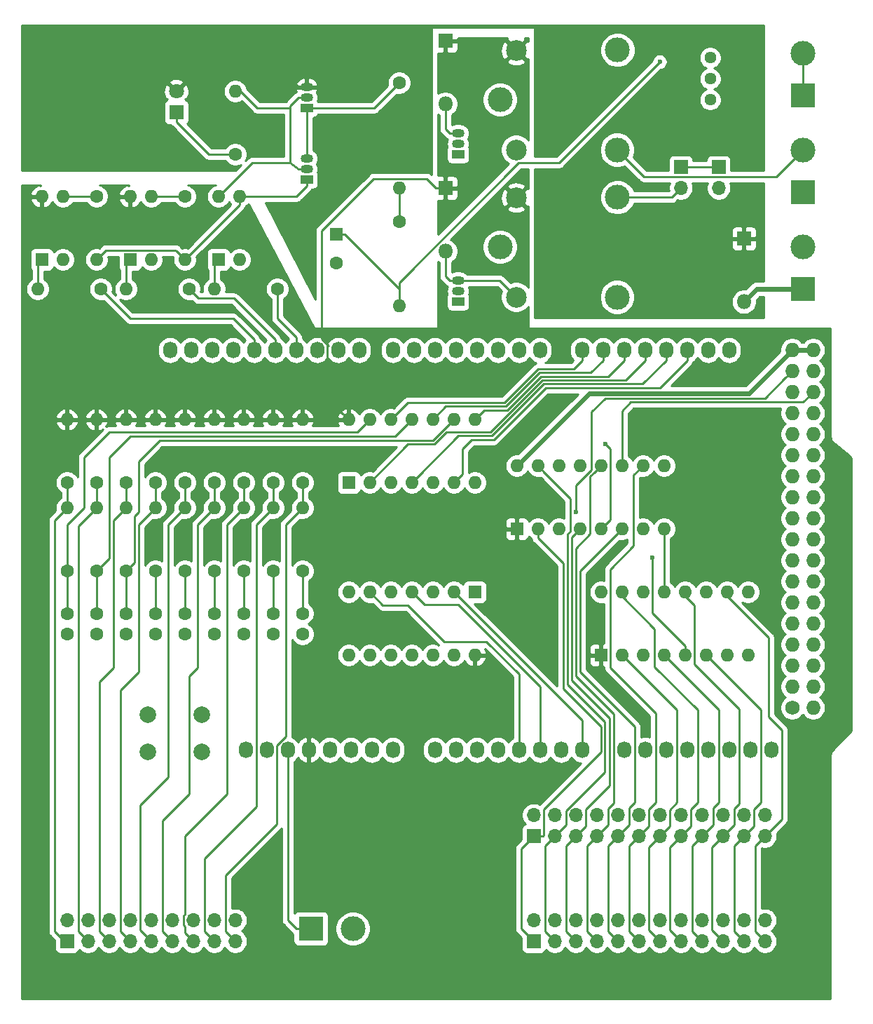
<source format=gbr>
G04 #@! TF.GenerationSoftware,KiCad,Pcbnew,5.1.5+dfsg1-2*
G04 #@! TF.CreationDate,2019-12-30T01:08:29+00:00*
G04 #@! TF.ProjectId,arduino_duo_shield,61726475-696e-46f5-9f64-756f5f736869,rev?*
G04 #@! TF.SameCoordinates,PX6258c20PY7445a00*
G04 #@! TF.FileFunction,Copper,L1,Top*
G04 #@! TF.FilePolarity,Positive*
%FSLAX46Y46*%
G04 Gerber Fmt 4.6, Leading zero omitted, Abs format (unit mm)*
G04 Created by KiCad (PCBNEW 5.1.5+dfsg1-2) date 2019-12-30 01:08:29*
%MOMM*%
%LPD*%
G04 APERTURE LIST*
%ADD10C,1.800000*%
%ADD11R,1.800000X1.800000*%
%ADD12C,3.000000*%
%ADD13C,2.500000*%
%ADD14C,1.600000*%
%ADD15R,1.600000X1.600000*%
%ADD16O,1.600000X1.600000*%
%ADD17C,1.440000*%
%ADD18R,1.500000X1.050000*%
%ADD19O,1.500000X1.050000*%
%ADD20O,1.700000X1.700000*%
%ADD21R,1.700000X1.700000*%
%ADD22R,3.000000X3.000000*%
%ADD23O,1.800000X1.800000*%
%ADD24C,2.000000*%
%ADD25C,1.727200*%
%ADD26O,1.727200X1.727200*%
%ADD27O,1.727200X2.032000*%
%ADD28C,0.600000*%
%ADD29C,0.250000*%
%ADD30C,0.600000*%
%ADD31C,0.254000*%
G04 APERTURE END LIST*
D10*
X19812000Y82296000D03*
D11*
X19812000Y79756000D03*
D12*
X58928000Y63500000D03*
D13*
X60878000Y69450000D03*
D12*
X73128000Y69500000D03*
X73078000Y57450000D03*
D13*
X60878000Y57450000D03*
D14*
X39116000Y61524000D03*
D15*
X39116000Y65024000D03*
D16*
X14224000Y69596000D03*
X16764000Y61976000D03*
X16764000Y69596000D03*
D15*
X14224000Y61976000D03*
D16*
X3556000Y69596000D03*
X6096000Y61976000D03*
X6096000Y69596000D03*
D15*
X3556000Y61976000D03*
D16*
X24892000Y69596000D03*
X27432000Y61976000D03*
X27432000Y69596000D03*
D15*
X24892000Y61976000D03*
D17*
X84328000Y81280000D03*
X84328000Y83820000D03*
X84328000Y86360000D03*
D16*
X27940000Y32004000D03*
D14*
X27940000Y24384000D03*
D16*
X27940000Y42672000D03*
D14*
X27940000Y35052000D03*
D16*
X31496000Y32004000D03*
D14*
X31496000Y24384000D03*
D16*
X31496000Y42672000D03*
D14*
X31496000Y35052000D03*
D16*
X20828000Y61976000D03*
D14*
X20828000Y69596000D03*
D16*
X10160000Y61976000D03*
D14*
X10160000Y69596000D03*
D16*
X13716000Y58420000D03*
D14*
X21336000Y58420000D03*
D16*
X46736000Y70612000D03*
D14*
X46736000Y83312000D03*
D16*
X3048000Y58420000D03*
D14*
X10668000Y58420000D03*
D16*
X26924000Y82296000D03*
D14*
X26924000Y74676000D03*
D16*
X35052000Y32004000D03*
D14*
X35052000Y24384000D03*
D16*
X35052000Y42672000D03*
D14*
X35052000Y35052000D03*
D16*
X24384000Y58420000D03*
D14*
X32004000Y58420000D03*
D16*
X6604000Y32004000D03*
D14*
X6604000Y24384000D03*
D16*
X6604000Y42672000D03*
D14*
X6604000Y35052000D03*
D16*
X10160000Y32004000D03*
D14*
X10160000Y24384000D03*
D16*
X10160000Y42672000D03*
D14*
X10160000Y35052000D03*
D16*
X13716000Y32004000D03*
D14*
X13716000Y24384000D03*
D16*
X13716000Y42672000D03*
D14*
X13716000Y35052000D03*
D16*
X17272000Y32004000D03*
D14*
X17272000Y24384000D03*
D16*
X17272000Y42672000D03*
D14*
X17272000Y35052000D03*
D16*
X20828000Y32004000D03*
D14*
X20828000Y24384000D03*
D16*
X20828000Y42672000D03*
D14*
X20828000Y35052000D03*
D16*
X24384000Y32004000D03*
D14*
X24384000Y24384000D03*
D16*
X24384000Y42672000D03*
D14*
X24384000Y35052000D03*
D18*
X53848000Y56896000D03*
D19*
X53848000Y59436000D03*
X53848000Y58166000D03*
D18*
X53848000Y74676000D03*
D19*
X53848000Y77216000D03*
X53848000Y75946000D03*
D18*
X35560000Y80264000D03*
D19*
X35560000Y82804000D03*
X35560000Y81534000D03*
D18*
X35560000Y71628000D03*
D19*
X35560000Y74168000D03*
X35560000Y72898000D03*
D16*
X46736000Y56388000D03*
D14*
X46736000Y66548000D03*
D12*
X58928000Y81280000D03*
D13*
X60878000Y87230000D03*
D12*
X73128000Y87280000D03*
X73078000Y75230000D03*
D13*
X60878000Y75230000D03*
D20*
X80772000Y70612000D03*
D21*
X80772000Y73152000D03*
D20*
X85344000Y70612000D03*
D21*
X85344000Y73152000D03*
D20*
X90932000Y-17780000D03*
X90932000Y-20320000D03*
X88392000Y-17780000D03*
X88392000Y-20320000D03*
X85852000Y-17780000D03*
X85852000Y-20320000D03*
X83312000Y-17780000D03*
X83312000Y-20320000D03*
X80772000Y-17780000D03*
X80772000Y-20320000D03*
X78232000Y-17780000D03*
X78232000Y-20320000D03*
X75692000Y-17780000D03*
X75692000Y-20320000D03*
X73152000Y-17780000D03*
X73152000Y-20320000D03*
X70612000Y-17780000D03*
X70612000Y-20320000D03*
X68072000Y-17780000D03*
X68072000Y-20320000D03*
X65532000Y-17780000D03*
X65532000Y-20320000D03*
X62992000Y-17780000D03*
D21*
X62992000Y-20320000D03*
D12*
X95504000Y63500000D03*
D22*
X95504000Y58420000D03*
D12*
X95504000Y75184000D03*
D22*
X95504000Y70104000D03*
D12*
X95504000Y86868000D03*
D22*
X95504000Y81788000D03*
D20*
X26924000Y-17780000D03*
X26924000Y-20320000D03*
X24384000Y-17780000D03*
X24384000Y-20320000D03*
X21844000Y-17780000D03*
X21844000Y-20320000D03*
X19304000Y-17780000D03*
X19304000Y-20320000D03*
X16764000Y-17780000D03*
X16764000Y-20320000D03*
X14224000Y-17780000D03*
X14224000Y-20320000D03*
X11684000Y-17780000D03*
X11684000Y-20320000D03*
X9144000Y-17780000D03*
X9144000Y-20320000D03*
X6604000Y-17780000D03*
D21*
X6604000Y-20320000D03*
D12*
X41148000Y-18796000D03*
D22*
X36068000Y-18796000D03*
D23*
X88392000Y56896000D03*
D11*
X88392000Y64516000D03*
D23*
X52324000Y62992000D03*
D11*
X52324000Y70612000D03*
D23*
X52324000Y80772000D03*
D11*
X52324000Y88392000D03*
D14*
X27940000Y19264000D03*
X27940000Y16764000D03*
X31496000Y19264000D03*
X31496000Y16764000D03*
X35052000Y19264000D03*
X35052000Y16764000D03*
X6604000Y19264000D03*
X6604000Y16764000D03*
X10160000Y19264000D03*
X10160000Y16764000D03*
X13716000Y19264000D03*
X13716000Y16764000D03*
X17272000Y19264000D03*
X17272000Y16764000D03*
X20828000Y19264000D03*
X20828000Y16764000D03*
X24384000Y19264000D03*
X24384000Y16764000D03*
D24*
X16360000Y2540000D03*
X16360000Y7040000D03*
X22860000Y2540000D03*
X22860000Y7040000D03*
D16*
X60960000Y37084000D03*
X78740000Y29464000D03*
X63500000Y37084000D03*
X76200000Y29464000D03*
X66040000Y37084000D03*
X73660000Y29464000D03*
X68580000Y37084000D03*
X71120000Y29464000D03*
X71120000Y37084000D03*
X68580000Y29464000D03*
X73660000Y37084000D03*
X66040000Y29464000D03*
X76200000Y37084000D03*
X63500000Y29464000D03*
X78740000Y37084000D03*
D15*
X60960000Y29464000D03*
D16*
X71120000Y21844000D03*
X88900000Y14224000D03*
X73660000Y21844000D03*
X86360000Y14224000D03*
X76200000Y21844000D03*
X83820000Y14224000D03*
X78740000Y21844000D03*
X81280000Y14224000D03*
X81280000Y21844000D03*
X78740000Y14224000D03*
X83820000Y21844000D03*
X76200000Y14224000D03*
X86360000Y21844000D03*
X73660000Y14224000D03*
X88900000Y21844000D03*
D15*
X71120000Y14224000D03*
D16*
X40640000Y42672000D03*
X55880000Y35052000D03*
X43180000Y42672000D03*
X53340000Y35052000D03*
X45720000Y42672000D03*
X50800000Y35052000D03*
X48260000Y42672000D03*
X48260000Y35052000D03*
X50800000Y42672000D03*
X45720000Y35052000D03*
X53340000Y42672000D03*
X43180000Y35052000D03*
X55880000Y42672000D03*
D15*
X40640000Y35052000D03*
D16*
X55880000Y14224000D03*
X40640000Y21844000D03*
X53340000Y14224000D03*
X43180000Y21844000D03*
X50800000Y14224000D03*
X45720000Y21844000D03*
X48260000Y14224000D03*
X48260000Y21844000D03*
X45720000Y14224000D03*
X50800000Y21844000D03*
X43180000Y14224000D03*
X53340000Y21844000D03*
X40640000Y14224000D03*
D15*
X55880000Y21844000D03*
D20*
X90932000Y-5080000D03*
X90932000Y-7620000D03*
X88392000Y-5080000D03*
X88392000Y-7620000D03*
X85852000Y-5080000D03*
X85852000Y-7620000D03*
X83312000Y-5080000D03*
X83312000Y-7620000D03*
X80772000Y-5080000D03*
X80772000Y-7620000D03*
X78232000Y-5080000D03*
X78232000Y-7620000D03*
X75692000Y-5080000D03*
X75692000Y-7620000D03*
X73152000Y-5080000D03*
X73152000Y-7620000D03*
X70612000Y-5080000D03*
X70612000Y-7620000D03*
X68072000Y-5080000D03*
X68072000Y-7620000D03*
X65532000Y-5080000D03*
X65532000Y-7620000D03*
X62992000Y-5080000D03*
D21*
X62992000Y-7620000D03*
D25*
X94234000Y7874000D03*
D26*
X96774000Y7874000D03*
X94234000Y10414000D03*
X96774000Y10414000D03*
X94234000Y12954000D03*
X96774000Y12954000D03*
X94234000Y15494000D03*
X96774000Y15494000D03*
X94234000Y18034000D03*
X96774000Y18034000D03*
X94234000Y20574000D03*
X96774000Y20574000D03*
X94234000Y23114000D03*
X96774000Y23114000D03*
X94234000Y25654000D03*
X96774000Y25654000D03*
X94234000Y28194000D03*
X96774000Y28194000D03*
X94234000Y30734000D03*
X96774000Y30734000D03*
X94234000Y33274000D03*
X96774000Y33274000D03*
X94234000Y35814000D03*
X96774000Y35814000D03*
X94234000Y38354000D03*
X96774000Y38354000D03*
X94234000Y40894000D03*
X96774000Y40894000D03*
X94234000Y43434000D03*
X96774000Y43434000D03*
X94234000Y45974000D03*
X96774000Y45974000D03*
X94234000Y48514000D03*
X96774000Y48514000D03*
X94234000Y51054000D03*
X96774000Y51054000D03*
D27*
X28194000Y2794000D03*
X30734000Y2794000D03*
X33274000Y2794000D03*
X35814000Y2794000D03*
X38354000Y2794000D03*
X40894000Y2794000D03*
X43434000Y2794000D03*
X45974000Y2794000D03*
X51054000Y2794000D03*
X53594000Y2794000D03*
X56134000Y2794000D03*
X58674000Y2794000D03*
X61214000Y2794000D03*
X63754000Y2794000D03*
X66294000Y2794000D03*
X68834000Y2794000D03*
X73914000Y2794000D03*
X76454000Y2794000D03*
X78994000Y2794000D03*
X81534000Y2794000D03*
X84074000Y2794000D03*
X86614000Y2794000D03*
X89154000Y2794000D03*
X91694000Y2794000D03*
X19050000Y51054000D03*
X21590000Y51054000D03*
X24130000Y51054000D03*
X26670000Y51054000D03*
X29210000Y51054000D03*
X31750000Y51054000D03*
X34290000Y51054000D03*
X36830000Y51054000D03*
X39370000Y51054000D03*
X41910000Y51054000D03*
X45974000Y51054000D03*
X48514000Y51054000D03*
X51054000Y51054000D03*
X53594000Y51054000D03*
X56134000Y51054000D03*
X58674000Y51054000D03*
X61214000Y51054000D03*
X63754000Y51054000D03*
X68834000Y51054000D03*
X71374000Y51054000D03*
X73914000Y51054000D03*
X76454000Y51054000D03*
X78994000Y51054000D03*
X81534000Y51054000D03*
X84074000Y51054000D03*
X86614000Y51054000D03*
D28*
X65024000Y14224000D03*
X68079999Y31496000D03*
X77325001Y26017001D03*
X71628000Y39740976D03*
X78232000Y85851988D03*
D29*
X78740000Y29464000D02*
X78740000Y21844000D01*
D30*
X69713011Y45837011D02*
X61759999Y37883999D01*
X61759999Y37883999D02*
X60960000Y37084000D01*
X89017011Y45837011D02*
X69713011Y45837011D01*
X94234000Y51054000D02*
X89017011Y45837011D01*
X94234000Y51054000D02*
X96774000Y51054000D01*
D29*
X34318000Y-18796000D02*
X36068000Y-18796000D01*
X33274000Y-17752000D02*
X34318000Y-18796000D01*
X33274000Y2794000D02*
X33274000Y-17752000D01*
X37322338Y65415340D02*
X37322338Y52395010D01*
X43643999Y71737001D02*
X37322338Y65415340D01*
X50048999Y71737001D02*
X43643999Y71737001D01*
X51174000Y70612000D02*
X50048999Y71737001D01*
X52324000Y70612000D02*
X51174000Y70612000D01*
X39840001Y43471999D02*
X40640000Y42672000D01*
X38018610Y51698738D02*
X38018610Y45293390D01*
X38018610Y45293390D02*
X39840001Y43471999D01*
X38000674Y51716674D02*
X38018610Y51698738D01*
X38000674Y51716674D02*
X38181390Y51535958D01*
X37322338Y52395010D02*
X38000674Y51716674D01*
X60960000Y18288000D02*
X64724001Y14523999D01*
X60960000Y29464000D02*
X60960000Y18288000D01*
X64724001Y14523999D02*
X65024000Y14224000D01*
X53340000Y21844000D02*
X68834000Y6350000D01*
X68834000Y6350000D02*
X68834000Y2794000D01*
X74733991Y44761991D02*
X73660000Y43688000D01*
X96774000Y45974000D02*
X95561991Y44761991D01*
X73660000Y43688000D02*
X73660000Y37084000D01*
X95561991Y44761991D02*
X74733991Y44761991D01*
X93370401Y47650401D02*
X94234000Y48514000D01*
X90932000Y45212000D02*
X93370401Y47650401D01*
X68079999Y34680409D02*
X69994999Y36595409D01*
X68079999Y31496000D02*
X68079999Y34680409D01*
X69994999Y36595409D02*
X69994999Y43578999D01*
X69994999Y43578999D02*
X71628000Y45212000D01*
X71628000Y45212000D02*
X90932000Y45212000D01*
X31750000Y52320000D02*
X31750000Y51054000D01*
X26775001Y57294999D02*
X31750000Y52320000D01*
X22461001Y57294999D02*
X26775001Y57294999D01*
X21336000Y58420000D02*
X22461001Y57294999D01*
X32004000Y58420000D02*
X32004000Y54864000D01*
X34290000Y52578000D02*
X34290000Y51054000D01*
X32004000Y54864000D02*
X34290000Y52578000D01*
X77325001Y19310369D02*
X77325001Y25798999D01*
X81280000Y14224000D02*
X81280000Y15355370D01*
X81280000Y15355370D02*
X77325001Y19310369D01*
X77325001Y25798999D02*
X77325001Y26017001D01*
X72245001Y30589001D02*
X72245001Y39123975D01*
X71927999Y39440977D02*
X71628000Y39740976D01*
X72245001Y39123975D02*
X71927999Y39440977D01*
X71120000Y29464000D02*
X72245001Y30589001D01*
X47752000Y44704000D02*
X59436000Y44704000D01*
X59436000Y44704000D02*
X63500000Y48768000D01*
X67814000Y48768000D02*
X68834000Y49788000D01*
X45720000Y42672000D02*
X47752000Y44704000D01*
X63500000Y48768000D02*
X67814000Y48768000D01*
X68834000Y49788000D02*
X68834000Y51054000D01*
X69903990Y48317990D02*
X71374000Y49788000D01*
X50800000Y42672000D02*
X52381989Y44253989D01*
X63686400Y48317989D02*
X69903990Y48317990D01*
X52381989Y44253989D02*
X59622400Y44253989D01*
X71374000Y49788000D02*
X71374000Y51054000D01*
X59622400Y44253989D02*
X63686400Y48317989D01*
X71993980Y47867980D02*
X73914000Y49788000D01*
X59808800Y43803978D02*
X63872801Y47867980D01*
X63872801Y47867980D02*
X71993980Y47867980D01*
X55880000Y42672000D02*
X57011978Y43803978D01*
X57011978Y43803978D02*
X59808800Y43803978D01*
X73914000Y49788000D02*
X73914000Y51054000D01*
X76454000Y49788000D02*
X76454000Y51054000D01*
X74083969Y47417969D02*
X76454000Y49788000D01*
X52452410Y41148000D02*
X57789233Y41148000D01*
X64059201Y47417969D02*
X74083969Y47417969D01*
X43180000Y35052000D02*
X47809991Y39681991D01*
X57789233Y41148000D02*
X64059201Y47417969D01*
X50986401Y39681991D02*
X52452410Y41148000D01*
X47809991Y39681991D02*
X50986401Y39681991D01*
X49059999Y35851999D02*
X48260000Y35052000D01*
X78994000Y49788000D02*
X76173958Y46967958D01*
X76173958Y46967958D02*
X64245601Y46967958D01*
X78994000Y51054000D02*
X78994000Y49788000D01*
X57975633Y40697989D02*
X53905989Y40697989D01*
X53905989Y40697989D02*
X49059999Y35851999D01*
X64245601Y46967958D02*
X57975633Y40697989D01*
X54356000Y39116000D02*
X54356000Y36068000D01*
X55487978Y40247978D02*
X54356000Y39116000D01*
X81534000Y49788000D02*
X78263947Y46517947D01*
X81534000Y51054000D02*
X81534000Y49788000D01*
X78263947Y46517947D02*
X64432001Y46517947D01*
X54356000Y36068000D02*
X53340000Y35052000D01*
X64432001Y46517947D02*
X58162033Y40247978D01*
X58162033Y40247978D02*
X55487978Y40247978D01*
X24384000Y24384000D02*
X24384000Y19264000D01*
X20828000Y24384000D02*
X20828000Y19264000D01*
X17272000Y24384000D02*
X17272000Y19264000D01*
X13716000Y24384000D02*
X13716000Y19264000D01*
X14732000Y25400000D02*
X13716000Y24384000D01*
X14732000Y30988000D02*
X14732000Y25400000D01*
X50800000Y40132000D02*
X17780000Y40132000D01*
X15240000Y37592000D02*
X15240000Y31496000D01*
X53340000Y42672000D02*
X50800000Y40132000D01*
X17780000Y40132000D02*
X15240000Y37592000D01*
X15240000Y31496000D02*
X14732000Y30988000D01*
X10160000Y24384000D02*
X10160000Y19264000D01*
X10959999Y25183999D02*
X10160000Y24384000D01*
X46228000Y40640000D02*
X14224000Y40640000D01*
X48260000Y42672000D02*
X46228000Y40640000D01*
X14224000Y40640000D02*
X11684000Y38100000D01*
X11684000Y38100000D02*
X11684000Y25908000D01*
X11684000Y25908000D02*
X10959999Y25183999D01*
X6604000Y24384000D02*
X6604000Y19264000D01*
X6604000Y25515370D02*
X6604000Y24384000D01*
X41656000Y41148000D02*
X11684000Y41148000D01*
X43180000Y42672000D02*
X41656000Y41148000D01*
X6604000Y29972000D02*
X6604000Y25515370D01*
X11684000Y41148000D02*
X8636000Y38100000D01*
X8636000Y38100000D02*
X8636000Y32004000D01*
X8636000Y32004000D02*
X6604000Y29972000D01*
X24384000Y35052000D02*
X24384000Y32004000D01*
X22352000Y12700000D02*
X22352000Y29972000D01*
X22352000Y29972000D02*
X23584001Y31204001D01*
X18128999Y-19144999D02*
X18128999Y-5747001D01*
X23584001Y31204001D02*
X24384000Y32004000D01*
X21336000Y11684000D02*
X22352000Y12700000D01*
X18128999Y-5747001D02*
X21336000Y-2540000D01*
X19304000Y-20320000D02*
X18128999Y-19144999D01*
X21336000Y-2540000D02*
X21336000Y11684000D01*
X20828000Y35052000D02*
X20828000Y32004000D01*
X15914001Y-19470001D02*
X16764000Y-20320000D01*
X18796000Y29972000D02*
X18796000Y-508000D01*
X20828000Y32004000D02*
X18796000Y29972000D01*
X18796000Y-508000D02*
X15399001Y-3904999D01*
X15399001Y-3904999D02*
X15399001Y-18955001D01*
X15399001Y-18955001D02*
X15914001Y-19470001D01*
X17272000Y35052000D02*
X17272000Y32004000D01*
X13374001Y-19470001D02*
X14224000Y-20320000D01*
X15240000Y12192000D02*
X13048999Y10000999D01*
X15240000Y29972000D02*
X15240000Y12192000D01*
X13048999Y10000999D02*
X13048999Y-19144999D01*
X17272000Y32004000D02*
X15240000Y29972000D01*
X13048999Y-19144999D02*
X13374001Y-19470001D01*
X13716000Y35052000D02*
X13716000Y32004000D01*
X10508999Y11016999D02*
X10508999Y-19144999D01*
X12192000Y12700000D02*
X10508999Y11016999D01*
X12192000Y30480000D02*
X12192000Y12700000D01*
X13716000Y32004000D02*
X12192000Y30480000D01*
X10508999Y-19144999D02*
X10834001Y-19470001D01*
X10834001Y-19470001D02*
X11684000Y-20320000D01*
X10160000Y35052000D02*
X10160000Y32004000D01*
X8294001Y-19470001D02*
X9144000Y-20320000D01*
X7968999Y-19144999D02*
X8294001Y-19470001D01*
X7968999Y29812999D02*
X7968999Y-19144999D01*
X10160000Y32004000D02*
X7968999Y29812999D01*
X6604000Y35052000D02*
X6604000Y32004000D01*
X5080000Y30480000D02*
X5804001Y31204001D01*
X5804001Y31204001D02*
X6604000Y32004000D01*
X5080000Y-19092000D02*
X5080000Y30480000D01*
X6604000Y-20320000D02*
X6308000Y-20320000D01*
X6308000Y-20320000D02*
X5080000Y-19092000D01*
X35052000Y24384000D02*
X35052000Y19264000D01*
X35052000Y35052000D02*
X35052000Y32004000D01*
X26074001Y-19470001D02*
X26924000Y-20320000D01*
X25748999Y-19144999D02*
X26074001Y-19470001D01*
X25748999Y-12351001D02*
X25748999Y-19144999D01*
X35052000Y32004000D02*
X33020000Y29972000D01*
X33020000Y29972000D02*
X33020000Y4373348D01*
X31922610Y-6177390D02*
X25748999Y-12351001D01*
X33020000Y4373348D02*
X31922610Y3275958D01*
X31922610Y3275958D02*
X31922610Y-6177390D01*
X90082001Y-19470001D02*
X90932000Y-20320000D01*
X89756999Y-19144999D02*
X90082001Y-19470001D01*
X89756999Y-8795001D02*
X89756999Y-19144999D01*
X90932000Y-7620000D02*
X89756999Y-8795001D01*
X92964000Y-5588000D02*
X90932000Y-7620000D01*
X86360000Y21844000D02*
X86360000Y21336000D01*
X86360000Y21336000D02*
X91382011Y16313989D01*
X91382011Y16313989D02*
X91382011Y6790399D01*
X92964000Y5208410D02*
X92964000Y-5588000D01*
X91382011Y6790399D02*
X92964000Y5208410D01*
X87542001Y-19470001D02*
X88392000Y-20320000D01*
X87216999Y-19144999D02*
X87542001Y-19470001D01*
X87216999Y-8795001D02*
X87216999Y-19144999D01*
X88392000Y-7620000D02*
X87216999Y-8795001D01*
X89567001Y-6444999D02*
X88392000Y-7620000D01*
X89567001Y-4412999D02*
X89567001Y-6444999D01*
X90424000Y-3556000D02*
X89567001Y-4412999D01*
X83820000Y14224000D02*
X90424000Y7620000D01*
X90424000Y7620000D02*
X90424000Y-3556000D01*
X85002001Y-19470001D02*
X85852000Y-20320000D01*
X84487001Y-8984999D02*
X84487001Y-18955001D01*
X84487001Y-18955001D02*
X85002001Y-19470001D01*
X85852000Y-7620000D02*
X84487001Y-8984999D01*
X87216999Y-6255001D02*
X85852000Y-7620000D01*
X87802610Y-3714727D02*
X87216999Y-4300338D01*
X81280000Y21844000D02*
X81280000Y21336000D01*
X82405001Y13098999D02*
X87802610Y7701390D01*
X87216999Y-4300338D02*
X87216999Y-6255001D01*
X82405001Y20210999D02*
X82405001Y13098999D01*
X81280000Y21336000D02*
X82405001Y20210999D01*
X87802610Y7701390D02*
X87802610Y-3714727D01*
X82462001Y-19470001D02*
X83312000Y-20320000D01*
X82136999Y-19144999D02*
X82462001Y-19470001D01*
X82136999Y-8795001D02*
X82136999Y-19144999D01*
X83312000Y-7620000D02*
X82136999Y-8795001D01*
X84676999Y-4223001D02*
X84676999Y-6255001D01*
X85344000Y-3556000D02*
X84676999Y-4223001D01*
X84676999Y-6255001D02*
X83312000Y-7620000D01*
X78740000Y14224000D02*
X85344000Y7620000D01*
X85344000Y7620000D02*
X85344000Y-3556000D01*
X79407001Y-18955001D02*
X79922001Y-19470001D01*
X79407001Y-8984999D02*
X79407001Y-18955001D01*
X79922001Y-19470001D02*
X80772000Y-20320000D01*
X80772000Y-7620000D02*
X79407001Y-8984999D01*
X81947001Y-6444999D02*
X80772000Y-7620000D01*
X81947001Y-4412999D02*
X81947001Y-6444999D01*
X82804000Y-3556000D02*
X81947001Y-4412999D01*
X77614999Y12809001D02*
X82804000Y7620000D01*
X73660000Y21844000D02*
X73660000Y21336000D01*
X82804000Y7620000D02*
X82804000Y-3556000D01*
X73660000Y21336000D02*
X77614999Y17381001D01*
X77614999Y17381001D02*
X77614999Y12809001D01*
X77382001Y-19470001D02*
X78232000Y-20320000D01*
X76867001Y-8984999D02*
X76867001Y-18955001D01*
X76867001Y-18955001D02*
X77382001Y-19470001D01*
X78232000Y-7620000D02*
X76867001Y-8984999D01*
X79407001Y-6444999D02*
X78232000Y-7620000D01*
X79407001Y-4442836D02*
X79407001Y-6444999D01*
X80264000Y-3585837D02*
X79407001Y-4442836D01*
X73660000Y14224000D02*
X80264000Y7620000D01*
X80264000Y7620000D02*
X80264000Y-3585837D01*
X74842001Y-19470001D02*
X75692000Y-20320000D01*
X74516999Y-19144999D02*
X74842001Y-19470001D01*
X74516999Y-8795001D02*
X74516999Y-19144999D01*
X75692000Y-7620000D02*
X74516999Y-8795001D01*
X77724000Y-3556000D02*
X76867001Y-4412999D01*
X77724000Y7203749D02*
X77724000Y-3556000D01*
X75074999Y35958999D02*
X75074999Y27432000D01*
X76867001Y-6444999D02*
X75692000Y-7620000D01*
X76200000Y37084000D02*
X75074999Y35958999D01*
X75074999Y27432000D02*
X72245001Y24602002D01*
X72245001Y24602002D02*
X72245001Y12682748D01*
X76867001Y-4412999D02*
X76867001Y-6444999D01*
X72245001Y12682748D02*
X77724000Y7203749D01*
X71976999Y-19144999D02*
X72302001Y-19470001D01*
X71976999Y-8795001D02*
X71976999Y-19144999D01*
X72302001Y-19470001D02*
X73152000Y-20320000D01*
X73152000Y-7620000D02*
X71976999Y-8795001D01*
X74516999Y-4223001D02*
X74516999Y-6255001D01*
X68580000Y24384000D02*
X68580000Y12192000D01*
X73660000Y29464000D02*
X68580000Y24384000D01*
X68580000Y12192000D02*
X75184000Y5588000D01*
X74516999Y-6255001D02*
X73152000Y-7620000D01*
X75184000Y5588000D02*
X75184000Y-3556000D01*
X75184000Y-3556000D02*
X74516999Y-4223001D01*
X69762001Y-19470001D02*
X70612000Y-20320000D01*
X69436999Y-19144999D02*
X69762001Y-19470001D01*
X69436999Y-8795001D02*
X69436999Y-19144999D01*
X70612000Y-7620000D02*
X69436999Y-8795001D01*
X70320001Y36284001D02*
X71120000Y37084000D01*
X69830009Y35794009D02*
X71120000Y37084000D01*
X69830009Y28850401D02*
X69830009Y35794009D01*
X68072000Y27092392D02*
X69830009Y28850401D01*
X71976999Y-6255001D02*
X71976999Y-4296250D01*
X68072000Y11684000D02*
X68072000Y27092392D01*
X72644000Y-3629249D02*
X72644000Y7112000D01*
X72644000Y7112000D02*
X68072000Y11684000D01*
X70612000Y-7620000D02*
X71976999Y-6255001D01*
X71976999Y-4296250D02*
X72644000Y-3629249D01*
X67222001Y-19470001D02*
X68072000Y-20320000D01*
X66896999Y-19144999D02*
X67222001Y-19470001D01*
X66896999Y-8795001D02*
X66896999Y-19144999D01*
X68072000Y-7620000D02*
X66896999Y-8795001D01*
X67564000Y28448000D02*
X68580000Y29464000D01*
X67564000Y11176000D02*
X67564000Y28448000D01*
X69247001Y-6444999D02*
X69247001Y-4412999D01*
X69247001Y-4412999D02*
X72136000Y-1524000D01*
X68072000Y-7620000D02*
X69247001Y-6444999D01*
X72136000Y-1524000D02*
X72136000Y6604000D01*
X72136000Y6604000D02*
X67564000Y11176000D01*
X64682001Y-19470001D02*
X65532000Y-20320000D01*
X64356999Y-19144999D02*
X64682001Y-19470001D01*
X64356999Y-8795001D02*
X64356999Y-19144999D01*
X65532000Y-7620000D02*
X64356999Y-8795001D01*
X67454999Y33129001D02*
X64299999Y36284001D01*
X67454999Y29213997D02*
X67454999Y33129001D01*
X67056000Y10706998D02*
X67056000Y28814998D01*
X67056000Y28814998D02*
X67454999Y29213997D01*
X66896999Y-6255001D02*
X66896999Y-4550251D01*
X65532000Y-7620000D02*
X66896999Y-6255001D01*
X66896999Y-4550251D02*
X71570011Y122761D01*
X71570011Y122761D02*
X71570011Y6192987D01*
X64299999Y36284001D02*
X63500000Y37084000D01*
X71570011Y6192987D02*
X67056000Y10706998D01*
X61468000Y-18796000D02*
X62992000Y-20320000D01*
X62992000Y-7620000D02*
X61468000Y-9144000D01*
X61468000Y-9144000D02*
X61468000Y-18796000D01*
X63500000Y28332630D02*
X63500000Y29464000D01*
X66548000Y25284630D02*
X63500000Y28332630D01*
X66548000Y10160000D02*
X66548000Y25284630D01*
X64092000Y-7620000D02*
X64167001Y-7544999D01*
X71120000Y2540000D02*
X71120000Y5588000D01*
X62992000Y-7620000D02*
X64092000Y-7620000D01*
X64167001Y-7544999D02*
X64167001Y-4412999D01*
X71120000Y5588000D02*
X66548000Y10160000D01*
X64167001Y-4412999D02*
X71120000Y2540000D01*
X11285001Y63101001D02*
X19702999Y63101001D01*
X10160000Y61976000D02*
X11285001Y63101001D01*
X19812000Y62992000D02*
X20828000Y61976000D01*
X19702999Y63101001D02*
X19812000Y62992000D01*
X27432000Y68580000D02*
X27432000Y69596000D01*
X20828000Y61976000D02*
X27432000Y68580000D01*
X35560000Y70853000D02*
X35560000Y71628000D01*
X34303000Y69596000D02*
X35560000Y70853000D01*
X27432000Y69596000D02*
X34303000Y69596000D01*
X46736000Y57519370D02*
X46736000Y56388000D01*
X46736000Y58454000D02*
X46736000Y57519370D01*
X39116000Y65024000D02*
X40166000Y65024000D01*
X66040012Y73660000D02*
X77932001Y85551989D01*
X77932001Y85551989D02*
X78232000Y85851988D01*
X61178998Y73660000D02*
X66040012Y73660000D01*
X46736000Y59217002D02*
X61178998Y73660000D01*
X46736000Y58454000D02*
X46736000Y59217002D01*
X40166000Y65024000D02*
X46736000Y58454000D01*
X31496000Y24384000D02*
X31496000Y19264000D01*
X27940000Y24384000D02*
X27940000Y19264000D01*
X52848000Y77216000D02*
X53848000Y77216000D01*
X52324000Y77740000D02*
X52848000Y77216000D01*
X52324000Y80772000D02*
X52324000Y77740000D01*
X52324000Y59960000D02*
X52848000Y59436000D01*
X52848000Y59436000D02*
X53848000Y59436000D01*
X52324000Y62992000D02*
X52324000Y59960000D01*
X58892000Y59436000D02*
X60878000Y57450000D01*
X53848000Y59436000D02*
X58892000Y59436000D01*
D30*
X89916000Y58420000D02*
X88392000Y56896000D01*
X95504000Y58420000D02*
X89916000Y58420000D01*
D29*
X31496000Y35052000D02*
X31496000Y32004000D01*
X23534001Y-19470001D02*
X24384000Y-20320000D01*
X31496000Y32004000D02*
X29464000Y29972000D01*
X29464000Y-4064000D02*
X23208999Y-10319001D01*
X23208999Y-10319001D02*
X23208999Y-19144999D01*
X29464000Y29972000D02*
X29464000Y-4064000D01*
X23208999Y-19144999D02*
X23534001Y-19470001D01*
X27940000Y35052000D02*
X27940000Y32004000D01*
X20994001Y-19470001D02*
X21844000Y-20320000D01*
X20828000Y-19304000D02*
X20994001Y-19470001D01*
X20828000Y-18503002D02*
X20828000Y-19304000D01*
X20668999Y-18344001D02*
X20828000Y-18503002D01*
X20668999Y-17215999D02*
X20668999Y-18344001D01*
X27940000Y32004000D02*
X25908000Y29972000D01*
X20828000Y-17056998D02*
X20668999Y-17215999D01*
X25908000Y29972000D02*
X25908000Y-2540000D01*
X25908000Y-2540000D02*
X20828000Y-7620000D01*
X20828000Y-7620000D02*
X20828000Y-17056998D01*
X95504000Y86868000D02*
X95504000Y81788000D01*
X94004001Y73684001D02*
X95504000Y75184000D01*
X92296999Y71976999D02*
X94004001Y73684001D01*
X76331001Y71976999D02*
X92296999Y71976999D01*
X73078000Y75230000D02*
X76331001Y71976999D01*
X80772000Y73152000D02*
X85344000Y73152000D01*
X79660000Y69500000D02*
X80772000Y70612000D01*
X73128000Y69500000D02*
X79660000Y69500000D01*
X46736000Y70612000D02*
X46736000Y66548000D01*
X61214000Y11938000D02*
X61214000Y2794000D01*
X44755010Y20268990D02*
X47803010Y20268990D01*
X57294999Y15857001D02*
X61214000Y11938000D01*
X47803010Y20268990D02*
X52214999Y15857001D01*
X43180000Y21844000D02*
X44755010Y20268990D01*
X52214999Y15857001D02*
X57294999Y15857001D01*
X63754000Y4060000D02*
X63754000Y2794000D01*
X53848000Y20320000D02*
X63754000Y10414000D01*
X63754000Y10414000D02*
X63754000Y4060000D01*
X48260000Y21844000D02*
X49784000Y20320000D01*
X49784000Y20320000D02*
X53848000Y20320000D01*
X10668000Y58420000D02*
X14224000Y54864000D01*
X26666000Y54864000D02*
X29210000Y52320000D01*
X29210000Y52320000D02*
X29210000Y51054000D01*
X14224000Y54864000D02*
X26666000Y54864000D01*
X35560000Y79489000D02*
X35560000Y74168000D01*
X35560000Y80264000D02*
X35560000Y79489000D01*
X43688000Y80264000D02*
X46736000Y83312000D01*
X35560000Y80264000D02*
X43688000Y80264000D01*
X34560000Y81534000D02*
X33528000Y80502000D01*
X35560000Y81534000D02*
X34560000Y81534000D01*
X34560000Y72898000D02*
X35560000Y72898000D01*
X33528000Y75184000D02*
X33528000Y73930000D01*
X29592410Y80264000D02*
X27242205Y82614205D01*
X33528000Y80264000D02*
X29592410Y80264000D01*
X33528000Y80264000D02*
X33528000Y75184000D01*
X33528000Y80502000D02*
X33528000Y80264000D01*
X28956000Y73660000D02*
X33528000Y73660000D01*
X24892000Y69596000D02*
X28956000Y73660000D01*
X33528000Y73930000D02*
X33528000Y73660000D01*
X33528000Y73660000D02*
X34560000Y72898000D01*
X6096000Y69596000D02*
X10160000Y69596000D01*
X16764000Y69596000D02*
X20828000Y69596000D01*
X24384000Y61468000D02*
X24892000Y61976000D01*
X24384000Y58420000D02*
X24384000Y61468000D01*
X3048000Y61468000D02*
X3556000Y61976000D01*
X3048000Y58420000D02*
X3048000Y61468000D01*
X13716000Y61468000D02*
X14224000Y61976000D01*
X13716000Y58420000D02*
X13716000Y61468000D01*
X35052000Y82804000D02*
X35560000Y82804000D01*
X20711999Y83195999D02*
X19812000Y82296000D01*
X33544000Y83820000D02*
X21336000Y83820000D01*
X21336000Y83820000D02*
X20711999Y83195999D01*
X35560000Y82804000D02*
X34560000Y82804000D01*
X34560000Y82804000D02*
X33544000Y83820000D01*
X23742000Y74676000D02*
X25792630Y74676000D01*
X19812000Y78606000D02*
X23742000Y74676000D01*
X25792630Y74676000D02*
X26924000Y74676000D01*
X19812000Y79756000D02*
X19812000Y78606000D01*
D31*
G36*
X3428998Y70865916D02*
G01*
X3206961Y70987904D01*
X3072913Y70947246D01*
X2818580Y70827037D01*
X2592586Y70659519D01*
X2403615Y70451131D01*
X2258930Y70209881D01*
X2164091Y69945040D01*
X2285376Y69723000D01*
X3429000Y69723000D01*
X3429000Y69743000D01*
X3683000Y69743000D01*
X3683000Y69723000D01*
X3703000Y69723000D01*
X3703000Y69469000D01*
X3683000Y69469000D01*
X3683000Y68326085D01*
X3905039Y68204096D01*
X4039087Y68244754D01*
X4293420Y68364963D01*
X4519414Y68532481D01*
X4708385Y68740869D01*
X4819933Y68926865D01*
X4824320Y68916273D01*
X4981363Y68681241D01*
X5181241Y68481363D01*
X5416273Y68324320D01*
X5677426Y68216147D01*
X5954665Y68161000D01*
X6237335Y68161000D01*
X6514574Y68216147D01*
X6775727Y68324320D01*
X7010759Y68481363D01*
X7210637Y68681241D01*
X7314043Y68836000D01*
X8941957Y68836000D01*
X9045363Y68681241D01*
X9245241Y68481363D01*
X9480273Y68324320D01*
X9741426Y68216147D01*
X10018665Y68161000D01*
X10301335Y68161000D01*
X10578574Y68216147D01*
X10839727Y68324320D01*
X11074759Y68481363D01*
X11274637Y68681241D01*
X11431680Y68916273D01*
X11539853Y69177426D01*
X11553684Y69246960D01*
X12832091Y69246960D01*
X12926930Y68982119D01*
X13071615Y68740869D01*
X13260586Y68532481D01*
X13486580Y68364963D01*
X13740913Y68244754D01*
X13874961Y68204096D01*
X14097000Y68326085D01*
X14097000Y69469000D01*
X12953376Y69469000D01*
X12832091Y69246960D01*
X11553684Y69246960D01*
X11595000Y69454665D01*
X11595000Y69737335D01*
X11539853Y70014574D01*
X11431680Y70275727D01*
X11274637Y70510759D01*
X11074759Y70710637D01*
X10839727Y70867680D01*
X10578574Y70975853D01*
X10492371Y70993000D01*
X14096998Y70993000D01*
X14096998Y70865916D01*
X13874961Y70987904D01*
X13740913Y70947246D01*
X13486580Y70827037D01*
X13260586Y70659519D01*
X13071615Y70451131D01*
X12926930Y70209881D01*
X12832091Y69945040D01*
X12953376Y69723000D01*
X14097000Y69723000D01*
X14097000Y69743000D01*
X14351000Y69743000D01*
X14351000Y69723000D01*
X14371000Y69723000D01*
X14371000Y69469000D01*
X14351000Y69469000D01*
X14351000Y68326085D01*
X14573039Y68204096D01*
X14707087Y68244754D01*
X14961420Y68364963D01*
X15187414Y68532481D01*
X15376385Y68740869D01*
X15487933Y68926865D01*
X15492320Y68916273D01*
X15649363Y68681241D01*
X15849241Y68481363D01*
X16084273Y68324320D01*
X16345426Y68216147D01*
X16622665Y68161000D01*
X16905335Y68161000D01*
X17182574Y68216147D01*
X17443727Y68324320D01*
X17678759Y68481363D01*
X17878637Y68681241D01*
X17982043Y68836000D01*
X19609957Y68836000D01*
X19713363Y68681241D01*
X19913241Y68481363D01*
X20148273Y68324320D01*
X20409426Y68216147D01*
X20686665Y68161000D01*
X20969335Y68161000D01*
X21246574Y68216147D01*
X21507727Y68324320D01*
X21742759Y68481363D01*
X21942637Y68681241D01*
X22099680Y68916273D01*
X22207853Y69177426D01*
X22263000Y69454665D01*
X22263000Y69737335D01*
X22207853Y70014574D01*
X22099680Y70275727D01*
X21942637Y70510759D01*
X21742759Y70710637D01*
X21507727Y70867680D01*
X21246574Y70975853D01*
X21160371Y70993000D01*
X24559629Y70993000D01*
X24473426Y70975853D01*
X24212273Y70867680D01*
X23977241Y70710637D01*
X23777363Y70510759D01*
X23620320Y70275727D01*
X23512147Y70014574D01*
X23457000Y69737335D01*
X23457000Y69454665D01*
X23512147Y69177426D01*
X23620320Y68916273D01*
X23777363Y68681241D01*
X23977241Y68481363D01*
X24212273Y68324320D01*
X24473426Y68216147D01*
X24750665Y68161000D01*
X25033335Y68161000D01*
X25310574Y68216147D01*
X25571727Y68324320D01*
X25806759Y68481363D01*
X26006637Y68681241D01*
X26162000Y68913759D01*
X26317363Y68681241D01*
X26387901Y68610703D01*
X21151887Y63374688D01*
X20969335Y63411000D01*
X20686665Y63411000D01*
X20504113Y63374688D01*
X20266803Y63611998D01*
X20243000Y63641002D01*
X20127275Y63735975D01*
X19995246Y63806547D01*
X19851985Y63850004D01*
X19740332Y63861001D01*
X19740321Y63861001D01*
X19702999Y63864677D01*
X19665677Y63861001D01*
X11322326Y63861001D01*
X11285001Y63864677D01*
X11247676Y63861001D01*
X11247668Y63861001D01*
X11136015Y63850004D01*
X10992754Y63806547D01*
X10860725Y63735975D01*
X10745000Y63641002D01*
X10721202Y63612004D01*
X10483886Y63374688D01*
X10301335Y63411000D01*
X10018665Y63411000D01*
X9741426Y63355853D01*
X9480273Y63247680D01*
X9245241Y63090637D01*
X9045363Y62890759D01*
X8888320Y62655727D01*
X8780147Y62394574D01*
X8725000Y62117335D01*
X8725000Y61834665D01*
X8780147Y61557426D01*
X8888320Y61296273D01*
X9045363Y61061241D01*
X9245241Y60861363D01*
X9480273Y60704320D01*
X9741426Y60596147D01*
X10018665Y60541000D01*
X10301335Y60541000D01*
X10578574Y60596147D01*
X10839727Y60704320D01*
X11074759Y60861363D01*
X11274637Y61061241D01*
X11431680Y61296273D01*
X11539853Y61557426D01*
X11595000Y61834665D01*
X11595000Y62117335D01*
X11558688Y62299886D01*
X11599803Y62341001D01*
X12785928Y62341001D01*
X12785928Y61176000D01*
X12798188Y61051518D01*
X12834498Y60931820D01*
X12893463Y60821506D01*
X12956001Y60745303D01*
X12956000Y59638044D01*
X12801241Y59534637D01*
X12601363Y59334759D01*
X12444320Y59099727D01*
X12336147Y58838574D01*
X12281000Y58561335D01*
X12281000Y58278665D01*
X12336147Y58001426D01*
X12444320Y57740273D01*
X12488200Y57674602D01*
X12066688Y58096114D01*
X12103000Y58278665D01*
X12103000Y58561335D01*
X12047853Y58838574D01*
X11939680Y59099727D01*
X11782637Y59334759D01*
X11582759Y59534637D01*
X11347727Y59691680D01*
X11086574Y59799853D01*
X10809335Y59855000D01*
X10526665Y59855000D01*
X10249426Y59799853D01*
X9988273Y59691680D01*
X9753241Y59534637D01*
X9553363Y59334759D01*
X9396320Y59099727D01*
X9288147Y58838574D01*
X9233000Y58561335D01*
X9233000Y58278665D01*
X9288147Y58001426D01*
X9396320Y57740273D01*
X9553363Y57505241D01*
X9753241Y57305363D01*
X9988273Y57148320D01*
X10249426Y57040147D01*
X10526665Y56985000D01*
X10809335Y56985000D01*
X10991886Y57021312D01*
X13660205Y54352992D01*
X13683999Y54323999D01*
X13712992Y54300205D01*
X13712996Y54300201D01*
X13783685Y54242189D01*
X13799724Y54229026D01*
X13931753Y54158454D01*
X14075014Y54114997D01*
X14186667Y54104000D01*
X14186676Y54104000D01*
X14223999Y54100324D01*
X14261322Y54104000D01*
X26351199Y54104000D01*
X28166513Y52288685D01*
X28145203Y52271197D01*
X27957931Y52043005D01*
X27940000Y52009459D01*
X27922069Y52043006D01*
X27734797Y52271197D01*
X27506605Y52458469D01*
X27246263Y52597625D01*
X26963776Y52683316D01*
X26670000Y52712251D01*
X26376223Y52683316D01*
X26093736Y52597625D01*
X25833394Y52458469D01*
X25605203Y52271197D01*
X25417931Y52043005D01*
X25400000Y52009459D01*
X25382069Y52043006D01*
X25194797Y52271197D01*
X24966605Y52458469D01*
X24706263Y52597625D01*
X24423776Y52683316D01*
X24130000Y52712251D01*
X23836223Y52683316D01*
X23553736Y52597625D01*
X23293394Y52458469D01*
X23065203Y52271197D01*
X22877931Y52043005D01*
X22860000Y52009459D01*
X22842069Y52043006D01*
X22654797Y52271197D01*
X22426605Y52458469D01*
X22166263Y52597625D01*
X21883776Y52683316D01*
X21590000Y52712251D01*
X21296223Y52683316D01*
X21013736Y52597625D01*
X20753394Y52458469D01*
X20525203Y52271197D01*
X20337931Y52043005D01*
X20320000Y52009459D01*
X20302069Y52043006D01*
X20114797Y52271197D01*
X19886605Y52458469D01*
X19626263Y52597625D01*
X19343776Y52683316D01*
X19050000Y52712251D01*
X18756223Y52683316D01*
X18473736Y52597625D01*
X18213394Y52458469D01*
X17985203Y52271197D01*
X17797931Y52043005D01*
X17658775Y51782663D01*
X17573084Y51500176D01*
X17551400Y51280018D01*
X17551400Y50827981D01*
X17573084Y50607823D01*
X17658775Y50325336D01*
X17797931Y50064994D01*
X17985203Y49836803D01*
X18213395Y49649531D01*
X18473737Y49510375D01*
X18756224Y49424684D01*
X19050000Y49395749D01*
X19343777Y49424684D01*
X19626264Y49510375D01*
X19886606Y49649531D01*
X20114797Y49836803D01*
X20302069Y50064994D01*
X20320000Y50098541D01*
X20337931Y50064994D01*
X20525203Y49836803D01*
X20753395Y49649531D01*
X21013737Y49510375D01*
X21296224Y49424684D01*
X21590000Y49395749D01*
X21883777Y49424684D01*
X22166264Y49510375D01*
X22426606Y49649531D01*
X22654797Y49836803D01*
X22842069Y50064994D01*
X22860000Y50098541D01*
X22877931Y50064994D01*
X23065203Y49836803D01*
X23293395Y49649531D01*
X23553737Y49510375D01*
X23836224Y49424684D01*
X24130000Y49395749D01*
X24423777Y49424684D01*
X24706264Y49510375D01*
X24966606Y49649531D01*
X25194797Y49836803D01*
X25382069Y50064994D01*
X25400000Y50098541D01*
X25417931Y50064994D01*
X25605203Y49836803D01*
X25833395Y49649531D01*
X26093737Y49510375D01*
X26376224Y49424684D01*
X26670000Y49395749D01*
X26963777Y49424684D01*
X27246264Y49510375D01*
X27506606Y49649531D01*
X27734797Y49836803D01*
X27922069Y50064994D01*
X27940000Y50098541D01*
X27957931Y50064994D01*
X28145203Y49836803D01*
X28373395Y49649531D01*
X28633737Y49510375D01*
X28916224Y49424684D01*
X29210000Y49395749D01*
X29503777Y49424684D01*
X29786264Y49510375D01*
X30046606Y49649531D01*
X30274797Y49836803D01*
X30462069Y50064994D01*
X30480000Y50098541D01*
X30497931Y50064994D01*
X30685203Y49836803D01*
X30913395Y49649531D01*
X31173737Y49510375D01*
X31456224Y49424684D01*
X31750000Y49395749D01*
X32043777Y49424684D01*
X32326264Y49510375D01*
X32586606Y49649531D01*
X32814797Y49836803D01*
X33002069Y50064994D01*
X33020000Y50098541D01*
X33037931Y50064994D01*
X33225203Y49836803D01*
X33453395Y49649531D01*
X33713737Y49510375D01*
X33996224Y49424684D01*
X34290000Y49395749D01*
X34583777Y49424684D01*
X34866264Y49510375D01*
X35126606Y49649531D01*
X35354797Y49836803D01*
X35542069Y50064994D01*
X35560000Y50098541D01*
X35577931Y50064994D01*
X35765203Y49836803D01*
X35993395Y49649531D01*
X36253737Y49510375D01*
X36536224Y49424684D01*
X36830000Y49395749D01*
X37123777Y49424684D01*
X37406264Y49510375D01*
X37666606Y49649531D01*
X37894797Y49836803D01*
X38082069Y50064994D01*
X38100000Y50098541D01*
X38117931Y50064994D01*
X38305203Y49836803D01*
X38533395Y49649531D01*
X38793737Y49510375D01*
X39076224Y49424684D01*
X39370000Y49395749D01*
X39663777Y49424684D01*
X39946264Y49510375D01*
X40206606Y49649531D01*
X40434797Y49836803D01*
X40622069Y50064994D01*
X40640000Y50098541D01*
X40657931Y50064994D01*
X40845203Y49836803D01*
X41073395Y49649531D01*
X41333737Y49510375D01*
X41616224Y49424684D01*
X41910000Y49395749D01*
X42203777Y49424684D01*
X42486264Y49510375D01*
X42746606Y49649531D01*
X42974797Y49836803D01*
X43162069Y50064994D01*
X43301225Y50325337D01*
X43386916Y50607824D01*
X43408600Y50827982D01*
X43408600Y51280019D01*
X43386916Y51500177D01*
X43301225Y51782664D01*
X43162069Y52043006D01*
X42974797Y52271197D01*
X42746605Y52458469D01*
X42486263Y52597625D01*
X42203776Y52683316D01*
X41910000Y52712251D01*
X41616223Y52683316D01*
X41333736Y52597625D01*
X41073394Y52458469D01*
X40845203Y52271197D01*
X40657931Y52043005D01*
X40640000Y52009459D01*
X40622069Y52043006D01*
X40434797Y52271197D01*
X40206605Y52458469D01*
X39946263Y52597625D01*
X39663776Y52683316D01*
X39370000Y52712251D01*
X39076223Y52683316D01*
X38793736Y52597625D01*
X38533394Y52458469D01*
X38305203Y52271197D01*
X38117931Y52043005D01*
X38100000Y52009459D01*
X38082069Y52043006D01*
X37894797Y52271197D01*
X37666605Y52458469D01*
X37406263Y52597625D01*
X37123776Y52683316D01*
X36830000Y52712251D01*
X36536223Y52683316D01*
X36253736Y52597625D01*
X35993394Y52458469D01*
X35765203Y52271197D01*
X35577931Y52043005D01*
X35560000Y52009459D01*
X35542069Y52043006D01*
X35354797Y52271197D01*
X35126605Y52458469D01*
X35050000Y52499415D01*
X35050000Y52540678D01*
X35053676Y52578001D01*
X35050000Y52615324D01*
X35050000Y52615333D01*
X35039003Y52726986D01*
X34995546Y52870247D01*
X34924974Y53002276D01*
X34830001Y53118001D01*
X34801004Y53141798D01*
X32764000Y55178801D01*
X32764000Y57201957D01*
X32918759Y57305363D01*
X33118637Y57505241D01*
X33275680Y57740273D01*
X33383853Y58001426D01*
X33439000Y58278665D01*
X33439000Y58561335D01*
X33383853Y58838574D01*
X33275680Y59099727D01*
X33118637Y59334759D01*
X32918759Y59534637D01*
X32683727Y59691680D01*
X32422574Y59799853D01*
X32145335Y59855000D01*
X31862665Y59855000D01*
X31585426Y59799853D01*
X31324273Y59691680D01*
X31089241Y59534637D01*
X30889363Y59334759D01*
X30732320Y59099727D01*
X30624147Y58838574D01*
X30569000Y58561335D01*
X30569000Y58278665D01*
X30624147Y58001426D01*
X30732320Y57740273D01*
X30889363Y57505241D01*
X31089241Y57305363D01*
X31244000Y57201956D01*
X31244001Y54901332D01*
X31240324Y54864000D01*
X31254998Y54715015D01*
X31298454Y54571754D01*
X31369026Y54439724D01*
X31440201Y54352998D01*
X31464000Y54323999D01*
X31492998Y54300201D01*
X33388218Y52404980D01*
X33225203Y52271197D01*
X33037931Y52043005D01*
X33020000Y52009459D01*
X33002069Y52043006D01*
X32814797Y52271197D01*
X32586605Y52458469D01*
X32485858Y52512319D01*
X32455546Y52612247D01*
X32453896Y52615333D01*
X32384974Y52744277D01*
X32313799Y52831003D01*
X32290001Y52860001D01*
X32261004Y52883798D01*
X27338805Y57805996D01*
X27315002Y57835000D01*
X27199277Y57929973D01*
X27067248Y58000545D01*
X26923987Y58044002D01*
X26812334Y58054999D01*
X26812323Y58054999D01*
X26775001Y58058675D01*
X26737679Y58054999D01*
X25774509Y58054999D01*
X25819000Y58278665D01*
X25819000Y58561335D01*
X25763853Y58838574D01*
X25655680Y59099727D01*
X25498637Y59334759D01*
X25298759Y59534637D01*
X25144000Y59638043D01*
X25144000Y60537928D01*
X25692000Y60537928D01*
X25816482Y60550188D01*
X25936180Y60586498D01*
X26046494Y60645463D01*
X26143185Y60724815D01*
X26222537Y60821506D01*
X26281502Y60931820D01*
X26317812Y61051518D01*
X26318643Y61059961D01*
X26517241Y60861363D01*
X26752273Y60704320D01*
X27013426Y60596147D01*
X27290665Y60541000D01*
X27573335Y60541000D01*
X27850574Y60596147D01*
X28111727Y60704320D01*
X28346759Y60861363D01*
X28546637Y61061241D01*
X28703680Y61296273D01*
X28811853Y61557426D01*
X28867000Y61834665D01*
X28867000Y62117335D01*
X28811853Y62394574D01*
X28703680Y62655727D01*
X28546637Y62890759D01*
X28346759Y63090637D01*
X28111727Y63247680D01*
X27850574Y63355853D01*
X27573335Y63411000D01*
X27290665Y63411000D01*
X27013426Y63355853D01*
X26752273Y63247680D01*
X26517241Y63090637D01*
X26318643Y62892039D01*
X26317812Y62900482D01*
X26281502Y63020180D01*
X26222537Y63130494D01*
X26143185Y63227185D01*
X26046494Y63306537D01*
X25936180Y63365502D01*
X25816482Y63401812D01*
X25692000Y63414072D01*
X24092000Y63414072D01*
X23967518Y63401812D01*
X23847820Y63365502D01*
X23737506Y63306537D01*
X23640815Y63227185D01*
X23561463Y63130494D01*
X23502498Y63020180D01*
X23466188Y62900482D01*
X23453928Y62776000D01*
X23453928Y61176000D01*
X23466188Y61051518D01*
X23502498Y60931820D01*
X23561463Y60821506D01*
X23624001Y60745303D01*
X23624000Y59638044D01*
X23469241Y59534637D01*
X23269363Y59334759D01*
X23112320Y59099727D01*
X23004147Y58838574D01*
X22949000Y58561335D01*
X22949000Y58278665D01*
X22993491Y58054999D01*
X22775803Y58054999D01*
X22734688Y58096114D01*
X22771000Y58278665D01*
X22771000Y58561335D01*
X22715853Y58838574D01*
X22607680Y59099727D01*
X22450637Y59334759D01*
X22250759Y59534637D01*
X22015727Y59691680D01*
X21754574Y59799853D01*
X21477335Y59855000D01*
X21194665Y59855000D01*
X20917426Y59799853D01*
X20656273Y59691680D01*
X20421241Y59534637D01*
X20221363Y59334759D01*
X20064320Y59099727D01*
X19956147Y58838574D01*
X19901000Y58561335D01*
X19901000Y58278665D01*
X19956147Y58001426D01*
X20064320Y57740273D01*
X20221363Y57505241D01*
X20421241Y57305363D01*
X20656273Y57148320D01*
X20917426Y57040147D01*
X21194665Y56985000D01*
X21477335Y56985000D01*
X21659886Y57021312D01*
X21897201Y56783997D01*
X21921000Y56754998D01*
X22036725Y56660025D01*
X22168754Y56589453D01*
X22312015Y56545996D01*
X22423668Y56534999D01*
X22423676Y56534999D01*
X22461001Y56531323D01*
X22498326Y56534999D01*
X26460200Y56534999D01*
X30706513Y52288685D01*
X30685203Y52271197D01*
X30497931Y52043005D01*
X30480000Y52009459D01*
X30462069Y52043006D01*
X30274797Y52271197D01*
X30046605Y52458469D01*
X29945858Y52512319D01*
X29915546Y52612247D01*
X29844974Y52744276D01*
X29750001Y52860001D01*
X29721004Y52883798D01*
X27229804Y55374997D01*
X27206001Y55404001D01*
X27090276Y55498974D01*
X26958247Y55569546D01*
X26814986Y55613003D01*
X26703333Y55624000D01*
X26703322Y55624000D01*
X26666000Y55627676D01*
X26628678Y55624000D01*
X14538803Y55624000D01*
X12970602Y57192200D01*
X13036273Y57148320D01*
X13297426Y57040147D01*
X13574665Y56985000D01*
X13857335Y56985000D01*
X14134574Y57040147D01*
X14395727Y57148320D01*
X14630759Y57305363D01*
X14830637Y57505241D01*
X14987680Y57740273D01*
X15095853Y58001426D01*
X15151000Y58278665D01*
X15151000Y58561335D01*
X15095853Y58838574D01*
X14987680Y59099727D01*
X14830637Y59334759D01*
X14630759Y59534637D01*
X14476000Y59638043D01*
X14476000Y60537928D01*
X15024000Y60537928D01*
X15148482Y60550188D01*
X15268180Y60586498D01*
X15378494Y60645463D01*
X15475185Y60724815D01*
X15554537Y60821506D01*
X15613502Y60931820D01*
X15649812Y61051518D01*
X15650643Y61059961D01*
X15849241Y60861363D01*
X16084273Y60704320D01*
X16345426Y60596147D01*
X16622665Y60541000D01*
X16905335Y60541000D01*
X17182574Y60596147D01*
X17443727Y60704320D01*
X17678759Y60861363D01*
X17878637Y61061241D01*
X18035680Y61296273D01*
X18143853Y61557426D01*
X18199000Y61834665D01*
X18199000Y62117335D01*
X18154509Y62341001D01*
X19388198Y62341001D01*
X19429312Y62299887D01*
X19393000Y62117335D01*
X19393000Y61834665D01*
X19448147Y61557426D01*
X19556320Y61296273D01*
X19713363Y61061241D01*
X19913241Y60861363D01*
X20148273Y60704320D01*
X20409426Y60596147D01*
X20686665Y60541000D01*
X20969335Y60541000D01*
X21246574Y60596147D01*
X21507727Y60704320D01*
X21742759Y60861363D01*
X21942637Y61061241D01*
X22099680Y61296273D01*
X22207853Y61557426D01*
X22263000Y61834665D01*
X22263000Y62117335D01*
X22226688Y62299887D01*
X27943004Y68016202D01*
X27972001Y68039999D01*
X28066974Y68155724D01*
X28137546Y68287753D01*
X28158022Y68355253D01*
X28346759Y68481363D01*
X28546637Y68681241D01*
X28564921Y68708606D01*
X36463759Y53788578D01*
X36477508Y53767823D01*
X36495042Y53750149D01*
X36515688Y53736235D01*
X36538651Y53726616D01*
X36563050Y53721662D01*
X36576000Y53721000D01*
X51308000Y53721000D01*
X51332776Y53723440D01*
X51356601Y53730667D01*
X51378557Y53742403D01*
X51397803Y53758197D01*
X51413597Y53777443D01*
X51425333Y53799399D01*
X51432560Y53823224D01*
X51435000Y53848000D01*
X51435000Y61739882D01*
X51564000Y61653687D01*
X51564001Y59997332D01*
X51560324Y59960000D01*
X51564001Y59922667D01*
X51568001Y59882060D01*
X51574998Y59811015D01*
X51618454Y59667754D01*
X51689026Y59535724D01*
X51710754Y59509249D01*
X51784000Y59419999D01*
X51812998Y59396201D01*
X52284200Y58924998D01*
X52307999Y58895999D01*
X52336997Y58872201D01*
X52423723Y58801026D01*
X52555753Y58730454D01*
X52601913Y58716452D01*
X52546115Y58612060D01*
X52479785Y58393400D01*
X52457388Y58166000D01*
X52479785Y57938600D01*
X52543093Y57729902D01*
X52508498Y57665180D01*
X52472188Y57545482D01*
X52459928Y57421000D01*
X52459928Y56371000D01*
X52472188Y56246518D01*
X52508498Y56126820D01*
X52567463Y56016506D01*
X52646815Y55919815D01*
X52743506Y55840463D01*
X52853820Y55781498D01*
X52973518Y55745188D01*
X53098000Y55732928D01*
X54598000Y55732928D01*
X54722482Y55745188D01*
X54842180Y55781498D01*
X54952494Y55840463D01*
X55049185Y55919815D01*
X55128537Y56016506D01*
X55187502Y56126820D01*
X55223812Y56246518D01*
X55236072Y56371000D01*
X55236072Y57421000D01*
X55223812Y57545482D01*
X55187502Y57665180D01*
X55152907Y57729902D01*
X55216215Y57938600D01*
X55238612Y58166000D01*
X55216215Y58393400D01*
X55149885Y58612060D01*
X55115708Y58676000D01*
X58577199Y58676000D01*
X59120481Y58132718D01*
X59065439Y57999834D01*
X58993000Y57635656D01*
X58993000Y57264344D01*
X59065439Y56900166D01*
X59207534Y56557118D01*
X59413825Y56248382D01*
X59676382Y55985825D01*
X59985118Y55779534D01*
X60328166Y55637439D01*
X60692344Y55565000D01*
X61063656Y55565000D01*
X61427834Y55637439D01*
X61770882Y55779534D01*
X62079618Y55985825D01*
X62342175Y56248382D01*
X62357000Y56270569D01*
X62357000Y53848000D01*
X62359440Y53823224D01*
X62366667Y53799399D01*
X62378403Y53777443D01*
X62394197Y53758197D01*
X62413443Y53742403D01*
X62435399Y53730667D01*
X62459224Y53723440D01*
X62484000Y53721000D01*
X98858001Y53721000D01*
X98858001Y40656196D01*
X98855551Y40602503D01*
X98863251Y40551812D01*
X98868274Y40500816D01*
X98873731Y40482826D01*
X98876556Y40464231D01*
X98893997Y40416019D01*
X98908873Y40366980D01*
X98917736Y40350399D01*
X98924133Y40332715D01*
X98933000Y40318038D01*
X98933000Y40132000D01*
X98935440Y40107224D01*
X98942667Y40083399D01*
X98954403Y40061443D01*
X98970197Y40042197D01*
X98980664Y40032830D01*
X100786322Y38588303D01*
X101398000Y38037793D01*
X101398001Y5057607D01*
X98970197Y2629803D01*
X98954403Y2610557D01*
X98942667Y2588601D01*
X98935440Y2564776D01*
X98933000Y2540000D01*
X98933000Y2350159D01*
X98908872Y2305019D01*
X98868273Y2171183D01*
X98862811Y2115724D01*
X98854565Y2032000D01*
X98858000Y1997125D01*
X98858001Y-27230000D01*
X1143000Y-27230000D01*
X1143000Y30480000D01*
X4316324Y30480000D01*
X4320001Y30442667D01*
X4320000Y-19054678D01*
X4316324Y-19092000D01*
X4320000Y-19129322D01*
X4320000Y-19129332D01*
X4330997Y-19240985D01*
X4361437Y-19341333D01*
X4374454Y-19384246D01*
X4445026Y-19516276D01*
X4468601Y-19545002D01*
X4539999Y-19632001D01*
X4569003Y-19655804D01*
X5115928Y-20202729D01*
X5115928Y-21170000D01*
X5128188Y-21294482D01*
X5164498Y-21414180D01*
X5223463Y-21524494D01*
X5302815Y-21621185D01*
X5399506Y-21700537D01*
X5509820Y-21759502D01*
X5629518Y-21795812D01*
X5754000Y-21808072D01*
X7454000Y-21808072D01*
X7578482Y-21795812D01*
X7698180Y-21759502D01*
X7808494Y-21700537D01*
X7905185Y-21621185D01*
X7984537Y-21524494D01*
X8043502Y-21414180D01*
X8065513Y-21341620D01*
X8197368Y-21473475D01*
X8440589Y-21635990D01*
X8710842Y-21747932D01*
X8997740Y-21805000D01*
X9290260Y-21805000D01*
X9577158Y-21747932D01*
X9847411Y-21635990D01*
X10090632Y-21473475D01*
X10297475Y-21266632D01*
X10414000Y-21092240D01*
X10530525Y-21266632D01*
X10737368Y-21473475D01*
X10980589Y-21635990D01*
X11250842Y-21747932D01*
X11537740Y-21805000D01*
X11830260Y-21805000D01*
X12117158Y-21747932D01*
X12387411Y-21635990D01*
X12630632Y-21473475D01*
X12837475Y-21266632D01*
X12954000Y-21092240D01*
X13070525Y-21266632D01*
X13277368Y-21473475D01*
X13520589Y-21635990D01*
X13790842Y-21747932D01*
X14077740Y-21805000D01*
X14370260Y-21805000D01*
X14657158Y-21747932D01*
X14927411Y-21635990D01*
X15170632Y-21473475D01*
X15377475Y-21266632D01*
X15494000Y-21092240D01*
X15610525Y-21266632D01*
X15817368Y-21473475D01*
X16060589Y-21635990D01*
X16330842Y-21747932D01*
X16617740Y-21805000D01*
X16910260Y-21805000D01*
X17197158Y-21747932D01*
X17467411Y-21635990D01*
X17710632Y-21473475D01*
X17917475Y-21266632D01*
X18034000Y-21092240D01*
X18150525Y-21266632D01*
X18357368Y-21473475D01*
X18600589Y-21635990D01*
X18870842Y-21747932D01*
X19157740Y-21805000D01*
X19450260Y-21805000D01*
X19737158Y-21747932D01*
X20007411Y-21635990D01*
X20250632Y-21473475D01*
X20457475Y-21266632D01*
X20574000Y-21092240D01*
X20690525Y-21266632D01*
X20897368Y-21473475D01*
X21140589Y-21635990D01*
X21410842Y-21747932D01*
X21697740Y-21805000D01*
X21990260Y-21805000D01*
X22277158Y-21747932D01*
X22547411Y-21635990D01*
X22790632Y-21473475D01*
X22997475Y-21266632D01*
X23114000Y-21092240D01*
X23230525Y-21266632D01*
X23437368Y-21473475D01*
X23680589Y-21635990D01*
X23950842Y-21747932D01*
X24237740Y-21805000D01*
X24530260Y-21805000D01*
X24817158Y-21747932D01*
X25087411Y-21635990D01*
X25330632Y-21473475D01*
X25537475Y-21266632D01*
X25654000Y-21092240D01*
X25770525Y-21266632D01*
X25977368Y-21473475D01*
X26220589Y-21635990D01*
X26490842Y-21747932D01*
X26777740Y-21805000D01*
X27070260Y-21805000D01*
X27357158Y-21747932D01*
X27627411Y-21635990D01*
X27870632Y-21473475D01*
X28077475Y-21266632D01*
X28239990Y-21023411D01*
X28351932Y-20753158D01*
X28409000Y-20466260D01*
X28409000Y-20173740D01*
X28351932Y-19886842D01*
X28239990Y-19616589D01*
X28077475Y-19373368D01*
X27870632Y-19166525D01*
X27696240Y-19050000D01*
X27870632Y-18933475D01*
X28077475Y-18726632D01*
X28239990Y-18483411D01*
X28351932Y-18213158D01*
X28409000Y-17926260D01*
X28409000Y-17633740D01*
X28351932Y-17346842D01*
X28239990Y-17076589D01*
X28077475Y-16833368D01*
X27870632Y-16626525D01*
X27627411Y-16464010D01*
X27357158Y-16352068D01*
X27070260Y-16295000D01*
X26777740Y-16295000D01*
X26508999Y-16348456D01*
X26508999Y-12665802D01*
X32433618Y-6741185D01*
X32462611Y-6717391D01*
X32486405Y-6688398D01*
X32486409Y-6688394D01*
X32514000Y-6654773D01*
X32514001Y-17714667D01*
X32510324Y-17752000D01*
X32514001Y-17789333D01*
X32524998Y-17900986D01*
X32532665Y-17926260D01*
X32568454Y-18044246D01*
X32639026Y-18176276D01*
X32669295Y-18213158D01*
X32734000Y-18292001D01*
X32762998Y-18315799D01*
X33754200Y-19307002D01*
X33777999Y-19336001D01*
X33806997Y-19359799D01*
X33893723Y-19430974D01*
X33929928Y-19450326D01*
X33929928Y-20296000D01*
X33942188Y-20420482D01*
X33978498Y-20540180D01*
X34037463Y-20650494D01*
X34116815Y-20747185D01*
X34213506Y-20826537D01*
X34323820Y-20885502D01*
X34443518Y-20921812D01*
X34568000Y-20934072D01*
X37568000Y-20934072D01*
X37692482Y-20921812D01*
X37812180Y-20885502D01*
X37922494Y-20826537D01*
X38019185Y-20747185D01*
X38098537Y-20650494D01*
X38157502Y-20540180D01*
X38193812Y-20420482D01*
X38206072Y-20296000D01*
X38206072Y-18585721D01*
X39013000Y-18585721D01*
X39013000Y-19006279D01*
X39095047Y-19418756D01*
X39255988Y-19807302D01*
X39489637Y-20156983D01*
X39787017Y-20454363D01*
X40136698Y-20688012D01*
X40525244Y-20848953D01*
X40937721Y-20931000D01*
X41358279Y-20931000D01*
X41770756Y-20848953D01*
X42159302Y-20688012D01*
X42508983Y-20454363D01*
X42806363Y-20156983D01*
X43040012Y-19807302D01*
X43200953Y-19418756D01*
X43283000Y-19006279D01*
X43283000Y-18585721D01*
X43200953Y-18173244D01*
X43040012Y-17784698D01*
X42806363Y-17435017D01*
X42508983Y-17137637D01*
X42159302Y-16903988D01*
X41770756Y-16743047D01*
X41358279Y-16661000D01*
X40937721Y-16661000D01*
X40525244Y-16743047D01*
X40136698Y-16903988D01*
X39787017Y-17137637D01*
X39489637Y-17435017D01*
X39255988Y-17784698D01*
X39095047Y-18173244D01*
X39013000Y-18585721D01*
X38206072Y-18585721D01*
X38206072Y-17296000D01*
X38193812Y-17171518D01*
X38157502Y-17051820D01*
X38098537Y-16941506D01*
X38019185Y-16844815D01*
X37922494Y-16765463D01*
X37812180Y-16706498D01*
X37692482Y-16670188D01*
X37568000Y-16657928D01*
X34568000Y-16657928D01*
X34443518Y-16670188D01*
X34323820Y-16706498D01*
X34213506Y-16765463D01*
X34116815Y-16844815D01*
X34037463Y-16941506D01*
X34034000Y-16947985D01*
X34034000Y1348584D01*
X34110606Y1389531D01*
X34338797Y1576803D01*
X34526069Y1804994D01*
X34547424Y1844947D01*
X34695514Y1642271D01*
X34911965Y1443267D01*
X35163081Y1290314D01*
X35439211Y1189291D01*
X35454974Y1186642D01*
X35687000Y1307783D01*
X35687000Y2667000D01*
X35667000Y2667000D01*
X35667000Y2921000D01*
X35687000Y2921000D01*
X35687000Y4280217D01*
X35941000Y4280217D01*
X35941000Y2921000D01*
X35961000Y2921000D01*
X35961000Y2667000D01*
X35941000Y2667000D01*
X35941000Y1307783D01*
X36173026Y1186642D01*
X36188789Y1189291D01*
X36464919Y1290314D01*
X36716035Y1443267D01*
X36932486Y1642271D01*
X37080576Y1844947D01*
X37101931Y1804994D01*
X37289203Y1576803D01*
X37517395Y1389531D01*
X37777737Y1250375D01*
X38060224Y1164684D01*
X38354000Y1135749D01*
X38647777Y1164684D01*
X38930264Y1250375D01*
X39190606Y1389531D01*
X39418797Y1576803D01*
X39606069Y1804994D01*
X39624000Y1838541D01*
X39641931Y1804994D01*
X39829203Y1576803D01*
X40057395Y1389531D01*
X40317737Y1250375D01*
X40600224Y1164684D01*
X40894000Y1135749D01*
X41187777Y1164684D01*
X41470264Y1250375D01*
X41730606Y1389531D01*
X41958797Y1576803D01*
X42146069Y1804994D01*
X42164000Y1838541D01*
X42181931Y1804994D01*
X42369203Y1576803D01*
X42597395Y1389531D01*
X42857737Y1250375D01*
X43140224Y1164684D01*
X43434000Y1135749D01*
X43727777Y1164684D01*
X44010264Y1250375D01*
X44270606Y1389531D01*
X44498797Y1576803D01*
X44686069Y1804994D01*
X44704000Y1838541D01*
X44721931Y1804994D01*
X44909203Y1576803D01*
X45137395Y1389531D01*
X45397737Y1250375D01*
X45680224Y1164684D01*
X45974000Y1135749D01*
X46267777Y1164684D01*
X46550264Y1250375D01*
X46810606Y1389531D01*
X47038797Y1576803D01*
X47226069Y1804994D01*
X47365225Y2065337D01*
X47450916Y2347824D01*
X47472600Y2567982D01*
X47472600Y3020019D01*
X47450916Y3240177D01*
X47365225Y3522664D01*
X47226069Y3783006D01*
X47038797Y4011197D01*
X46810605Y4198469D01*
X46550263Y4337625D01*
X46267776Y4423316D01*
X45974000Y4452251D01*
X45680223Y4423316D01*
X45397736Y4337625D01*
X45137394Y4198469D01*
X44909203Y4011197D01*
X44721931Y3783005D01*
X44704000Y3749459D01*
X44686069Y3783006D01*
X44498797Y4011197D01*
X44270605Y4198469D01*
X44010263Y4337625D01*
X43727776Y4423316D01*
X43434000Y4452251D01*
X43140223Y4423316D01*
X42857736Y4337625D01*
X42597394Y4198469D01*
X42369203Y4011197D01*
X42181931Y3783005D01*
X42164000Y3749459D01*
X42146069Y3783006D01*
X41958797Y4011197D01*
X41730605Y4198469D01*
X41470263Y4337625D01*
X41187776Y4423316D01*
X40894000Y4452251D01*
X40600223Y4423316D01*
X40317736Y4337625D01*
X40057394Y4198469D01*
X39829203Y4011197D01*
X39641931Y3783005D01*
X39624000Y3749459D01*
X39606069Y3783006D01*
X39418797Y4011197D01*
X39190605Y4198469D01*
X38930263Y4337625D01*
X38647776Y4423316D01*
X38354000Y4452251D01*
X38060223Y4423316D01*
X37777736Y4337625D01*
X37517394Y4198469D01*
X37289203Y4011197D01*
X37101931Y3783005D01*
X37080576Y3743053D01*
X36932486Y3945729D01*
X36716035Y4144733D01*
X36464919Y4297686D01*
X36188789Y4398709D01*
X36173026Y4401358D01*
X35941000Y4280217D01*
X35687000Y4280217D01*
X35454974Y4401358D01*
X35439211Y4398709D01*
X35163081Y4297686D01*
X34911965Y4144733D01*
X34695514Y3945729D01*
X34547424Y3743053D01*
X34526069Y3783006D01*
X34338797Y4011197D01*
X34110605Y4198469D01*
X33850263Y4337625D01*
X33782191Y4358274D01*
X33783676Y4373348D01*
X33780000Y4410671D01*
X33780000Y16085046D01*
X33780320Y16084273D01*
X33937363Y15849241D01*
X34137241Y15649363D01*
X34372273Y15492320D01*
X34633426Y15384147D01*
X34910665Y15329000D01*
X35193335Y15329000D01*
X35470574Y15384147D01*
X35731727Y15492320D01*
X35966759Y15649363D01*
X36166637Y15849241D01*
X36323680Y16084273D01*
X36431853Y16345426D01*
X36487000Y16622665D01*
X36487000Y16905335D01*
X36431853Y17182574D01*
X36323680Y17443727D01*
X36166637Y17678759D01*
X35966759Y17878637D01*
X35764173Y18014000D01*
X35966759Y18149363D01*
X36166637Y18349241D01*
X36323680Y18584273D01*
X36431853Y18845426D01*
X36487000Y19122665D01*
X36487000Y19405335D01*
X36431853Y19682574D01*
X36323680Y19943727D01*
X36166637Y20178759D01*
X35966759Y20378637D01*
X35812000Y20482043D01*
X35812000Y23165957D01*
X35966759Y23269363D01*
X36166637Y23469241D01*
X36323680Y23704273D01*
X36431853Y23965426D01*
X36487000Y24242665D01*
X36487000Y24525335D01*
X36431853Y24802574D01*
X36323680Y25063727D01*
X36166637Y25298759D01*
X35966759Y25498637D01*
X35731727Y25655680D01*
X35470574Y25763853D01*
X35193335Y25819000D01*
X34910665Y25819000D01*
X34633426Y25763853D01*
X34372273Y25655680D01*
X34137241Y25498637D01*
X33937363Y25298759D01*
X33780320Y25063727D01*
X33780000Y25062954D01*
X33780000Y28664000D01*
X59521928Y28664000D01*
X59534188Y28539518D01*
X59570498Y28419820D01*
X59629463Y28309506D01*
X59708815Y28212815D01*
X59805506Y28133463D01*
X59915820Y28074498D01*
X60035518Y28038188D01*
X60160000Y28025928D01*
X60674250Y28029000D01*
X60833000Y28187750D01*
X60833000Y29337000D01*
X59683750Y29337000D01*
X59525000Y29178250D01*
X59521928Y28664000D01*
X33780000Y28664000D01*
X33780000Y29657199D01*
X34386801Y30264000D01*
X59521928Y30264000D01*
X59525000Y29749750D01*
X59683750Y29591000D01*
X60833000Y29591000D01*
X60833000Y30740250D01*
X60674250Y30899000D01*
X60160000Y30902072D01*
X60035518Y30889812D01*
X59915820Y30853502D01*
X59805506Y30794537D01*
X59708815Y30715185D01*
X59629463Y30618494D01*
X59570498Y30508180D01*
X59534188Y30388482D01*
X59521928Y30264000D01*
X34386801Y30264000D01*
X34728114Y30605312D01*
X34910665Y30569000D01*
X35193335Y30569000D01*
X35470574Y30624147D01*
X35731727Y30732320D01*
X35966759Y30889363D01*
X36166637Y31089241D01*
X36323680Y31324273D01*
X36431853Y31585426D01*
X36487000Y31862665D01*
X36487000Y32145335D01*
X36431853Y32422574D01*
X36323680Y32683727D01*
X36166637Y32918759D01*
X35966759Y33118637D01*
X35812000Y33222043D01*
X35812000Y33833957D01*
X35966759Y33937363D01*
X36166637Y34137241D01*
X36323680Y34372273D01*
X36431853Y34633426D01*
X36487000Y34910665D01*
X36487000Y35193335D01*
X36431853Y35470574D01*
X36323680Y35731727D01*
X36166637Y35966759D01*
X35966759Y36166637D01*
X35731727Y36323680D01*
X35470574Y36431853D01*
X35193335Y36487000D01*
X34910665Y36487000D01*
X34633426Y36431853D01*
X34372273Y36323680D01*
X34137241Y36166637D01*
X33937363Y35966759D01*
X33780320Y35731727D01*
X33672147Y35470574D01*
X33617000Y35193335D01*
X33617000Y34910665D01*
X33672147Y34633426D01*
X33780320Y34372273D01*
X33937363Y34137241D01*
X34137241Y33937363D01*
X34292000Y33833956D01*
X34292001Y33222044D01*
X34137241Y33118637D01*
X33937363Y32918759D01*
X33780320Y32683727D01*
X33672147Y32422574D01*
X33617000Y32145335D01*
X33617000Y31862665D01*
X33653312Y31680114D01*
X32509003Y30535804D01*
X32479999Y30512001D01*
X32453737Y30480000D01*
X32385026Y30396276D01*
X32314455Y30264247D01*
X32314454Y30264246D01*
X32270997Y30120985D01*
X32260000Y30009332D01*
X32260000Y30009322D01*
X32256324Y29972000D01*
X32260000Y29934678D01*
X32260000Y25599371D01*
X32175727Y25655680D01*
X31914574Y25763853D01*
X31637335Y25819000D01*
X31354665Y25819000D01*
X31077426Y25763853D01*
X30816273Y25655680D01*
X30581241Y25498637D01*
X30381363Y25298759D01*
X30224320Y25063727D01*
X30224000Y25062954D01*
X30224000Y29657199D01*
X31172114Y30605312D01*
X31354665Y30569000D01*
X31637335Y30569000D01*
X31914574Y30624147D01*
X32175727Y30732320D01*
X32410759Y30889363D01*
X32610637Y31089241D01*
X32767680Y31324273D01*
X32875853Y31585426D01*
X32931000Y31862665D01*
X32931000Y32145335D01*
X32875853Y32422574D01*
X32767680Y32683727D01*
X32610637Y32918759D01*
X32410759Y33118637D01*
X32256000Y33222043D01*
X32256000Y33833957D01*
X32410759Y33937363D01*
X32610637Y34137241D01*
X32767680Y34372273D01*
X32875853Y34633426D01*
X32931000Y34910665D01*
X32931000Y35193335D01*
X32875853Y35470574D01*
X32767680Y35731727D01*
X32610637Y35966759D01*
X32410759Y36166637D01*
X32175727Y36323680D01*
X31914574Y36431853D01*
X31637335Y36487000D01*
X31354665Y36487000D01*
X31077426Y36431853D01*
X30816273Y36323680D01*
X30581241Y36166637D01*
X30381363Y35966759D01*
X30224320Y35731727D01*
X30116147Y35470574D01*
X30061000Y35193335D01*
X30061000Y34910665D01*
X30116147Y34633426D01*
X30224320Y34372273D01*
X30381363Y34137241D01*
X30581241Y33937363D01*
X30736000Y33833956D01*
X30736001Y33222044D01*
X30581241Y33118637D01*
X30381363Y32918759D01*
X30224320Y32683727D01*
X30116147Y32422574D01*
X30061000Y32145335D01*
X30061000Y31862665D01*
X30097312Y31680114D01*
X28953003Y30535804D01*
X28923999Y30512001D01*
X28897737Y30480000D01*
X28829026Y30396276D01*
X28758455Y30264247D01*
X28758454Y30264246D01*
X28714997Y30120985D01*
X28704000Y30009332D01*
X28704000Y30009322D01*
X28700324Y29972000D01*
X28704000Y29934678D01*
X28704000Y25599371D01*
X28619727Y25655680D01*
X28358574Y25763853D01*
X28081335Y25819000D01*
X27798665Y25819000D01*
X27521426Y25763853D01*
X27260273Y25655680D01*
X27025241Y25498637D01*
X26825363Y25298759D01*
X26668320Y25063727D01*
X26668000Y25062954D01*
X26668000Y29657199D01*
X27616114Y30605312D01*
X27798665Y30569000D01*
X28081335Y30569000D01*
X28358574Y30624147D01*
X28619727Y30732320D01*
X28854759Y30889363D01*
X29054637Y31089241D01*
X29211680Y31324273D01*
X29319853Y31585426D01*
X29375000Y31862665D01*
X29375000Y32145335D01*
X29319853Y32422574D01*
X29211680Y32683727D01*
X29054637Y32918759D01*
X28854759Y33118637D01*
X28700000Y33222043D01*
X28700000Y33833957D01*
X28854759Y33937363D01*
X29054637Y34137241D01*
X29211680Y34372273D01*
X29319853Y34633426D01*
X29375000Y34910665D01*
X29375000Y35193335D01*
X29319853Y35470574D01*
X29211680Y35731727D01*
X29054637Y35966759D01*
X28854759Y36166637D01*
X28619727Y36323680D01*
X28358574Y36431853D01*
X28081335Y36487000D01*
X27798665Y36487000D01*
X27521426Y36431853D01*
X27260273Y36323680D01*
X27025241Y36166637D01*
X26825363Y35966759D01*
X26668320Y35731727D01*
X26560147Y35470574D01*
X26505000Y35193335D01*
X26505000Y34910665D01*
X26560147Y34633426D01*
X26668320Y34372273D01*
X26825363Y34137241D01*
X27025241Y33937363D01*
X27180000Y33833956D01*
X27180001Y33222044D01*
X27025241Y33118637D01*
X26825363Y32918759D01*
X26668320Y32683727D01*
X26560147Y32422574D01*
X26505000Y32145335D01*
X26505000Y31862665D01*
X26541312Y31680114D01*
X25397003Y30535804D01*
X25367999Y30512001D01*
X25341737Y30480000D01*
X25273026Y30396276D01*
X25202455Y30264247D01*
X25202454Y30264246D01*
X25158997Y30120985D01*
X25148000Y30009332D01*
X25148000Y30009322D01*
X25144324Y29972000D01*
X25148000Y29934678D01*
X25148000Y25599371D01*
X25063727Y25655680D01*
X24802574Y25763853D01*
X24525335Y25819000D01*
X24242665Y25819000D01*
X23965426Y25763853D01*
X23704273Y25655680D01*
X23469241Y25498637D01*
X23269363Y25298759D01*
X23112320Y25063727D01*
X23112000Y25062954D01*
X23112000Y29657199D01*
X24060114Y30605312D01*
X24242665Y30569000D01*
X24525335Y30569000D01*
X24802574Y30624147D01*
X25063727Y30732320D01*
X25298759Y30889363D01*
X25498637Y31089241D01*
X25655680Y31324273D01*
X25763853Y31585426D01*
X25819000Y31862665D01*
X25819000Y32145335D01*
X25763853Y32422574D01*
X25655680Y32683727D01*
X25498637Y32918759D01*
X25298759Y33118637D01*
X25144000Y33222043D01*
X25144000Y33833957D01*
X25298759Y33937363D01*
X25498637Y34137241D01*
X25655680Y34372273D01*
X25763853Y34633426D01*
X25819000Y34910665D01*
X25819000Y35193335D01*
X25763853Y35470574D01*
X25655680Y35731727D01*
X25498637Y35966759D01*
X25298759Y36166637D01*
X25063727Y36323680D01*
X24802574Y36431853D01*
X24525335Y36487000D01*
X24242665Y36487000D01*
X23965426Y36431853D01*
X23704273Y36323680D01*
X23469241Y36166637D01*
X23269363Y35966759D01*
X23112320Y35731727D01*
X23004147Y35470574D01*
X22949000Y35193335D01*
X22949000Y34910665D01*
X23004147Y34633426D01*
X23112320Y34372273D01*
X23269363Y34137241D01*
X23469241Y33937363D01*
X23624000Y33833956D01*
X23624001Y33222044D01*
X23469241Y33118637D01*
X23269363Y32918759D01*
X23112320Y32683727D01*
X23004147Y32422574D01*
X22949000Y32145335D01*
X22949000Y31862665D01*
X22985312Y31680114D01*
X21840998Y30535799D01*
X21812000Y30512001D01*
X21788202Y30483003D01*
X21788201Y30483002D01*
X21717026Y30396276D01*
X21646454Y30264246D01*
X21602998Y30120985D01*
X21588324Y29972000D01*
X21592001Y29934667D01*
X21592001Y25599370D01*
X21507727Y25655680D01*
X21246574Y25763853D01*
X20969335Y25819000D01*
X20686665Y25819000D01*
X20409426Y25763853D01*
X20148273Y25655680D01*
X19913241Y25498637D01*
X19713363Y25298759D01*
X19556320Y25063727D01*
X19556000Y25062954D01*
X19556000Y29657199D01*
X20504114Y30605312D01*
X20686665Y30569000D01*
X20969335Y30569000D01*
X21246574Y30624147D01*
X21507727Y30732320D01*
X21742759Y30889363D01*
X21942637Y31089241D01*
X22099680Y31324273D01*
X22207853Y31585426D01*
X22263000Y31862665D01*
X22263000Y32145335D01*
X22207853Y32422574D01*
X22099680Y32683727D01*
X21942637Y32918759D01*
X21742759Y33118637D01*
X21588000Y33222043D01*
X21588000Y33833957D01*
X21742759Y33937363D01*
X21942637Y34137241D01*
X22099680Y34372273D01*
X22207853Y34633426D01*
X22263000Y34910665D01*
X22263000Y35193335D01*
X22207853Y35470574D01*
X22099680Y35731727D01*
X21942637Y35966759D01*
X21742759Y36166637D01*
X21507727Y36323680D01*
X21246574Y36431853D01*
X20969335Y36487000D01*
X20686665Y36487000D01*
X20409426Y36431853D01*
X20148273Y36323680D01*
X19913241Y36166637D01*
X19713363Y35966759D01*
X19556320Y35731727D01*
X19448147Y35470574D01*
X19393000Y35193335D01*
X19393000Y34910665D01*
X19448147Y34633426D01*
X19556320Y34372273D01*
X19713363Y34137241D01*
X19913241Y33937363D01*
X20068000Y33833956D01*
X20068001Y33222044D01*
X19913241Y33118637D01*
X19713363Y32918759D01*
X19556320Y32683727D01*
X19448147Y32422574D01*
X19393000Y32145335D01*
X19393000Y31862665D01*
X19429312Y31680114D01*
X18285003Y30535804D01*
X18255999Y30512001D01*
X18229737Y30480000D01*
X18161026Y30396276D01*
X18090455Y30264247D01*
X18090454Y30264246D01*
X18046997Y30120985D01*
X18036000Y30009332D01*
X18036000Y30009322D01*
X18032324Y29972000D01*
X18036000Y29934678D01*
X18036000Y25599371D01*
X17951727Y25655680D01*
X17690574Y25763853D01*
X17413335Y25819000D01*
X17130665Y25819000D01*
X16853426Y25763853D01*
X16592273Y25655680D01*
X16357241Y25498637D01*
X16157363Y25298759D01*
X16000320Y25063727D01*
X16000000Y25062954D01*
X16000000Y29657199D01*
X16948114Y30605312D01*
X17130665Y30569000D01*
X17413335Y30569000D01*
X17690574Y30624147D01*
X17951727Y30732320D01*
X18186759Y30889363D01*
X18386637Y31089241D01*
X18543680Y31324273D01*
X18651853Y31585426D01*
X18707000Y31862665D01*
X18707000Y32145335D01*
X18651853Y32422574D01*
X18543680Y32683727D01*
X18386637Y32918759D01*
X18186759Y33118637D01*
X18032000Y33222043D01*
X18032000Y33833957D01*
X18186759Y33937363D01*
X18386637Y34137241D01*
X18543680Y34372273D01*
X18651853Y34633426D01*
X18707000Y34910665D01*
X18707000Y35193335D01*
X18651853Y35470574D01*
X18543680Y35731727D01*
X18386637Y35966759D01*
X18186759Y36166637D01*
X17951727Y36323680D01*
X17690574Y36431853D01*
X17413335Y36487000D01*
X17130665Y36487000D01*
X16853426Y36431853D01*
X16592273Y36323680D01*
X16357241Y36166637D01*
X16157363Y35966759D01*
X16000320Y35731727D01*
X16000000Y35730954D01*
X16000000Y37277199D01*
X18094803Y39372000D01*
X46425198Y39372000D01*
X43503887Y36450688D01*
X43321335Y36487000D01*
X43038665Y36487000D01*
X42761426Y36431853D01*
X42500273Y36323680D01*
X42265241Y36166637D01*
X42066643Y35968039D01*
X42065812Y35976482D01*
X42029502Y36096180D01*
X41970537Y36206494D01*
X41891185Y36303185D01*
X41794494Y36382537D01*
X41684180Y36441502D01*
X41564482Y36477812D01*
X41440000Y36490072D01*
X39840000Y36490072D01*
X39715518Y36477812D01*
X39595820Y36441502D01*
X39485506Y36382537D01*
X39388815Y36303185D01*
X39309463Y36206494D01*
X39250498Y36096180D01*
X39214188Y35976482D01*
X39201928Y35852000D01*
X39201928Y34252000D01*
X39214188Y34127518D01*
X39250498Y34007820D01*
X39309463Y33897506D01*
X39388815Y33800815D01*
X39485506Y33721463D01*
X39595820Y33662498D01*
X39715518Y33626188D01*
X39840000Y33613928D01*
X41440000Y33613928D01*
X41564482Y33626188D01*
X41684180Y33662498D01*
X41794494Y33721463D01*
X41891185Y33800815D01*
X41970537Y33897506D01*
X42029502Y34007820D01*
X42065812Y34127518D01*
X42066643Y34135961D01*
X42265241Y33937363D01*
X42500273Y33780320D01*
X42761426Y33672147D01*
X43038665Y33617000D01*
X43321335Y33617000D01*
X43598574Y33672147D01*
X43859727Y33780320D01*
X44094759Y33937363D01*
X44294637Y34137241D01*
X44450000Y34369759D01*
X44605363Y34137241D01*
X44805241Y33937363D01*
X45040273Y33780320D01*
X45301426Y33672147D01*
X45578665Y33617000D01*
X45861335Y33617000D01*
X46138574Y33672147D01*
X46399727Y33780320D01*
X46634759Y33937363D01*
X46834637Y34137241D01*
X46990000Y34369759D01*
X47145363Y34137241D01*
X47345241Y33937363D01*
X47580273Y33780320D01*
X47841426Y33672147D01*
X48118665Y33617000D01*
X48401335Y33617000D01*
X48678574Y33672147D01*
X48939727Y33780320D01*
X49174759Y33937363D01*
X49374637Y34137241D01*
X49530000Y34369759D01*
X49685363Y34137241D01*
X49885241Y33937363D01*
X50120273Y33780320D01*
X50381426Y33672147D01*
X50658665Y33617000D01*
X50941335Y33617000D01*
X51218574Y33672147D01*
X51479727Y33780320D01*
X51714759Y33937363D01*
X51914637Y34137241D01*
X52070000Y34369759D01*
X52225363Y34137241D01*
X52425241Y33937363D01*
X52660273Y33780320D01*
X52921426Y33672147D01*
X53198665Y33617000D01*
X53481335Y33617000D01*
X53758574Y33672147D01*
X54019727Y33780320D01*
X54254759Y33937363D01*
X54454637Y34137241D01*
X54610000Y34369759D01*
X54765363Y34137241D01*
X54965241Y33937363D01*
X55200273Y33780320D01*
X55461426Y33672147D01*
X55738665Y33617000D01*
X56021335Y33617000D01*
X56298574Y33672147D01*
X56559727Y33780320D01*
X56794759Y33937363D01*
X56994637Y34137241D01*
X57151680Y34372273D01*
X57259853Y34633426D01*
X57315000Y34910665D01*
X57315000Y35193335D01*
X57259853Y35470574D01*
X57151680Y35731727D01*
X56994637Y35966759D01*
X56794759Y36166637D01*
X56559727Y36323680D01*
X56298574Y36431853D01*
X56021335Y36487000D01*
X55738665Y36487000D01*
X55461426Y36431853D01*
X55200273Y36323680D01*
X55116000Y36267371D01*
X55116000Y38801199D01*
X55802780Y39487978D01*
X58124711Y39487978D01*
X58162033Y39484302D01*
X58199356Y39487978D01*
X58199366Y39487978D01*
X58311019Y39498975D01*
X58454280Y39542432D01*
X58586309Y39613004D01*
X58702034Y39707977D01*
X58725837Y39736981D01*
X64746804Y45757947D01*
X68311657Y45757947D01*
X61131338Y38577627D01*
X61131332Y38577622D01*
X61072710Y38519000D01*
X60818665Y38519000D01*
X60541426Y38463853D01*
X60280273Y38355680D01*
X60045241Y38198637D01*
X59845363Y37998759D01*
X59688320Y37763727D01*
X59580147Y37502574D01*
X59525000Y37225335D01*
X59525000Y36942665D01*
X59580147Y36665426D01*
X59688320Y36404273D01*
X59845363Y36169241D01*
X60045241Y35969363D01*
X60280273Y35812320D01*
X60541426Y35704147D01*
X60818665Y35649000D01*
X61101335Y35649000D01*
X61378574Y35704147D01*
X61639727Y35812320D01*
X61874759Y35969363D01*
X62074637Y36169241D01*
X62230000Y36401759D01*
X62385363Y36169241D01*
X62585241Y35969363D01*
X62820273Y35812320D01*
X63081426Y35704147D01*
X63358665Y35649000D01*
X63641335Y35649000D01*
X63823887Y35685312D01*
X66695000Y32814198D01*
X66694999Y30745922D01*
X66458574Y30843853D01*
X66181335Y30899000D01*
X65898665Y30899000D01*
X65621426Y30843853D01*
X65360273Y30735680D01*
X65125241Y30578637D01*
X64925363Y30378759D01*
X64770000Y30146241D01*
X64614637Y30378759D01*
X64414759Y30578637D01*
X64179727Y30735680D01*
X63918574Y30843853D01*
X63641335Y30899000D01*
X63358665Y30899000D01*
X63081426Y30843853D01*
X62820273Y30735680D01*
X62585241Y30578637D01*
X62386643Y30380039D01*
X62385812Y30388482D01*
X62349502Y30508180D01*
X62290537Y30618494D01*
X62211185Y30715185D01*
X62114494Y30794537D01*
X62004180Y30853502D01*
X61884482Y30889812D01*
X61760000Y30902072D01*
X61245750Y30899000D01*
X61087000Y30740250D01*
X61087000Y29591000D01*
X61107000Y29591000D01*
X61107000Y29337000D01*
X61087000Y29337000D01*
X61087000Y28187750D01*
X61245750Y28029000D01*
X61760000Y28025928D01*
X61884482Y28038188D01*
X62004180Y28074498D01*
X62114494Y28133463D01*
X62211185Y28212815D01*
X62290537Y28309506D01*
X62349502Y28419820D01*
X62385812Y28539518D01*
X62386643Y28547961D01*
X62585241Y28349363D01*
X62745202Y28242481D01*
X62750997Y28183645D01*
X62773503Y28109452D01*
X62794454Y28040384D01*
X62865026Y27908354D01*
X62884848Y27884201D01*
X62959999Y27792629D01*
X62989003Y27768826D01*
X65788001Y24969827D01*
X65788000Y10470802D01*
X55852873Y20405928D01*
X56680000Y20405928D01*
X56804482Y20418188D01*
X56924180Y20454498D01*
X57034494Y20513463D01*
X57131185Y20592815D01*
X57210537Y20689506D01*
X57269502Y20799820D01*
X57305812Y20919518D01*
X57318072Y21044000D01*
X57318072Y22644000D01*
X57305812Y22768482D01*
X57269502Y22888180D01*
X57210537Y22998494D01*
X57131185Y23095185D01*
X57034494Y23174537D01*
X56924180Y23233502D01*
X56804482Y23269812D01*
X56680000Y23282072D01*
X55080000Y23282072D01*
X54955518Y23269812D01*
X54835820Y23233502D01*
X54725506Y23174537D01*
X54628815Y23095185D01*
X54549463Y22998494D01*
X54490498Y22888180D01*
X54454188Y22768482D01*
X54453357Y22760039D01*
X54254759Y22958637D01*
X54019727Y23115680D01*
X53758574Y23223853D01*
X53481335Y23279000D01*
X53198665Y23279000D01*
X52921426Y23223853D01*
X52660273Y23115680D01*
X52425241Y22958637D01*
X52225363Y22758759D01*
X52070000Y22526241D01*
X51914637Y22758759D01*
X51714759Y22958637D01*
X51479727Y23115680D01*
X51218574Y23223853D01*
X50941335Y23279000D01*
X50658665Y23279000D01*
X50381426Y23223853D01*
X50120273Y23115680D01*
X49885241Y22958637D01*
X49685363Y22758759D01*
X49530000Y22526241D01*
X49374637Y22758759D01*
X49174759Y22958637D01*
X48939727Y23115680D01*
X48678574Y23223853D01*
X48401335Y23279000D01*
X48118665Y23279000D01*
X47841426Y23223853D01*
X47580273Y23115680D01*
X47345241Y22958637D01*
X47145363Y22758759D01*
X46990000Y22526241D01*
X46834637Y22758759D01*
X46634759Y22958637D01*
X46399727Y23115680D01*
X46138574Y23223853D01*
X45861335Y23279000D01*
X45578665Y23279000D01*
X45301426Y23223853D01*
X45040273Y23115680D01*
X44805241Y22958637D01*
X44605363Y22758759D01*
X44450000Y22526241D01*
X44294637Y22758759D01*
X44094759Y22958637D01*
X43859727Y23115680D01*
X43598574Y23223853D01*
X43321335Y23279000D01*
X43038665Y23279000D01*
X42761426Y23223853D01*
X42500273Y23115680D01*
X42265241Y22958637D01*
X42065363Y22758759D01*
X41910000Y22526241D01*
X41754637Y22758759D01*
X41554759Y22958637D01*
X41319727Y23115680D01*
X41058574Y23223853D01*
X40781335Y23279000D01*
X40498665Y23279000D01*
X40221426Y23223853D01*
X39960273Y23115680D01*
X39725241Y22958637D01*
X39525363Y22758759D01*
X39368320Y22523727D01*
X39260147Y22262574D01*
X39205000Y21985335D01*
X39205000Y21702665D01*
X39260147Y21425426D01*
X39368320Y21164273D01*
X39525363Y20929241D01*
X39725241Y20729363D01*
X39960273Y20572320D01*
X40221426Y20464147D01*
X40498665Y20409000D01*
X40781335Y20409000D01*
X41058574Y20464147D01*
X41319727Y20572320D01*
X41554759Y20729363D01*
X41754637Y20929241D01*
X41910000Y21161759D01*
X42065363Y20929241D01*
X42265241Y20729363D01*
X42500273Y20572320D01*
X42761426Y20464147D01*
X43038665Y20409000D01*
X43321335Y20409000D01*
X43503886Y20445312D01*
X44191210Y19757988D01*
X44215009Y19728989D01*
X44244007Y19705191D01*
X44330734Y19634016D01*
X44462763Y19563444D01*
X44606024Y19519987D01*
X44755010Y19505313D01*
X44792343Y19508990D01*
X47488209Y19508990D01*
X51545398Y15451800D01*
X51479727Y15495680D01*
X51218574Y15603853D01*
X50941335Y15659000D01*
X50658665Y15659000D01*
X50381426Y15603853D01*
X50120273Y15495680D01*
X49885241Y15338637D01*
X49685363Y15138759D01*
X49530000Y14906241D01*
X49374637Y15138759D01*
X49174759Y15338637D01*
X48939727Y15495680D01*
X48678574Y15603853D01*
X48401335Y15659000D01*
X48118665Y15659000D01*
X47841426Y15603853D01*
X47580273Y15495680D01*
X47345241Y15338637D01*
X47145363Y15138759D01*
X46990000Y14906241D01*
X46834637Y15138759D01*
X46634759Y15338637D01*
X46399727Y15495680D01*
X46138574Y15603853D01*
X45861335Y15659000D01*
X45578665Y15659000D01*
X45301426Y15603853D01*
X45040273Y15495680D01*
X44805241Y15338637D01*
X44605363Y15138759D01*
X44450000Y14906241D01*
X44294637Y15138759D01*
X44094759Y15338637D01*
X43859727Y15495680D01*
X43598574Y15603853D01*
X43321335Y15659000D01*
X43038665Y15659000D01*
X42761426Y15603853D01*
X42500273Y15495680D01*
X42265241Y15338637D01*
X42065363Y15138759D01*
X41910000Y14906241D01*
X41754637Y15138759D01*
X41554759Y15338637D01*
X41319727Y15495680D01*
X41058574Y15603853D01*
X40781335Y15659000D01*
X40498665Y15659000D01*
X40221426Y15603853D01*
X39960273Y15495680D01*
X39725241Y15338637D01*
X39525363Y15138759D01*
X39368320Y14903727D01*
X39260147Y14642574D01*
X39205000Y14365335D01*
X39205000Y14082665D01*
X39260147Y13805426D01*
X39368320Y13544273D01*
X39525363Y13309241D01*
X39725241Y13109363D01*
X39960273Y12952320D01*
X40221426Y12844147D01*
X40498665Y12789000D01*
X40781335Y12789000D01*
X41058574Y12844147D01*
X41319727Y12952320D01*
X41554759Y13109363D01*
X41754637Y13309241D01*
X41910000Y13541759D01*
X42065363Y13309241D01*
X42265241Y13109363D01*
X42500273Y12952320D01*
X42761426Y12844147D01*
X43038665Y12789000D01*
X43321335Y12789000D01*
X43598574Y12844147D01*
X43859727Y12952320D01*
X44094759Y13109363D01*
X44294637Y13309241D01*
X44450000Y13541759D01*
X44605363Y13309241D01*
X44805241Y13109363D01*
X45040273Y12952320D01*
X45301426Y12844147D01*
X45578665Y12789000D01*
X45861335Y12789000D01*
X46138574Y12844147D01*
X46399727Y12952320D01*
X46634759Y13109363D01*
X46834637Y13309241D01*
X46990000Y13541759D01*
X47145363Y13309241D01*
X47345241Y13109363D01*
X47580273Y12952320D01*
X47841426Y12844147D01*
X48118665Y12789000D01*
X48401335Y12789000D01*
X48678574Y12844147D01*
X48939727Y12952320D01*
X49174759Y13109363D01*
X49374637Y13309241D01*
X49530000Y13541759D01*
X49685363Y13309241D01*
X49885241Y13109363D01*
X50120273Y12952320D01*
X50381426Y12844147D01*
X50658665Y12789000D01*
X50941335Y12789000D01*
X51218574Y12844147D01*
X51479727Y12952320D01*
X51714759Y13109363D01*
X51914637Y13309241D01*
X52070000Y13541759D01*
X52225363Y13309241D01*
X52425241Y13109363D01*
X52660273Y12952320D01*
X52921426Y12844147D01*
X53198665Y12789000D01*
X53481335Y12789000D01*
X53758574Y12844147D01*
X54019727Y12952320D01*
X54254759Y13109363D01*
X54454637Y13309241D01*
X54611680Y13544273D01*
X54616067Y13554865D01*
X54727615Y13368869D01*
X54916586Y13160481D01*
X55142580Y12992963D01*
X55396913Y12872754D01*
X55530961Y12832096D01*
X55753000Y12954085D01*
X55753000Y14097000D01*
X56007000Y14097000D01*
X56007000Y12954085D01*
X56229039Y12832096D01*
X56363087Y12872754D01*
X56617420Y12992963D01*
X56843414Y13160481D01*
X57032385Y13368869D01*
X57177070Y13610119D01*
X57271909Y13874960D01*
X57150624Y14097000D01*
X56007000Y14097000D01*
X55753000Y14097000D01*
X55733000Y14097000D01*
X55733000Y14351000D01*
X55753000Y14351000D01*
X55753000Y14371000D01*
X56007000Y14371000D01*
X56007000Y14351000D01*
X57150624Y14351000D01*
X57271909Y14573040D01*
X57177070Y14837881D01*
X57083803Y14993396D01*
X60454000Y11623198D01*
X60454001Y4239416D01*
X60377394Y4198469D01*
X60149203Y4011197D01*
X59961931Y3783005D01*
X59944000Y3749459D01*
X59926069Y3783006D01*
X59738797Y4011197D01*
X59510605Y4198469D01*
X59250263Y4337625D01*
X58967776Y4423316D01*
X58674000Y4452251D01*
X58380223Y4423316D01*
X58097736Y4337625D01*
X57837394Y4198469D01*
X57609203Y4011197D01*
X57421931Y3783005D01*
X57404000Y3749459D01*
X57386069Y3783006D01*
X57198797Y4011197D01*
X56970605Y4198469D01*
X56710263Y4337625D01*
X56427776Y4423316D01*
X56134000Y4452251D01*
X55840223Y4423316D01*
X55557736Y4337625D01*
X55297394Y4198469D01*
X55069203Y4011197D01*
X54881931Y3783005D01*
X54864000Y3749459D01*
X54846069Y3783006D01*
X54658797Y4011197D01*
X54430605Y4198469D01*
X54170263Y4337625D01*
X53887776Y4423316D01*
X53594000Y4452251D01*
X53300223Y4423316D01*
X53017736Y4337625D01*
X52757394Y4198469D01*
X52529203Y4011197D01*
X52341931Y3783005D01*
X52324000Y3749459D01*
X52306069Y3783006D01*
X52118797Y4011197D01*
X51890605Y4198469D01*
X51630263Y4337625D01*
X51347776Y4423316D01*
X51054000Y4452251D01*
X50760223Y4423316D01*
X50477736Y4337625D01*
X50217394Y4198469D01*
X49989203Y4011197D01*
X49801931Y3783005D01*
X49662775Y3522663D01*
X49577084Y3240176D01*
X49555400Y3020018D01*
X49555400Y2567981D01*
X49577084Y2347823D01*
X49662775Y2065336D01*
X49801931Y1804994D01*
X49989203Y1576803D01*
X50217395Y1389531D01*
X50477737Y1250375D01*
X50760224Y1164684D01*
X51054000Y1135749D01*
X51347777Y1164684D01*
X51630264Y1250375D01*
X51890606Y1389531D01*
X52118797Y1576803D01*
X52306069Y1804994D01*
X52324000Y1838541D01*
X52341931Y1804994D01*
X52529203Y1576803D01*
X52757395Y1389531D01*
X53017737Y1250375D01*
X53300224Y1164684D01*
X53594000Y1135749D01*
X53887777Y1164684D01*
X54170264Y1250375D01*
X54430606Y1389531D01*
X54658797Y1576803D01*
X54846069Y1804994D01*
X54864000Y1838541D01*
X54881931Y1804994D01*
X55069203Y1576803D01*
X55297395Y1389531D01*
X55557737Y1250375D01*
X55840224Y1164684D01*
X56134000Y1135749D01*
X56427777Y1164684D01*
X56710264Y1250375D01*
X56970606Y1389531D01*
X57198797Y1576803D01*
X57386069Y1804994D01*
X57404000Y1838541D01*
X57421931Y1804994D01*
X57609203Y1576803D01*
X57837395Y1389531D01*
X58097737Y1250375D01*
X58380224Y1164684D01*
X58674000Y1135749D01*
X58967777Y1164684D01*
X59250264Y1250375D01*
X59510606Y1389531D01*
X59738797Y1576803D01*
X59926069Y1804994D01*
X59944000Y1838541D01*
X59961931Y1804994D01*
X60149203Y1576803D01*
X60377395Y1389531D01*
X60637737Y1250375D01*
X60920224Y1164684D01*
X61214000Y1135749D01*
X61507777Y1164684D01*
X61790264Y1250375D01*
X62050606Y1389531D01*
X62278797Y1576803D01*
X62466069Y1804994D01*
X62484000Y1838541D01*
X62501931Y1804994D01*
X62689203Y1576803D01*
X62917395Y1389531D01*
X63177737Y1250375D01*
X63460224Y1164684D01*
X63754000Y1135749D01*
X64047777Y1164684D01*
X64330264Y1250375D01*
X64590606Y1389531D01*
X64818797Y1576803D01*
X65006069Y1804994D01*
X65024000Y1838541D01*
X65041931Y1804994D01*
X65229203Y1576803D01*
X65457395Y1389531D01*
X65717737Y1250375D01*
X66000224Y1164684D01*
X66294000Y1135749D01*
X66587777Y1164684D01*
X66870264Y1250375D01*
X67130606Y1389531D01*
X67358797Y1576803D01*
X67546069Y1804994D01*
X67564000Y1838541D01*
X67581931Y1804994D01*
X67769203Y1576803D01*
X67997395Y1389531D01*
X68257737Y1250375D01*
X68540224Y1164684D01*
X68658256Y1153059D01*
X63722853Y-3782346D01*
X63695411Y-3764010D01*
X63425158Y-3652068D01*
X63138260Y-3595000D01*
X62845740Y-3595000D01*
X62558842Y-3652068D01*
X62288589Y-3764010D01*
X62045368Y-3926525D01*
X61838525Y-4133368D01*
X61676010Y-4376589D01*
X61564068Y-4646842D01*
X61507000Y-4933740D01*
X61507000Y-5226260D01*
X61564068Y-5513158D01*
X61676010Y-5783411D01*
X61838525Y-6026632D01*
X61970380Y-6158487D01*
X61897820Y-6180498D01*
X61787506Y-6239463D01*
X61690815Y-6318815D01*
X61611463Y-6415506D01*
X61552498Y-6525820D01*
X61516188Y-6645518D01*
X61503928Y-6770000D01*
X61503928Y-8033270D01*
X60957002Y-8580197D01*
X60927999Y-8603999D01*
X60893518Y-8646015D01*
X60833026Y-8719724D01*
X60777025Y-8824494D01*
X60762454Y-8851754D01*
X60718997Y-8995015D01*
X60708000Y-9106668D01*
X60708000Y-9106678D01*
X60704324Y-9144000D01*
X60708000Y-9181322D01*
X60708001Y-18758668D01*
X60704324Y-18796000D01*
X60708001Y-18833333D01*
X60718998Y-18944986D01*
X60723249Y-18958999D01*
X60762454Y-19088246D01*
X60833026Y-19220276D01*
X60893518Y-19293985D01*
X60928000Y-19336001D01*
X60956998Y-19359799D01*
X61503928Y-19906730D01*
X61503928Y-21170000D01*
X61516188Y-21294482D01*
X61552498Y-21414180D01*
X61611463Y-21524494D01*
X61690815Y-21621185D01*
X61787506Y-21700537D01*
X61897820Y-21759502D01*
X62017518Y-21795812D01*
X62142000Y-21808072D01*
X63842000Y-21808072D01*
X63966482Y-21795812D01*
X64086180Y-21759502D01*
X64196494Y-21700537D01*
X64293185Y-21621185D01*
X64372537Y-21524494D01*
X64431502Y-21414180D01*
X64453513Y-21341620D01*
X64585368Y-21473475D01*
X64828589Y-21635990D01*
X65098842Y-21747932D01*
X65385740Y-21805000D01*
X65678260Y-21805000D01*
X65965158Y-21747932D01*
X66235411Y-21635990D01*
X66478632Y-21473475D01*
X66685475Y-21266632D01*
X66802000Y-21092240D01*
X66918525Y-21266632D01*
X67125368Y-21473475D01*
X67368589Y-21635990D01*
X67638842Y-21747932D01*
X67925740Y-21805000D01*
X68218260Y-21805000D01*
X68505158Y-21747932D01*
X68775411Y-21635990D01*
X69018632Y-21473475D01*
X69225475Y-21266632D01*
X69342000Y-21092240D01*
X69458525Y-21266632D01*
X69665368Y-21473475D01*
X69908589Y-21635990D01*
X70178842Y-21747932D01*
X70465740Y-21805000D01*
X70758260Y-21805000D01*
X71045158Y-21747932D01*
X71315411Y-21635990D01*
X71558632Y-21473475D01*
X71765475Y-21266632D01*
X71882000Y-21092240D01*
X71998525Y-21266632D01*
X72205368Y-21473475D01*
X72448589Y-21635990D01*
X72718842Y-21747932D01*
X73005740Y-21805000D01*
X73298260Y-21805000D01*
X73585158Y-21747932D01*
X73855411Y-21635990D01*
X74098632Y-21473475D01*
X74305475Y-21266632D01*
X74422000Y-21092240D01*
X74538525Y-21266632D01*
X74745368Y-21473475D01*
X74988589Y-21635990D01*
X75258842Y-21747932D01*
X75545740Y-21805000D01*
X75838260Y-21805000D01*
X76125158Y-21747932D01*
X76395411Y-21635990D01*
X76638632Y-21473475D01*
X76845475Y-21266632D01*
X76962000Y-21092240D01*
X77078525Y-21266632D01*
X77285368Y-21473475D01*
X77528589Y-21635990D01*
X77798842Y-21747932D01*
X78085740Y-21805000D01*
X78378260Y-21805000D01*
X78665158Y-21747932D01*
X78935411Y-21635990D01*
X79178632Y-21473475D01*
X79385475Y-21266632D01*
X79502000Y-21092240D01*
X79618525Y-21266632D01*
X79825368Y-21473475D01*
X80068589Y-21635990D01*
X80338842Y-21747932D01*
X80625740Y-21805000D01*
X80918260Y-21805000D01*
X81205158Y-21747932D01*
X81475411Y-21635990D01*
X81718632Y-21473475D01*
X81925475Y-21266632D01*
X82042000Y-21092240D01*
X82158525Y-21266632D01*
X82365368Y-21473475D01*
X82608589Y-21635990D01*
X82878842Y-21747932D01*
X83165740Y-21805000D01*
X83458260Y-21805000D01*
X83745158Y-21747932D01*
X84015411Y-21635990D01*
X84258632Y-21473475D01*
X84465475Y-21266632D01*
X84582000Y-21092240D01*
X84698525Y-21266632D01*
X84905368Y-21473475D01*
X85148589Y-21635990D01*
X85418842Y-21747932D01*
X85705740Y-21805000D01*
X85998260Y-21805000D01*
X86285158Y-21747932D01*
X86555411Y-21635990D01*
X86798632Y-21473475D01*
X87005475Y-21266632D01*
X87122000Y-21092240D01*
X87238525Y-21266632D01*
X87445368Y-21473475D01*
X87688589Y-21635990D01*
X87958842Y-21747932D01*
X88245740Y-21805000D01*
X88538260Y-21805000D01*
X88825158Y-21747932D01*
X89095411Y-21635990D01*
X89338632Y-21473475D01*
X89545475Y-21266632D01*
X89662000Y-21092240D01*
X89778525Y-21266632D01*
X89985368Y-21473475D01*
X90228589Y-21635990D01*
X90498842Y-21747932D01*
X90785740Y-21805000D01*
X91078260Y-21805000D01*
X91365158Y-21747932D01*
X91635411Y-21635990D01*
X91878632Y-21473475D01*
X92085475Y-21266632D01*
X92247990Y-21023411D01*
X92359932Y-20753158D01*
X92417000Y-20466260D01*
X92417000Y-20173740D01*
X92359932Y-19886842D01*
X92247990Y-19616589D01*
X92085475Y-19373368D01*
X91878632Y-19166525D01*
X91704240Y-19050000D01*
X91878632Y-18933475D01*
X92085475Y-18726632D01*
X92247990Y-18483411D01*
X92359932Y-18213158D01*
X92417000Y-17926260D01*
X92417000Y-17633740D01*
X92359932Y-17346842D01*
X92247990Y-17076589D01*
X92085475Y-16833368D01*
X91878632Y-16626525D01*
X91635411Y-16464010D01*
X91365158Y-16352068D01*
X91078260Y-16295000D01*
X90785740Y-16295000D01*
X90516999Y-16348456D01*
X90516999Y-9109802D01*
X90565592Y-9061209D01*
X90785740Y-9105000D01*
X91078260Y-9105000D01*
X91365158Y-9047932D01*
X91635411Y-8935990D01*
X91878632Y-8773475D01*
X92085475Y-8566632D01*
X92247990Y-8323411D01*
X92359932Y-8053158D01*
X92417000Y-7766260D01*
X92417000Y-7473740D01*
X92373209Y-7253592D01*
X93475003Y-6151799D01*
X93504001Y-6128001D01*
X93530332Y-6095917D01*
X93598974Y-6012277D01*
X93669546Y-5880247D01*
X93684568Y-5830725D01*
X93713003Y-5736986D01*
X93724000Y-5625333D01*
X93724000Y-5625323D01*
X93727676Y-5588000D01*
X93724000Y-5550677D01*
X93724000Y5171088D01*
X93727676Y5208411D01*
X93724000Y5245734D01*
X93724000Y5245743D01*
X93713003Y5357396D01*
X93669546Y5500657D01*
X93598974Y5632686D01*
X93504001Y5748411D01*
X93475004Y5772208D01*
X92142011Y7105200D01*
X92142011Y16276667D01*
X92145687Y16313990D01*
X92142011Y16351313D01*
X92142011Y16351322D01*
X92131014Y16462975D01*
X92087557Y16606236D01*
X92073786Y16631999D01*
X92016985Y16738266D01*
X91945810Y16824992D01*
X91922012Y16853990D01*
X91893015Y16877787D01*
X88154600Y20616201D01*
X88220273Y20572320D01*
X88481426Y20464147D01*
X88758665Y20409000D01*
X89041335Y20409000D01*
X89318574Y20464147D01*
X89579727Y20572320D01*
X89814759Y20729363D01*
X90014637Y20929241D01*
X90171680Y21164273D01*
X90279853Y21425426D01*
X90335000Y21702665D01*
X90335000Y21985335D01*
X90279853Y22262574D01*
X90171680Y22523727D01*
X90014637Y22758759D01*
X89814759Y22958637D01*
X89579727Y23115680D01*
X89318574Y23223853D01*
X89041335Y23279000D01*
X88758665Y23279000D01*
X88481426Y23223853D01*
X88220273Y23115680D01*
X87985241Y22958637D01*
X87785363Y22758759D01*
X87630000Y22526241D01*
X87474637Y22758759D01*
X87274759Y22958637D01*
X87039727Y23115680D01*
X86778574Y23223853D01*
X86501335Y23279000D01*
X86218665Y23279000D01*
X85941426Y23223853D01*
X85680273Y23115680D01*
X85445241Y22958637D01*
X85245363Y22758759D01*
X85090000Y22526241D01*
X84934637Y22758759D01*
X84734759Y22958637D01*
X84499727Y23115680D01*
X84238574Y23223853D01*
X83961335Y23279000D01*
X83678665Y23279000D01*
X83401426Y23223853D01*
X83140273Y23115680D01*
X82905241Y22958637D01*
X82705363Y22758759D01*
X82550000Y22526241D01*
X82394637Y22758759D01*
X82194759Y22958637D01*
X81959727Y23115680D01*
X81698574Y23223853D01*
X81421335Y23279000D01*
X81138665Y23279000D01*
X80861426Y23223853D01*
X80600273Y23115680D01*
X80365241Y22958637D01*
X80165363Y22758759D01*
X80010000Y22526241D01*
X79854637Y22758759D01*
X79654759Y22958637D01*
X79500000Y23062043D01*
X79500000Y28245957D01*
X79654759Y28349363D01*
X79854637Y28549241D01*
X80011680Y28784273D01*
X80119853Y29045426D01*
X80175000Y29322665D01*
X80175000Y29605335D01*
X80119853Y29882574D01*
X80011680Y30143727D01*
X79854637Y30378759D01*
X79654759Y30578637D01*
X79419727Y30735680D01*
X79158574Y30843853D01*
X78881335Y30899000D01*
X78598665Y30899000D01*
X78321426Y30843853D01*
X78060273Y30735680D01*
X77825241Y30578637D01*
X77625363Y30378759D01*
X77470000Y30146241D01*
X77314637Y30378759D01*
X77114759Y30578637D01*
X76879727Y30735680D01*
X76618574Y30843853D01*
X76341335Y30899000D01*
X76058665Y30899000D01*
X75834999Y30854509D01*
X75834999Y35644198D01*
X75876113Y35685312D01*
X76058665Y35649000D01*
X76341335Y35649000D01*
X76618574Y35704147D01*
X76879727Y35812320D01*
X77114759Y35969363D01*
X77314637Y36169241D01*
X77470000Y36401759D01*
X77625363Y36169241D01*
X77825241Y35969363D01*
X78060273Y35812320D01*
X78321426Y35704147D01*
X78598665Y35649000D01*
X78881335Y35649000D01*
X79158574Y35704147D01*
X79419727Y35812320D01*
X79654759Y35969363D01*
X79854637Y36169241D01*
X80011680Y36404273D01*
X80119853Y36665426D01*
X80175000Y36942665D01*
X80175000Y37225335D01*
X80119853Y37502574D01*
X80011680Y37763727D01*
X79854637Y37998759D01*
X79654759Y38198637D01*
X79419727Y38355680D01*
X79158574Y38463853D01*
X78881335Y38519000D01*
X78598665Y38519000D01*
X78321426Y38463853D01*
X78060273Y38355680D01*
X77825241Y38198637D01*
X77625363Y37998759D01*
X77470000Y37766241D01*
X77314637Y37998759D01*
X77114759Y38198637D01*
X76879727Y38355680D01*
X76618574Y38463853D01*
X76341335Y38519000D01*
X76058665Y38519000D01*
X75781426Y38463853D01*
X75520273Y38355680D01*
X75285241Y38198637D01*
X75085363Y37998759D01*
X74930000Y37766241D01*
X74774637Y37998759D01*
X74574759Y38198637D01*
X74420000Y38302043D01*
X74420000Y43373199D01*
X75048793Y44001991D01*
X92847197Y44001991D01*
X92792990Y43871125D01*
X92735400Y43581599D01*
X92735400Y43286401D01*
X92792990Y42996875D01*
X92905958Y42724147D01*
X93069961Y42478698D01*
X93278698Y42269961D01*
X93437281Y42164000D01*
X93278698Y42058039D01*
X93069961Y41849302D01*
X92905958Y41603853D01*
X92792990Y41331125D01*
X92735400Y41041599D01*
X92735400Y40746401D01*
X92792990Y40456875D01*
X92905958Y40184147D01*
X93069961Y39938698D01*
X93278698Y39729961D01*
X93437281Y39624000D01*
X93278698Y39518039D01*
X93069961Y39309302D01*
X92905958Y39063853D01*
X92792990Y38791125D01*
X92735400Y38501599D01*
X92735400Y38206401D01*
X92792990Y37916875D01*
X92905958Y37644147D01*
X93069961Y37398698D01*
X93278698Y37189961D01*
X93437281Y37084000D01*
X93278698Y36978039D01*
X93069961Y36769302D01*
X92905958Y36523853D01*
X92792990Y36251125D01*
X92735400Y35961599D01*
X92735400Y35666401D01*
X92792990Y35376875D01*
X92905958Y35104147D01*
X93069961Y34858698D01*
X93278698Y34649961D01*
X93437281Y34544000D01*
X93278698Y34438039D01*
X93069961Y34229302D01*
X92905958Y33983853D01*
X92792990Y33711125D01*
X92735400Y33421599D01*
X92735400Y33126401D01*
X92792990Y32836875D01*
X92905958Y32564147D01*
X93069961Y32318698D01*
X93278698Y32109961D01*
X93437281Y32004000D01*
X93278698Y31898039D01*
X93069961Y31689302D01*
X92905958Y31443853D01*
X92792990Y31171125D01*
X92735400Y30881599D01*
X92735400Y30586401D01*
X92792990Y30296875D01*
X92905958Y30024147D01*
X93069961Y29778698D01*
X93278698Y29569961D01*
X93437281Y29464000D01*
X93278698Y29358039D01*
X93069961Y29149302D01*
X92905958Y28903853D01*
X92792990Y28631125D01*
X92735400Y28341599D01*
X92735400Y28046401D01*
X92792990Y27756875D01*
X92905958Y27484147D01*
X93069961Y27238698D01*
X93278698Y27029961D01*
X93437281Y26924000D01*
X93278698Y26818039D01*
X93069961Y26609302D01*
X92905958Y26363853D01*
X92792990Y26091125D01*
X92735400Y25801599D01*
X92735400Y25506401D01*
X92792990Y25216875D01*
X92905958Y24944147D01*
X93069961Y24698698D01*
X93278698Y24489961D01*
X93437281Y24384000D01*
X93278698Y24278039D01*
X93069961Y24069302D01*
X92905958Y23823853D01*
X92792990Y23551125D01*
X92735400Y23261599D01*
X92735400Y22966401D01*
X92792990Y22676875D01*
X92905958Y22404147D01*
X93069961Y22158698D01*
X93278698Y21949961D01*
X93437281Y21844000D01*
X93278698Y21738039D01*
X93069961Y21529302D01*
X92905958Y21283853D01*
X92792990Y21011125D01*
X92735400Y20721599D01*
X92735400Y20426401D01*
X92792990Y20136875D01*
X92905958Y19864147D01*
X93069961Y19618698D01*
X93278698Y19409961D01*
X93437281Y19304000D01*
X93278698Y19198039D01*
X93069961Y18989302D01*
X92905958Y18743853D01*
X92792990Y18471125D01*
X92735400Y18181599D01*
X92735400Y17886401D01*
X92792990Y17596875D01*
X92905958Y17324147D01*
X93069961Y17078698D01*
X93278698Y16869961D01*
X93437281Y16764000D01*
X93278698Y16658039D01*
X93069961Y16449302D01*
X92905958Y16203853D01*
X92792990Y15931125D01*
X92735400Y15641599D01*
X92735400Y15346401D01*
X92792990Y15056875D01*
X92905958Y14784147D01*
X93069961Y14538698D01*
X93278698Y14329961D01*
X93437281Y14224000D01*
X93278698Y14118039D01*
X93069961Y13909302D01*
X92905958Y13663853D01*
X92792990Y13391125D01*
X92735400Y13101599D01*
X92735400Y12806401D01*
X92792990Y12516875D01*
X92905958Y12244147D01*
X93069961Y11998698D01*
X93278698Y11789961D01*
X93437281Y11684000D01*
X93278698Y11578039D01*
X93069961Y11369302D01*
X92905958Y11123853D01*
X92792990Y10851125D01*
X92735400Y10561599D01*
X92735400Y10266401D01*
X92792990Y9976875D01*
X92905958Y9704147D01*
X93069961Y9458698D01*
X93278698Y9249961D01*
X93437281Y9144000D01*
X93278698Y9038039D01*
X93069961Y8829302D01*
X92905958Y8583853D01*
X92792990Y8311125D01*
X92735400Y8021599D01*
X92735400Y7726401D01*
X92792990Y7436875D01*
X92905958Y7164147D01*
X93069961Y6918698D01*
X93278698Y6709961D01*
X93524147Y6545958D01*
X93796875Y6432990D01*
X94086401Y6375400D01*
X94381599Y6375400D01*
X94671125Y6432990D01*
X94943853Y6545958D01*
X95189302Y6709961D01*
X95398039Y6918698D01*
X95504000Y7077281D01*
X95609961Y6918698D01*
X95818698Y6709961D01*
X96064147Y6545958D01*
X96336875Y6432990D01*
X96626401Y6375400D01*
X96921599Y6375400D01*
X97211125Y6432990D01*
X97483853Y6545958D01*
X97729302Y6709961D01*
X97938039Y6918698D01*
X98102042Y7164147D01*
X98215010Y7436875D01*
X98272600Y7726401D01*
X98272600Y8021599D01*
X98215010Y8311125D01*
X98102042Y8583853D01*
X97938039Y8829302D01*
X97729302Y9038039D01*
X97570719Y9144000D01*
X97729302Y9249961D01*
X97938039Y9458698D01*
X98102042Y9704147D01*
X98215010Y9976875D01*
X98272600Y10266401D01*
X98272600Y10561599D01*
X98215010Y10851125D01*
X98102042Y11123853D01*
X97938039Y11369302D01*
X97729302Y11578039D01*
X97570719Y11684000D01*
X97729302Y11789961D01*
X97938039Y11998698D01*
X98102042Y12244147D01*
X98215010Y12516875D01*
X98272600Y12806401D01*
X98272600Y13101599D01*
X98215010Y13391125D01*
X98102042Y13663853D01*
X97938039Y13909302D01*
X97729302Y14118039D01*
X97570719Y14224000D01*
X97729302Y14329961D01*
X97938039Y14538698D01*
X98102042Y14784147D01*
X98215010Y15056875D01*
X98272600Y15346401D01*
X98272600Y15641599D01*
X98215010Y15931125D01*
X98102042Y16203853D01*
X97938039Y16449302D01*
X97729302Y16658039D01*
X97570719Y16764000D01*
X97729302Y16869961D01*
X97938039Y17078698D01*
X98102042Y17324147D01*
X98215010Y17596875D01*
X98272600Y17886401D01*
X98272600Y18181599D01*
X98215010Y18471125D01*
X98102042Y18743853D01*
X97938039Y18989302D01*
X97729302Y19198039D01*
X97570719Y19304000D01*
X97729302Y19409961D01*
X97938039Y19618698D01*
X98102042Y19864147D01*
X98215010Y20136875D01*
X98272600Y20426401D01*
X98272600Y20721599D01*
X98215010Y21011125D01*
X98102042Y21283853D01*
X97938039Y21529302D01*
X97729302Y21738039D01*
X97570719Y21844000D01*
X97729302Y21949961D01*
X97938039Y22158698D01*
X98102042Y22404147D01*
X98215010Y22676875D01*
X98272600Y22966401D01*
X98272600Y23261599D01*
X98215010Y23551125D01*
X98102042Y23823853D01*
X97938039Y24069302D01*
X97729302Y24278039D01*
X97570719Y24384000D01*
X97729302Y24489961D01*
X97938039Y24698698D01*
X98102042Y24944147D01*
X98215010Y25216875D01*
X98272600Y25506401D01*
X98272600Y25801599D01*
X98215010Y26091125D01*
X98102042Y26363853D01*
X97938039Y26609302D01*
X97729302Y26818039D01*
X97570719Y26924000D01*
X97729302Y27029961D01*
X97938039Y27238698D01*
X98102042Y27484147D01*
X98215010Y27756875D01*
X98272600Y28046401D01*
X98272600Y28341599D01*
X98215010Y28631125D01*
X98102042Y28903853D01*
X97938039Y29149302D01*
X97729302Y29358039D01*
X97570719Y29464000D01*
X97729302Y29569961D01*
X97938039Y29778698D01*
X98102042Y30024147D01*
X98215010Y30296875D01*
X98272600Y30586401D01*
X98272600Y30881599D01*
X98215010Y31171125D01*
X98102042Y31443853D01*
X97938039Y31689302D01*
X97729302Y31898039D01*
X97570719Y32004000D01*
X97729302Y32109961D01*
X97938039Y32318698D01*
X98102042Y32564147D01*
X98215010Y32836875D01*
X98272600Y33126401D01*
X98272600Y33421599D01*
X98215010Y33711125D01*
X98102042Y33983853D01*
X97938039Y34229302D01*
X97729302Y34438039D01*
X97570719Y34544000D01*
X97729302Y34649961D01*
X97938039Y34858698D01*
X98102042Y35104147D01*
X98215010Y35376875D01*
X98272600Y35666401D01*
X98272600Y35961599D01*
X98215010Y36251125D01*
X98102042Y36523853D01*
X97938039Y36769302D01*
X97729302Y36978039D01*
X97570719Y37084000D01*
X97729302Y37189961D01*
X97938039Y37398698D01*
X98102042Y37644147D01*
X98215010Y37916875D01*
X98272600Y38206401D01*
X98272600Y38501599D01*
X98215010Y38791125D01*
X98102042Y39063853D01*
X97938039Y39309302D01*
X97729302Y39518039D01*
X97570719Y39624000D01*
X97729302Y39729961D01*
X97938039Y39938698D01*
X98102042Y40184147D01*
X98215010Y40456875D01*
X98272600Y40746401D01*
X98272600Y41041599D01*
X98215010Y41331125D01*
X98102042Y41603853D01*
X97938039Y41849302D01*
X97729302Y42058039D01*
X97570719Y42164000D01*
X97729302Y42269961D01*
X97938039Y42478698D01*
X98102042Y42724147D01*
X98215010Y42996875D01*
X98272600Y43286401D01*
X98272600Y43581599D01*
X98215010Y43871125D01*
X98102042Y44143853D01*
X97938039Y44389302D01*
X97729302Y44598039D01*
X97570719Y44704000D01*
X97729302Y44809961D01*
X97938039Y45018698D01*
X98102042Y45264147D01*
X98215010Y45536875D01*
X98272600Y45826401D01*
X98272600Y46121599D01*
X98215010Y46411125D01*
X98102042Y46683853D01*
X97938039Y46929302D01*
X97729302Y47138039D01*
X97570719Y47244000D01*
X97729302Y47349961D01*
X97938039Y47558698D01*
X98102042Y47804147D01*
X98215010Y48076875D01*
X98272600Y48366401D01*
X98272600Y48661599D01*
X98215010Y48951125D01*
X98102042Y49223853D01*
X97938039Y49469302D01*
X97729302Y49678039D01*
X97570719Y49784000D01*
X97729302Y49889961D01*
X97938039Y50098698D01*
X98102042Y50344147D01*
X98215010Y50616875D01*
X98272600Y50906401D01*
X98272600Y51201599D01*
X98215010Y51491125D01*
X98102042Y51763853D01*
X97938039Y52009302D01*
X97729302Y52218039D01*
X97483853Y52382042D01*
X97211125Y52495010D01*
X96921599Y52552600D01*
X96626401Y52552600D01*
X96336875Y52495010D01*
X96064147Y52382042D01*
X95818698Y52218039D01*
X95609961Y52009302D01*
X95596396Y51989000D01*
X95411604Y51989000D01*
X95398039Y52009302D01*
X95189302Y52218039D01*
X94943853Y52382042D01*
X94671125Y52495010D01*
X94381599Y52552600D01*
X94086401Y52552600D01*
X93796875Y52495010D01*
X93524147Y52382042D01*
X93278698Y52218039D01*
X93069961Y52009302D01*
X92905958Y51763853D01*
X92792990Y51491125D01*
X92735400Y51201599D01*
X92735400Y50906401D01*
X92740164Y50882453D01*
X88629722Y46772011D01*
X79592812Y46772011D01*
X82045003Y49224201D01*
X82074001Y49247999D01*
X82168974Y49363724D01*
X82239546Y49495753D01*
X82269858Y49595680D01*
X82370606Y49649531D01*
X82598797Y49836803D01*
X82786069Y50064994D01*
X82804000Y50098541D01*
X82821931Y50064994D01*
X83009203Y49836803D01*
X83237395Y49649531D01*
X83497737Y49510375D01*
X83780224Y49424684D01*
X84074000Y49395749D01*
X84367777Y49424684D01*
X84650264Y49510375D01*
X84910606Y49649531D01*
X85138797Y49836803D01*
X85326069Y50064994D01*
X85344000Y50098541D01*
X85361931Y50064994D01*
X85549203Y49836803D01*
X85777395Y49649531D01*
X86037737Y49510375D01*
X86320224Y49424684D01*
X86614000Y49395749D01*
X86907777Y49424684D01*
X87190264Y49510375D01*
X87450606Y49649531D01*
X87678797Y49836803D01*
X87866069Y50064994D01*
X88005225Y50325337D01*
X88090916Y50607824D01*
X88112600Y50827982D01*
X88112600Y51280019D01*
X88090916Y51500177D01*
X88005225Y51782664D01*
X87866069Y52043006D01*
X87678797Y52271197D01*
X87450605Y52458469D01*
X87190263Y52597625D01*
X86907776Y52683316D01*
X86614000Y52712251D01*
X86320223Y52683316D01*
X86037736Y52597625D01*
X85777394Y52458469D01*
X85549203Y52271197D01*
X85361931Y52043005D01*
X85344000Y52009459D01*
X85326069Y52043006D01*
X85138797Y52271197D01*
X84910605Y52458469D01*
X84650263Y52597625D01*
X84367776Y52683316D01*
X84074000Y52712251D01*
X83780223Y52683316D01*
X83497736Y52597625D01*
X83237394Y52458469D01*
X83009203Y52271197D01*
X82821931Y52043005D01*
X82804000Y52009459D01*
X82786069Y52043006D01*
X82598797Y52271197D01*
X82370605Y52458469D01*
X82110263Y52597625D01*
X81827776Y52683316D01*
X81534000Y52712251D01*
X81240223Y52683316D01*
X80957736Y52597625D01*
X80697394Y52458469D01*
X80469203Y52271197D01*
X80281931Y52043005D01*
X80264000Y52009459D01*
X80246069Y52043006D01*
X80058797Y52271197D01*
X79830605Y52458469D01*
X79570263Y52597625D01*
X79287776Y52683316D01*
X78994000Y52712251D01*
X78700223Y52683316D01*
X78417736Y52597625D01*
X78157394Y52458469D01*
X77929203Y52271197D01*
X77741931Y52043005D01*
X77724000Y52009459D01*
X77706069Y52043006D01*
X77518797Y52271197D01*
X77290605Y52458469D01*
X77030263Y52597625D01*
X76747776Y52683316D01*
X76454000Y52712251D01*
X76160223Y52683316D01*
X75877736Y52597625D01*
X75617394Y52458469D01*
X75389203Y52271197D01*
X75201931Y52043005D01*
X75184000Y52009459D01*
X75166069Y52043006D01*
X74978797Y52271197D01*
X74750605Y52458469D01*
X74490263Y52597625D01*
X74207776Y52683316D01*
X73914000Y52712251D01*
X73620223Y52683316D01*
X73337736Y52597625D01*
X73077394Y52458469D01*
X72849203Y52271197D01*
X72661931Y52043005D01*
X72644000Y52009459D01*
X72626069Y52043006D01*
X72438797Y52271197D01*
X72210605Y52458469D01*
X71950263Y52597625D01*
X71667776Y52683316D01*
X71374000Y52712251D01*
X71080223Y52683316D01*
X70797736Y52597625D01*
X70537394Y52458469D01*
X70309203Y52271197D01*
X70121931Y52043005D01*
X70104000Y52009459D01*
X70086069Y52043006D01*
X69898797Y52271197D01*
X69670605Y52458469D01*
X69410263Y52597625D01*
X69127776Y52683316D01*
X68834000Y52712251D01*
X68540223Y52683316D01*
X68257736Y52597625D01*
X67997394Y52458469D01*
X67769203Y52271197D01*
X67581931Y52043005D01*
X67442775Y51782663D01*
X67357084Y51500176D01*
X67335400Y51280018D01*
X67335400Y50827981D01*
X67357084Y50607823D01*
X67442775Y50325336D01*
X67581931Y50064994D01*
X67769203Y49836803D01*
X67790513Y49819314D01*
X67499199Y49528000D01*
X64363238Y49528000D01*
X64590606Y49649531D01*
X64818797Y49836803D01*
X65006069Y50064994D01*
X65145225Y50325337D01*
X65230916Y50607824D01*
X65252600Y50827982D01*
X65252600Y51280019D01*
X65230916Y51500177D01*
X65145225Y51782664D01*
X65006069Y52043006D01*
X64818797Y52271197D01*
X64590605Y52458469D01*
X64330263Y52597625D01*
X64047776Y52683316D01*
X63754000Y52712251D01*
X63460223Y52683316D01*
X63177736Y52597625D01*
X62917394Y52458469D01*
X62689203Y52271197D01*
X62501931Y52043005D01*
X62484000Y52009459D01*
X62466069Y52043006D01*
X62278797Y52271197D01*
X62050605Y52458469D01*
X61790263Y52597625D01*
X61507776Y52683316D01*
X61214000Y52712251D01*
X60920223Y52683316D01*
X60637736Y52597625D01*
X60377394Y52458469D01*
X60149203Y52271197D01*
X59961931Y52043005D01*
X59944000Y52009459D01*
X59926069Y52043006D01*
X59738797Y52271197D01*
X59510605Y52458469D01*
X59250263Y52597625D01*
X58967776Y52683316D01*
X58674000Y52712251D01*
X58380223Y52683316D01*
X58097736Y52597625D01*
X57837394Y52458469D01*
X57609203Y52271197D01*
X57421931Y52043005D01*
X57404000Y52009459D01*
X57386069Y52043006D01*
X57198797Y52271197D01*
X56970605Y52458469D01*
X56710263Y52597625D01*
X56427776Y52683316D01*
X56134000Y52712251D01*
X55840223Y52683316D01*
X55557736Y52597625D01*
X55297394Y52458469D01*
X55069203Y52271197D01*
X54881931Y52043005D01*
X54864000Y52009459D01*
X54846069Y52043006D01*
X54658797Y52271197D01*
X54430605Y52458469D01*
X54170263Y52597625D01*
X53887776Y52683316D01*
X53594000Y52712251D01*
X53300223Y52683316D01*
X53017736Y52597625D01*
X52757394Y52458469D01*
X52529203Y52271197D01*
X52341931Y52043005D01*
X52324000Y52009459D01*
X52306069Y52043006D01*
X52118797Y52271197D01*
X51890605Y52458469D01*
X51630263Y52597625D01*
X51347776Y52683316D01*
X51054000Y52712251D01*
X50760223Y52683316D01*
X50477736Y52597625D01*
X50217394Y52458469D01*
X49989203Y52271197D01*
X49801931Y52043005D01*
X49784000Y52009459D01*
X49766069Y52043006D01*
X49578797Y52271197D01*
X49350605Y52458469D01*
X49090263Y52597625D01*
X48807776Y52683316D01*
X48514000Y52712251D01*
X48220223Y52683316D01*
X47937736Y52597625D01*
X47677394Y52458469D01*
X47449203Y52271197D01*
X47261931Y52043005D01*
X47244000Y52009459D01*
X47226069Y52043006D01*
X47038797Y52271197D01*
X46810605Y52458469D01*
X46550263Y52597625D01*
X46267776Y52683316D01*
X45974000Y52712251D01*
X45680223Y52683316D01*
X45397736Y52597625D01*
X45137394Y52458469D01*
X44909203Y52271197D01*
X44721931Y52043005D01*
X44582775Y51782663D01*
X44497084Y51500176D01*
X44475400Y51280018D01*
X44475400Y50827981D01*
X44497084Y50607823D01*
X44582775Y50325336D01*
X44721931Y50064994D01*
X44909203Y49836803D01*
X45137395Y49649531D01*
X45397737Y49510375D01*
X45680224Y49424684D01*
X45974000Y49395749D01*
X46267777Y49424684D01*
X46550264Y49510375D01*
X46810606Y49649531D01*
X47038797Y49836803D01*
X47226069Y50064994D01*
X47244000Y50098541D01*
X47261931Y50064994D01*
X47449203Y49836803D01*
X47677395Y49649531D01*
X47937737Y49510375D01*
X48220224Y49424684D01*
X48514000Y49395749D01*
X48807777Y49424684D01*
X49090264Y49510375D01*
X49350606Y49649531D01*
X49578797Y49836803D01*
X49766069Y50064994D01*
X49784000Y50098541D01*
X49801931Y50064994D01*
X49989203Y49836803D01*
X50217395Y49649531D01*
X50477737Y49510375D01*
X50760224Y49424684D01*
X51054000Y49395749D01*
X51347777Y49424684D01*
X51630264Y49510375D01*
X51890606Y49649531D01*
X52118797Y49836803D01*
X52306069Y50064994D01*
X52324000Y50098541D01*
X52341931Y50064994D01*
X52529203Y49836803D01*
X52757395Y49649531D01*
X53017737Y49510375D01*
X53300224Y49424684D01*
X53594000Y49395749D01*
X53887777Y49424684D01*
X54170264Y49510375D01*
X54430606Y49649531D01*
X54658797Y49836803D01*
X54846069Y50064994D01*
X54864000Y50098541D01*
X54881931Y50064994D01*
X55069203Y49836803D01*
X55297395Y49649531D01*
X55557737Y49510375D01*
X55840224Y49424684D01*
X56134000Y49395749D01*
X56427777Y49424684D01*
X56710264Y49510375D01*
X56970606Y49649531D01*
X57198797Y49836803D01*
X57386069Y50064994D01*
X57404000Y50098541D01*
X57421931Y50064994D01*
X57609203Y49836803D01*
X57837395Y49649531D01*
X58097737Y49510375D01*
X58380224Y49424684D01*
X58674000Y49395749D01*
X58967777Y49424684D01*
X59250264Y49510375D01*
X59510606Y49649531D01*
X59738797Y49836803D01*
X59926069Y50064994D01*
X59944000Y50098541D01*
X59961931Y50064994D01*
X60149203Y49836803D01*
X60377395Y49649531D01*
X60637737Y49510375D01*
X60920224Y49424684D01*
X61214000Y49395749D01*
X61507777Y49424684D01*
X61790264Y49510375D01*
X62050606Y49649531D01*
X62278797Y49836803D01*
X62466069Y50064994D01*
X62484000Y50098541D01*
X62501931Y50064994D01*
X62689203Y49836803D01*
X62917395Y49649531D01*
X63177737Y49510375D01*
X63253450Y49487408D01*
X63207753Y49473546D01*
X63075723Y49402974D01*
X63027896Y49363723D01*
X62959999Y49308001D01*
X62936201Y49279003D01*
X59121199Y45464000D01*
X47789323Y45464000D01*
X47752000Y45467676D01*
X47714677Y45464000D01*
X47714667Y45464000D01*
X47603014Y45453003D01*
X47459753Y45409546D01*
X47327723Y45338974D01*
X47282661Y45301992D01*
X47211999Y45244001D01*
X47188201Y45215003D01*
X46043886Y44070688D01*
X45861335Y44107000D01*
X45578665Y44107000D01*
X45301426Y44051853D01*
X45040273Y43943680D01*
X44805241Y43786637D01*
X44605363Y43586759D01*
X44450000Y43354241D01*
X44294637Y43586759D01*
X44094759Y43786637D01*
X43859727Y43943680D01*
X43598574Y44051853D01*
X43321335Y44107000D01*
X43038665Y44107000D01*
X42761426Y44051853D01*
X42500273Y43943680D01*
X42265241Y43786637D01*
X42065363Y43586759D01*
X41908320Y43351727D01*
X41903933Y43341135D01*
X41792385Y43527131D01*
X41603414Y43735519D01*
X41377420Y43903037D01*
X41123087Y44023246D01*
X40989039Y44063904D01*
X40767000Y43941915D01*
X40767000Y42799000D01*
X40787000Y42799000D01*
X40787000Y42545000D01*
X40767000Y42545000D01*
X40767000Y42525000D01*
X40513000Y42525000D01*
X40513000Y42545000D01*
X39369376Y42545000D01*
X39248091Y42322960D01*
X39342930Y42058119D01*
X39432961Y41908000D01*
X36259039Y41908000D01*
X36349070Y42058119D01*
X36443909Y42322960D01*
X36322624Y42545000D01*
X35179000Y42545000D01*
X35179000Y42525000D01*
X34925000Y42525000D01*
X34925000Y42545000D01*
X33781376Y42545000D01*
X33660091Y42322960D01*
X33754930Y42058119D01*
X33844961Y41908000D01*
X32703039Y41908000D01*
X32793070Y42058119D01*
X32887909Y42322960D01*
X32766624Y42545000D01*
X31623000Y42545000D01*
X31623000Y42525000D01*
X31369000Y42525000D01*
X31369000Y42545000D01*
X30225376Y42545000D01*
X30104091Y42322960D01*
X30198930Y42058119D01*
X30288961Y41908000D01*
X29147039Y41908000D01*
X29237070Y42058119D01*
X29331909Y42322960D01*
X29210624Y42545000D01*
X28067000Y42545000D01*
X28067000Y42525000D01*
X27813000Y42525000D01*
X27813000Y42545000D01*
X26669376Y42545000D01*
X26548091Y42322960D01*
X26642930Y42058119D01*
X26732961Y41908000D01*
X25591039Y41908000D01*
X25681070Y42058119D01*
X25775909Y42322960D01*
X25654624Y42545000D01*
X24511000Y42545000D01*
X24511000Y42525000D01*
X24257000Y42525000D01*
X24257000Y42545000D01*
X23113376Y42545000D01*
X22992091Y42322960D01*
X23086930Y42058119D01*
X23176961Y41908000D01*
X22035039Y41908000D01*
X22125070Y42058119D01*
X22219909Y42322960D01*
X22098624Y42545000D01*
X20955000Y42545000D01*
X20955000Y42525000D01*
X20701000Y42525000D01*
X20701000Y42545000D01*
X19557376Y42545000D01*
X19436091Y42322960D01*
X19530930Y42058119D01*
X19620961Y41908000D01*
X18479039Y41908000D01*
X18569070Y42058119D01*
X18663909Y42322960D01*
X18542624Y42545000D01*
X17399000Y42545000D01*
X17399000Y42525000D01*
X17145000Y42525000D01*
X17145000Y42545000D01*
X16001376Y42545000D01*
X15880091Y42322960D01*
X15974930Y42058119D01*
X16064961Y41908000D01*
X14923039Y41908000D01*
X15013070Y42058119D01*
X15107909Y42322960D01*
X14986624Y42545000D01*
X13843000Y42545000D01*
X13843000Y42525000D01*
X13589000Y42525000D01*
X13589000Y42545000D01*
X12445376Y42545000D01*
X12324091Y42322960D01*
X12418930Y42058119D01*
X12508961Y41908000D01*
X11721323Y41908000D01*
X11684000Y41911676D01*
X11646677Y41908000D01*
X11646667Y41908000D01*
X11535014Y41897003D01*
X11391753Y41853546D01*
X11302272Y41805717D01*
X11312385Y41816869D01*
X11457070Y42058119D01*
X11551909Y42322960D01*
X11430624Y42545000D01*
X10287000Y42545000D01*
X10287000Y41402085D01*
X10509039Y41280096D01*
X10643087Y41320754D01*
X10897420Y41440963D01*
X10915743Y41454545D01*
X8125003Y38663804D01*
X8095999Y38640001D01*
X8050019Y38583974D01*
X8001026Y38524276D01*
X7937790Y38405970D01*
X7930454Y38392246D01*
X7886997Y38248985D01*
X7876000Y38137332D01*
X7876000Y38137322D01*
X7872324Y38100000D01*
X7876000Y38062677D01*
X7876000Y35730954D01*
X7875680Y35731727D01*
X7718637Y35966759D01*
X7518759Y36166637D01*
X7283727Y36323680D01*
X7022574Y36431853D01*
X6745335Y36487000D01*
X6462665Y36487000D01*
X6185426Y36431853D01*
X5924273Y36323680D01*
X5689241Y36166637D01*
X5489363Y35966759D01*
X5332320Y35731727D01*
X5224147Y35470574D01*
X5169000Y35193335D01*
X5169000Y34910665D01*
X5224147Y34633426D01*
X5332320Y34372273D01*
X5489363Y34137241D01*
X5689241Y33937363D01*
X5844000Y33833956D01*
X5844001Y33222044D01*
X5689241Y33118637D01*
X5489363Y32918759D01*
X5332320Y32683727D01*
X5224147Y32422574D01*
X5169000Y32145335D01*
X5169000Y31862665D01*
X5205312Y31680114D01*
X4568998Y31043799D01*
X4540000Y31020001D01*
X4516202Y30991003D01*
X4516201Y30991002D01*
X4445026Y30904276D01*
X4374454Y30772246D01*
X4350415Y30692998D01*
X4330998Y30628986D01*
X4325090Y30569000D01*
X4316324Y30480000D01*
X1143000Y30480000D01*
X1143000Y42322960D01*
X5212091Y42322960D01*
X5306930Y42058119D01*
X5451615Y41816869D01*
X5640586Y41608481D01*
X5866580Y41440963D01*
X6120913Y41320754D01*
X6254961Y41280096D01*
X6477000Y41402085D01*
X6477000Y42545000D01*
X6731000Y42545000D01*
X6731000Y41402085D01*
X6953039Y41280096D01*
X7087087Y41320754D01*
X7341420Y41440963D01*
X7567414Y41608481D01*
X7756385Y41816869D01*
X7901070Y42058119D01*
X7995909Y42322960D01*
X8768091Y42322960D01*
X8862930Y42058119D01*
X9007615Y41816869D01*
X9196586Y41608481D01*
X9422580Y41440963D01*
X9676913Y41320754D01*
X9810961Y41280096D01*
X10033000Y41402085D01*
X10033000Y42545000D01*
X8889376Y42545000D01*
X8768091Y42322960D01*
X7995909Y42322960D01*
X7874624Y42545000D01*
X6731000Y42545000D01*
X6477000Y42545000D01*
X5333376Y42545000D01*
X5212091Y42322960D01*
X1143000Y42322960D01*
X1143000Y43021040D01*
X5212091Y43021040D01*
X5333376Y42799000D01*
X6477000Y42799000D01*
X6477000Y43941915D01*
X6731000Y43941915D01*
X6731000Y42799000D01*
X7874624Y42799000D01*
X7995909Y43021040D01*
X8768091Y43021040D01*
X8889376Y42799000D01*
X10033000Y42799000D01*
X10033000Y43941915D01*
X10287000Y43941915D01*
X10287000Y42799000D01*
X11430624Y42799000D01*
X11551909Y43021040D01*
X12324091Y43021040D01*
X12445376Y42799000D01*
X13589000Y42799000D01*
X13589000Y43941915D01*
X13843000Y43941915D01*
X13843000Y42799000D01*
X14986624Y42799000D01*
X15107909Y43021040D01*
X15880091Y43021040D01*
X16001376Y42799000D01*
X17145000Y42799000D01*
X17145000Y43941915D01*
X17399000Y43941915D01*
X17399000Y42799000D01*
X18542624Y42799000D01*
X18663909Y43021040D01*
X19436091Y43021040D01*
X19557376Y42799000D01*
X20701000Y42799000D01*
X20701000Y43941915D01*
X20955000Y43941915D01*
X20955000Y42799000D01*
X22098624Y42799000D01*
X22219909Y43021040D01*
X22992091Y43021040D01*
X23113376Y42799000D01*
X24257000Y42799000D01*
X24257000Y43941915D01*
X24511000Y43941915D01*
X24511000Y42799000D01*
X25654624Y42799000D01*
X25775909Y43021040D01*
X26548091Y43021040D01*
X26669376Y42799000D01*
X27813000Y42799000D01*
X27813000Y43941915D01*
X28067000Y43941915D01*
X28067000Y42799000D01*
X29210624Y42799000D01*
X29331909Y43021040D01*
X30104091Y43021040D01*
X30225376Y42799000D01*
X31369000Y42799000D01*
X31369000Y43941915D01*
X31623000Y43941915D01*
X31623000Y42799000D01*
X32766624Y42799000D01*
X32887909Y43021040D01*
X33660091Y43021040D01*
X33781376Y42799000D01*
X34925000Y42799000D01*
X34925000Y43941915D01*
X35179000Y43941915D01*
X35179000Y42799000D01*
X36322624Y42799000D01*
X36443909Y43021040D01*
X39248091Y43021040D01*
X39369376Y42799000D01*
X40513000Y42799000D01*
X40513000Y43941915D01*
X40290961Y44063904D01*
X40156913Y44023246D01*
X39902580Y43903037D01*
X39676586Y43735519D01*
X39487615Y43527131D01*
X39342930Y43285881D01*
X39248091Y43021040D01*
X36443909Y43021040D01*
X36349070Y43285881D01*
X36204385Y43527131D01*
X36015414Y43735519D01*
X35789420Y43903037D01*
X35535087Y44023246D01*
X35401039Y44063904D01*
X35179000Y43941915D01*
X34925000Y43941915D01*
X34702961Y44063904D01*
X34568913Y44023246D01*
X34314580Y43903037D01*
X34088586Y43735519D01*
X33899615Y43527131D01*
X33754930Y43285881D01*
X33660091Y43021040D01*
X32887909Y43021040D01*
X32793070Y43285881D01*
X32648385Y43527131D01*
X32459414Y43735519D01*
X32233420Y43903037D01*
X31979087Y44023246D01*
X31845039Y44063904D01*
X31623000Y43941915D01*
X31369000Y43941915D01*
X31146961Y44063904D01*
X31012913Y44023246D01*
X30758580Y43903037D01*
X30532586Y43735519D01*
X30343615Y43527131D01*
X30198930Y43285881D01*
X30104091Y43021040D01*
X29331909Y43021040D01*
X29237070Y43285881D01*
X29092385Y43527131D01*
X28903414Y43735519D01*
X28677420Y43903037D01*
X28423087Y44023246D01*
X28289039Y44063904D01*
X28067000Y43941915D01*
X27813000Y43941915D01*
X27590961Y44063904D01*
X27456913Y44023246D01*
X27202580Y43903037D01*
X26976586Y43735519D01*
X26787615Y43527131D01*
X26642930Y43285881D01*
X26548091Y43021040D01*
X25775909Y43021040D01*
X25681070Y43285881D01*
X25536385Y43527131D01*
X25347414Y43735519D01*
X25121420Y43903037D01*
X24867087Y44023246D01*
X24733039Y44063904D01*
X24511000Y43941915D01*
X24257000Y43941915D01*
X24034961Y44063904D01*
X23900913Y44023246D01*
X23646580Y43903037D01*
X23420586Y43735519D01*
X23231615Y43527131D01*
X23086930Y43285881D01*
X22992091Y43021040D01*
X22219909Y43021040D01*
X22125070Y43285881D01*
X21980385Y43527131D01*
X21791414Y43735519D01*
X21565420Y43903037D01*
X21311087Y44023246D01*
X21177039Y44063904D01*
X20955000Y43941915D01*
X20701000Y43941915D01*
X20478961Y44063904D01*
X20344913Y44023246D01*
X20090580Y43903037D01*
X19864586Y43735519D01*
X19675615Y43527131D01*
X19530930Y43285881D01*
X19436091Y43021040D01*
X18663909Y43021040D01*
X18569070Y43285881D01*
X18424385Y43527131D01*
X18235414Y43735519D01*
X18009420Y43903037D01*
X17755087Y44023246D01*
X17621039Y44063904D01*
X17399000Y43941915D01*
X17145000Y43941915D01*
X16922961Y44063904D01*
X16788913Y44023246D01*
X16534580Y43903037D01*
X16308586Y43735519D01*
X16119615Y43527131D01*
X15974930Y43285881D01*
X15880091Y43021040D01*
X15107909Y43021040D01*
X15013070Y43285881D01*
X14868385Y43527131D01*
X14679414Y43735519D01*
X14453420Y43903037D01*
X14199087Y44023246D01*
X14065039Y44063904D01*
X13843000Y43941915D01*
X13589000Y43941915D01*
X13366961Y44063904D01*
X13232913Y44023246D01*
X12978580Y43903037D01*
X12752586Y43735519D01*
X12563615Y43527131D01*
X12418930Y43285881D01*
X12324091Y43021040D01*
X11551909Y43021040D01*
X11457070Y43285881D01*
X11312385Y43527131D01*
X11123414Y43735519D01*
X10897420Y43903037D01*
X10643087Y44023246D01*
X10509039Y44063904D01*
X10287000Y43941915D01*
X10033000Y43941915D01*
X9810961Y44063904D01*
X9676913Y44023246D01*
X9422580Y43903037D01*
X9196586Y43735519D01*
X9007615Y43527131D01*
X8862930Y43285881D01*
X8768091Y43021040D01*
X7995909Y43021040D01*
X7901070Y43285881D01*
X7756385Y43527131D01*
X7567414Y43735519D01*
X7341420Y43903037D01*
X7087087Y44023246D01*
X6953039Y44063904D01*
X6731000Y43941915D01*
X6477000Y43941915D01*
X6254961Y44063904D01*
X6120913Y44023246D01*
X5866580Y43903037D01*
X5640586Y43735519D01*
X5451615Y43527131D01*
X5306930Y43285881D01*
X5212091Y43021040D01*
X1143000Y43021040D01*
X1143000Y58561335D01*
X1613000Y58561335D01*
X1613000Y58278665D01*
X1668147Y58001426D01*
X1776320Y57740273D01*
X1933363Y57505241D01*
X2133241Y57305363D01*
X2368273Y57148320D01*
X2629426Y57040147D01*
X2906665Y56985000D01*
X3189335Y56985000D01*
X3466574Y57040147D01*
X3727727Y57148320D01*
X3962759Y57305363D01*
X4162637Y57505241D01*
X4319680Y57740273D01*
X4427853Y58001426D01*
X4483000Y58278665D01*
X4483000Y58561335D01*
X4427853Y58838574D01*
X4319680Y59099727D01*
X4162637Y59334759D01*
X3962759Y59534637D01*
X3808000Y59638043D01*
X3808000Y60537928D01*
X4356000Y60537928D01*
X4480482Y60550188D01*
X4600180Y60586498D01*
X4710494Y60645463D01*
X4807185Y60724815D01*
X4886537Y60821506D01*
X4945502Y60931820D01*
X4981812Y61051518D01*
X4982643Y61059961D01*
X5181241Y60861363D01*
X5416273Y60704320D01*
X5677426Y60596147D01*
X5954665Y60541000D01*
X6237335Y60541000D01*
X6514574Y60596147D01*
X6775727Y60704320D01*
X7010759Y60861363D01*
X7210637Y61061241D01*
X7367680Y61296273D01*
X7475853Y61557426D01*
X7531000Y61834665D01*
X7531000Y62117335D01*
X7475853Y62394574D01*
X7367680Y62655727D01*
X7210637Y62890759D01*
X7010759Y63090637D01*
X6775727Y63247680D01*
X6514574Y63355853D01*
X6237335Y63411000D01*
X5954665Y63411000D01*
X5677426Y63355853D01*
X5416273Y63247680D01*
X5181241Y63090637D01*
X4982643Y62892039D01*
X4981812Y62900482D01*
X4945502Y63020180D01*
X4886537Y63130494D01*
X4807185Y63227185D01*
X4710494Y63306537D01*
X4600180Y63365502D01*
X4480482Y63401812D01*
X4356000Y63414072D01*
X2756000Y63414072D01*
X2631518Y63401812D01*
X2511820Y63365502D01*
X2401506Y63306537D01*
X2304815Y63227185D01*
X2225463Y63130494D01*
X2166498Y63020180D01*
X2130188Y62900482D01*
X2117928Y62776000D01*
X2117928Y61176000D01*
X2130188Y61051518D01*
X2166498Y60931820D01*
X2225463Y60821506D01*
X2288001Y60745303D01*
X2288000Y59638044D01*
X2133241Y59534637D01*
X1933363Y59334759D01*
X1776320Y59099727D01*
X1668147Y58838574D01*
X1613000Y58561335D01*
X1143000Y58561335D01*
X1143000Y69246960D01*
X2164091Y69246960D01*
X2258930Y68982119D01*
X2403615Y68740869D01*
X2592586Y68532481D01*
X2818580Y68364963D01*
X3072913Y68244754D01*
X3206961Y68204096D01*
X3429000Y68326085D01*
X3429000Y69469000D01*
X2285376Y69469000D01*
X2164091Y69246960D01*
X1143000Y69246960D01*
X1143000Y70993000D01*
X3428998Y70993000D01*
X3428998Y70865916D01*
G37*
X3428998Y70865916D02*
X3206961Y70987904D01*
X3072913Y70947246D01*
X2818580Y70827037D01*
X2592586Y70659519D01*
X2403615Y70451131D01*
X2258930Y70209881D01*
X2164091Y69945040D01*
X2285376Y69723000D01*
X3429000Y69723000D01*
X3429000Y69743000D01*
X3683000Y69743000D01*
X3683000Y69723000D01*
X3703000Y69723000D01*
X3703000Y69469000D01*
X3683000Y69469000D01*
X3683000Y68326085D01*
X3905039Y68204096D01*
X4039087Y68244754D01*
X4293420Y68364963D01*
X4519414Y68532481D01*
X4708385Y68740869D01*
X4819933Y68926865D01*
X4824320Y68916273D01*
X4981363Y68681241D01*
X5181241Y68481363D01*
X5416273Y68324320D01*
X5677426Y68216147D01*
X5954665Y68161000D01*
X6237335Y68161000D01*
X6514574Y68216147D01*
X6775727Y68324320D01*
X7010759Y68481363D01*
X7210637Y68681241D01*
X7314043Y68836000D01*
X8941957Y68836000D01*
X9045363Y68681241D01*
X9245241Y68481363D01*
X9480273Y68324320D01*
X9741426Y68216147D01*
X10018665Y68161000D01*
X10301335Y68161000D01*
X10578574Y68216147D01*
X10839727Y68324320D01*
X11074759Y68481363D01*
X11274637Y68681241D01*
X11431680Y68916273D01*
X11539853Y69177426D01*
X11553684Y69246960D01*
X12832091Y69246960D01*
X12926930Y68982119D01*
X13071615Y68740869D01*
X13260586Y68532481D01*
X13486580Y68364963D01*
X13740913Y68244754D01*
X13874961Y68204096D01*
X14097000Y68326085D01*
X14097000Y69469000D01*
X12953376Y69469000D01*
X12832091Y69246960D01*
X11553684Y69246960D01*
X11595000Y69454665D01*
X11595000Y69737335D01*
X11539853Y70014574D01*
X11431680Y70275727D01*
X11274637Y70510759D01*
X11074759Y70710637D01*
X10839727Y70867680D01*
X10578574Y70975853D01*
X10492371Y70993000D01*
X14096998Y70993000D01*
X14096998Y70865916D01*
X13874961Y70987904D01*
X13740913Y70947246D01*
X13486580Y70827037D01*
X13260586Y70659519D01*
X13071615Y70451131D01*
X12926930Y70209881D01*
X12832091Y69945040D01*
X12953376Y69723000D01*
X14097000Y69723000D01*
X14097000Y69743000D01*
X14351000Y69743000D01*
X14351000Y69723000D01*
X14371000Y69723000D01*
X14371000Y69469000D01*
X14351000Y69469000D01*
X14351000Y68326085D01*
X14573039Y68204096D01*
X14707087Y68244754D01*
X14961420Y68364963D01*
X15187414Y68532481D01*
X15376385Y68740869D01*
X15487933Y68926865D01*
X15492320Y68916273D01*
X15649363Y68681241D01*
X15849241Y68481363D01*
X16084273Y68324320D01*
X16345426Y68216147D01*
X16622665Y68161000D01*
X16905335Y68161000D01*
X17182574Y68216147D01*
X17443727Y68324320D01*
X17678759Y68481363D01*
X17878637Y68681241D01*
X17982043Y68836000D01*
X19609957Y68836000D01*
X19713363Y68681241D01*
X19913241Y68481363D01*
X20148273Y68324320D01*
X20409426Y68216147D01*
X20686665Y68161000D01*
X20969335Y68161000D01*
X21246574Y68216147D01*
X21507727Y68324320D01*
X21742759Y68481363D01*
X21942637Y68681241D01*
X22099680Y68916273D01*
X22207853Y69177426D01*
X22263000Y69454665D01*
X22263000Y69737335D01*
X22207853Y70014574D01*
X22099680Y70275727D01*
X21942637Y70510759D01*
X21742759Y70710637D01*
X21507727Y70867680D01*
X21246574Y70975853D01*
X21160371Y70993000D01*
X24559629Y70993000D01*
X24473426Y70975853D01*
X24212273Y70867680D01*
X23977241Y70710637D01*
X23777363Y70510759D01*
X23620320Y70275727D01*
X23512147Y70014574D01*
X23457000Y69737335D01*
X23457000Y69454665D01*
X23512147Y69177426D01*
X23620320Y68916273D01*
X23777363Y68681241D01*
X23977241Y68481363D01*
X24212273Y68324320D01*
X24473426Y68216147D01*
X24750665Y68161000D01*
X25033335Y68161000D01*
X25310574Y68216147D01*
X25571727Y68324320D01*
X25806759Y68481363D01*
X26006637Y68681241D01*
X26162000Y68913759D01*
X26317363Y68681241D01*
X26387901Y68610703D01*
X21151887Y63374688D01*
X20969335Y63411000D01*
X20686665Y63411000D01*
X20504113Y63374688D01*
X20266803Y63611998D01*
X20243000Y63641002D01*
X20127275Y63735975D01*
X19995246Y63806547D01*
X19851985Y63850004D01*
X19740332Y63861001D01*
X19740321Y63861001D01*
X19702999Y63864677D01*
X19665677Y63861001D01*
X11322326Y63861001D01*
X11285001Y63864677D01*
X11247676Y63861001D01*
X11247668Y63861001D01*
X11136015Y63850004D01*
X10992754Y63806547D01*
X10860725Y63735975D01*
X10745000Y63641002D01*
X10721202Y63612004D01*
X10483886Y63374688D01*
X10301335Y63411000D01*
X10018665Y63411000D01*
X9741426Y63355853D01*
X9480273Y63247680D01*
X9245241Y63090637D01*
X9045363Y62890759D01*
X8888320Y62655727D01*
X8780147Y62394574D01*
X8725000Y62117335D01*
X8725000Y61834665D01*
X8780147Y61557426D01*
X8888320Y61296273D01*
X9045363Y61061241D01*
X9245241Y60861363D01*
X9480273Y60704320D01*
X9741426Y60596147D01*
X10018665Y60541000D01*
X10301335Y60541000D01*
X10578574Y60596147D01*
X10839727Y60704320D01*
X11074759Y60861363D01*
X11274637Y61061241D01*
X11431680Y61296273D01*
X11539853Y61557426D01*
X11595000Y61834665D01*
X11595000Y62117335D01*
X11558688Y62299886D01*
X11599803Y62341001D01*
X12785928Y62341001D01*
X12785928Y61176000D01*
X12798188Y61051518D01*
X12834498Y60931820D01*
X12893463Y60821506D01*
X12956001Y60745303D01*
X12956000Y59638044D01*
X12801241Y59534637D01*
X12601363Y59334759D01*
X12444320Y59099727D01*
X12336147Y58838574D01*
X12281000Y58561335D01*
X12281000Y58278665D01*
X12336147Y58001426D01*
X12444320Y57740273D01*
X12488200Y57674602D01*
X12066688Y58096114D01*
X12103000Y58278665D01*
X12103000Y58561335D01*
X12047853Y58838574D01*
X11939680Y59099727D01*
X11782637Y59334759D01*
X11582759Y59534637D01*
X11347727Y59691680D01*
X11086574Y59799853D01*
X10809335Y59855000D01*
X10526665Y59855000D01*
X10249426Y59799853D01*
X9988273Y59691680D01*
X9753241Y59534637D01*
X9553363Y59334759D01*
X9396320Y59099727D01*
X9288147Y58838574D01*
X9233000Y58561335D01*
X9233000Y58278665D01*
X9288147Y58001426D01*
X9396320Y57740273D01*
X9553363Y57505241D01*
X9753241Y57305363D01*
X9988273Y57148320D01*
X10249426Y57040147D01*
X10526665Y56985000D01*
X10809335Y56985000D01*
X10991886Y57021312D01*
X13660205Y54352992D01*
X13683999Y54323999D01*
X13712992Y54300205D01*
X13712996Y54300201D01*
X13783685Y54242189D01*
X13799724Y54229026D01*
X13931753Y54158454D01*
X14075014Y54114997D01*
X14186667Y54104000D01*
X14186676Y54104000D01*
X14223999Y54100324D01*
X14261322Y54104000D01*
X26351199Y54104000D01*
X28166513Y52288685D01*
X28145203Y52271197D01*
X27957931Y52043005D01*
X27940000Y52009459D01*
X27922069Y52043006D01*
X27734797Y52271197D01*
X27506605Y52458469D01*
X27246263Y52597625D01*
X26963776Y52683316D01*
X26670000Y52712251D01*
X26376223Y52683316D01*
X26093736Y52597625D01*
X25833394Y52458469D01*
X25605203Y52271197D01*
X25417931Y52043005D01*
X25400000Y52009459D01*
X25382069Y52043006D01*
X25194797Y52271197D01*
X24966605Y52458469D01*
X24706263Y52597625D01*
X24423776Y52683316D01*
X24130000Y52712251D01*
X23836223Y52683316D01*
X23553736Y52597625D01*
X23293394Y52458469D01*
X23065203Y52271197D01*
X22877931Y52043005D01*
X22860000Y52009459D01*
X22842069Y52043006D01*
X22654797Y52271197D01*
X22426605Y52458469D01*
X22166263Y52597625D01*
X21883776Y52683316D01*
X21590000Y52712251D01*
X21296223Y52683316D01*
X21013736Y52597625D01*
X20753394Y52458469D01*
X20525203Y52271197D01*
X20337931Y52043005D01*
X20320000Y52009459D01*
X20302069Y52043006D01*
X20114797Y52271197D01*
X19886605Y52458469D01*
X19626263Y52597625D01*
X19343776Y52683316D01*
X19050000Y52712251D01*
X18756223Y52683316D01*
X18473736Y52597625D01*
X18213394Y52458469D01*
X17985203Y52271197D01*
X17797931Y52043005D01*
X17658775Y51782663D01*
X17573084Y51500176D01*
X17551400Y51280018D01*
X17551400Y50827981D01*
X17573084Y50607823D01*
X17658775Y50325336D01*
X17797931Y50064994D01*
X17985203Y49836803D01*
X18213395Y49649531D01*
X18473737Y49510375D01*
X18756224Y49424684D01*
X19050000Y49395749D01*
X19343777Y49424684D01*
X19626264Y49510375D01*
X19886606Y49649531D01*
X20114797Y49836803D01*
X20302069Y50064994D01*
X20320000Y50098541D01*
X20337931Y50064994D01*
X20525203Y49836803D01*
X20753395Y49649531D01*
X21013737Y49510375D01*
X21296224Y49424684D01*
X21590000Y49395749D01*
X21883777Y49424684D01*
X22166264Y49510375D01*
X22426606Y49649531D01*
X22654797Y49836803D01*
X22842069Y50064994D01*
X22860000Y50098541D01*
X22877931Y50064994D01*
X23065203Y49836803D01*
X23293395Y49649531D01*
X23553737Y49510375D01*
X23836224Y49424684D01*
X24130000Y49395749D01*
X24423777Y49424684D01*
X24706264Y49510375D01*
X24966606Y49649531D01*
X25194797Y49836803D01*
X25382069Y50064994D01*
X25400000Y50098541D01*
X25417931Y50064994D01*
X25605203Y49836803D01*
X25833395Y49649531D01*
X26093737Y49510375D01*
X26376224Y49424684D01*
X26670000Y49395749D01*
X26963777Y49424684D01*
X27246264Y49510375D01*
X27506606Y49649531D01*
X27734797Y49836803D01*
X27922069Y50064994D01*
X27940000Y50098541D01*
X27957931Y50064994D01*
X28145203Y49836803D01*
X28373395Y49649531D01*
X28633737Y49510375D01*
X28916224Y49424684D01*
X29210000Y49395749D01*
X29503777Y49424684D01*
X29786264Y49510375D01*
X30046606Y49649531D01*
X30274797Y49836803D01*
X30462069Y50064994D01*
X30480000Y50098541D01*
X30497931Y50064994D01*
X30685203Y49836803D01*
X30913395Y49649531D01*
X31173737Y49510375D01*
X31456224Y49424684D01*
X31750000Y49395749D01*
X32043777Y49424684D01*
X32326264Y49510375D01*
X32586606Y49649531D01*
X32814797Y49836803D01*
X33002069Y50064994D01*
X33020000Y50098541D01*
X33037931Y50064994D01*
X33225203Y49836803D01*
X33453395Y49649531D01*
X33713737Y49510375D01*
X33996224Y49424684D01*
X34290000Y49395749D01*
X34583777Y49424684D01*
X34866264Y49510375D01*
X35126606Y49649531D01*
X35354797Y49836803D01*
X35542069Y50064994D01*
X35560000Y50098541D01*
X35577931Y50064994D01*
X35765203Y49836803D01*
X35993395Y49649531D01*
X36253737Y49510375D01*
X36536224Y49424684D01*
X36830000Y49395749D01*
X37123777Y49424684D01*
X37406264Y49510375D01*
X37666606Y49649531D01*
X37894797Y49836803D01*
X38082069Y50064994D01*
X38100000Y50098541D01*
X38117931Y50064994D01*
X38305203Y49836803D01*
X38533395Y49649531D01*
X38793737Y49510375D01*
X39076224Y49424684D01*
X39370000Y49395749D01*
X39663777Y49424684D01*
X39946264Y49510375D01*
X40206606Y49649531D01*
X40434797Y49836803D01*
X40622069Y50064994D01*
X40640000Y50098541D01*
X40657931Y50064994D01*
X40845203Y49836803D01*
X41073395Y49649531D01*
X41333737Y49510375D01*
X41616224Y49424684D01*
X41910000Y49395749D01*
X42203777Y49424684D01*
X42486264Y49510375D01*
X42746606Y49649531D01*
X42974797Y49836803D01*
X43162069Y50064994D01*
X43301225Y50325337D01*
X43386916Y50607824D01*
X43408600Y50827982D01*
X43408600Y51280019D01*
X43386916Y51500177D01*
X43301225Y51782664D01*
X43162069Y52043006D01*
X42974797Y52271197D01*
X42746605Y52458469D01*
X42486263Y52597625D01*
X42203776Y52683316D01*
X41910000Y52712251D01*
X41616223Y52683316D01*
X41333736Y52597625D01*
X41073394Y52458469D01*
X40845203Y52271197D01*
X40657931Y52043005D01*
X40640000Y52009459D01*
X40622069Y52043006D01*
X40434797Y52271197D01*
X40206605Y52458469D01*
X39946263Y52597625D01*
X39663776Y52683316D01*
X39370000Y52712251D01*
X39076223Y52683316D01*
X38793736Y52597625D01*
X38533394Y52458469D01*
X38305203Y52271197D01*
X38117931Y52043005D01*
X38100000Y52009459D01*
X38082069Y52043006D01*
X37894797Y52271197D01*
X37666605Y52458469D01*
X37406263Y52597625D01*
X37123776Y52683316D01*
X36830000Y52712251D01*
X36536223Y52683316D01*
X36253736Y52597625D01*
X35993394Y52458469D01*
X35765203Y52271197D01*
X35577931Y52043005D01*
X35560000Y52009459D01*
X35542069Y52043006D01*
X35354797Y52271197D01*
X35126605Y52458469D01*
X35050000Y52499415D01*
X35050000Y52540678D01*
X35053676Y52578001D01*
X35050000Y52615324D01*
X35050000Y52615333D01*
X35039003Y52726986D01*
X34995546Y52870247D01*
X34924974Y53002276D01*
X34830001Y53118001D01*
X34801004Y53141798D01*
X32764000Y55178801D01*
X32764000Y57201957D01*
X32918759Y57305363D01*
X33118637Y57505241D01*
X33275680Y57740273D01*
X33383853Y58001426D01*
X33439000Y58278665D01*
X33439000Y58561335D01*
X33383853Y58838574D01*
X33275680Y59099727D01*
X33118637Y59334759D01*
X32918759Y59534637D01*
X32683727Y59691680D01*
X32422574Y59799853D01*
X32145335Y59855000D01*
X31862665Y59855000D01*
X31585426Y59799853D01*
X31324273Y59691680D01*
X31089241Y59534637D01*
X30889363Y59334759D01*
X30732320Y59099727D01*
X30624147Y58838574D01*
X30569000Y58561335D01*
X30569000Y58278665D01*
X30624147Y58001426D01*
X30732320Y57740273D01*
X30889363Y57505241D01*
X31089241Y57305363D01*
X31244000Y57201956D01*
X31244001Y54901332D01*
X31240324Y54864000D01*
X31254998Y54715015D01*
X31298454Y54571754D01*
X31369026Y54439724D01*
X31440201Y54352998D01*
X31464000Y54323999D01*
X31492998Y54300201D01*
X33388218Y52404980D01*
X33225203Y52271197D01*
X33037931Y52043005D01*
X33020000Y52009459D01*
X33002069Y52043006D01*
X32814797Y52271197D01*
X32586605Y52458469D01*
X32485858Y52512319D01*
X32455546Y52612247D01*
X32453896Y52615333D01*
X32384974Y52744277D01*
X32313799Y52831003D01*
X32290001Y52860001D01*
X32261004Y52883798D01*
X27338805Y57805996D01*
X27315002Y57835000D01*
X27199277Y57929973D01*
X27067248Y58000545D01*
X26923987Y58044002D01*
X26812334Y58054999D01*
X26812323Y58054999D01*
X26775001Y58058675D01*
X26737679Y58054999D01*
X25774509Y58054999D01*
X25819000Y58278665D01*
X25819000Y58561335D01*
X25763853Y58838574D01*
X25655680Y59099727D01*
X25498637Y59334759D01*
X25298759Y59534637D01*
X25144000Y59638043D01*
X25144000Y60537928D01*
X25692000Y60537928D01*
X25816482Y60550188D01*
X25936180Y60586498D01*
X26046494Y60645463D01*
X26143185Y60724815D01*
X26222537Y60821506D01*
X26281502Y60931820D01*
X26317812Y61051518D01*
X26318643Y61059961D01*
X26517241Y60861363D01*
X26752273Y60704320D01*
X27013426Y60596147D01*
X27290665Y60541000D01*
X27573335Y60541000D01*
X27850574Y60596147D01*
X28111727Y60704320D01*
X28346759Y60861363D01*
X28546637Y61061241D01*
X28703680Y61296273D01*
X28811853Y61557426D01*
X28867000Y61834665D01*
X28867000Y62117335D01*
X28811853Y62394574D01*
X28703680Y62655727D01*
X28546637Y62890759D01*
X28346759Y63090637D01*
X28111727Y63247680D01*
X27850574Y63355853D01*
X27573335Y63411000D01*
X27290665Y63411000D01*
X27013426Y63355853D01*
X26752273Y63247680D01*
X26517241Y63090637D01*
X26318643Y62892039D01*
X26317812Y62900482D01*
X26281502Y63020180D01*
X26222537Y63130494D01*
X26143185Y63227185D01*
X26046494Y63306537D01*
X25936180Y63365502D01*
X25816482Y63401812D01*
X25692000Y63414072D01*
X24092000Y63414072D01*
X23967518Y63401812D01*
X23847820Y63365502D01*
X23737506Y63306537D01*
X23640815Y63227185D01*
X23561463Y63130494D01*
X23502498Y63020180D01*
X23466188Y62900482D01*
X23453928Y62776000D01*
X23453928Y61176000D01*
X23466188Y61051518D01*
X23502498Y60931820D01*
X23561463Y60821506D01*
X23624001Y60745303D01*
X23624000Y59638044D01*
X23469241Y59534637D01*
X23269363Y59334759D01*
X23112320Y59099727D01*
X23004147Y58838574D01*
X22949000Y58561335D01*
X22949000Y58278665D01*
X22993491Y58054999D01*
X22775803Y58054999D01*
X22734688Y58096114D01*
X22771000Y58278665D01*
X22771000Y58561335D01*
X22715853Y58838574D01*
X22607680Y59099727D01*
X22450637Y59334759D01*
X22250759Y59534637D01*
X22015727Y59691680D01*
X21754574Y59799853D01*
X21477335Y59855000D01*
X21194665Y59855000D01*
X20917426Y59799853D01*
X20656273Y59691680D01*
X20421241Y59534637D01*
X20221363Y59334759D01*
X20064320Y59099727D01*
X19956147Y58838574D01*
X19901000Y58561335D01*
X19901000Y58278665D01*
X19956147Y58001426D01*
X20064320Y57740273D01*
X20221363Y57505241D01*
X20421241Y57305363D01*
X20656273Y57148320D01*
X20917426Y57040147D01*
X21194665Y56985000D01*
X21477335Y56985000D01*
X21659886Y57021312D01*
X21897201Y56783997D01*
X21921000Y56754998D01*
X22036725Y56660025D01*
X22168754Y56589453D01*
X22312015Y56545996D01*
X22423668Y56534999D01*
X22423676Y56534999D01*
X22461001Y56531323D01*
X22498326Y56534999D01*
X26460200Y56534999D01*
X30706513Y52288685D01*
X30685203Y52271197D01*
X30497931Y52043005D01*
X30480000Y52009459D01*
X30462069Y52043006D01*
X30274797Y52271197D01*
X30046605Y52458469D01*
X29945858Y52512319D01*
X29915546Y52612247D01*
X29844974Y52744276D01*
X29750001Y52860001D01*
X29721004Y52883798D01*
X27229804Y55374997D01*
X27206001Y55404001D01*
X27090276Y55498974D01*
X26958247Y55569546D01*
X26814986Y55613003D01*
X26703333Y55624000D01*
X26703322Y55624000D01*
X26666000Y55627676D01*
X26628678Y55624000D01*
X14538803Y55624000D01*
X12970602Y57192200D01*
X13036273Y57148320D01*
X13297426Y57040147D01*
X13574665Y56985000D01*
X13857335Y56985000D01*
X14134574Y57040147D01*
X14395727Y57148320D01*
X14630759Y57305363D01*
X14830637Y57505241D01*
X14987680Y57740273D01*
X15095853Y58001426D01*
X15151000Y58278665D01*
X15151000Y58561335D01*
X15095853Y58838574D01*
X14987680Y59099727D01*
X14830637Y59334759D01*
X14630759Y59534637D01*
X14476000Y59638043D01*
X14476000Y60537928D01*
X15024000Y60537928D01*
X15148482Y60550188D01*
X15268180Y60586498D01*
X15378494Y60645463D01*
X15475185Y60724815D01*
X15554537Y60821506D01*
X15613502Y60931820D01*
X15649812Y61051518D01*
X15650643Y61059961D01*
X15849241Y60861363D01*
X16084273Y60704320D01*
X16345426Y60596147D01*
X16622665Y60541000D01*
X16905335Y60541000D01*
X17182574Y60596147D01*
X17443727Y60704320D01*
X17678759Y60861363D01*
X17878637Y61061241D01*
X18035680Y61296273D01*
X18143853Y61557426D01*
X18199000Y61834665D01*
X18199000Y62117335D01*
X18154509Y62341001D01*
X19388198Y62341001D01*
X19429312Y62299887D01*
X19393000Y62117335D01*
X19393000Y61834665D01*
X19448147Y61557426D01*
X19556320Y61296273D01*
X19713363Y61061241D01*
X19913241Y60861363D01*
X20148273Y60704320D01*
X20409426Y60596147D01*
X20686665Y60541000D01*
X20969335Y60541000D01*
X21246574Y60596147D01*
X21507727Y60704320D01*
X21742759Y60861363D01*
X21942637Y61061241D01*
X22099680Y61296273D01*
X22207853Y61557426D01*
X22263000Y61834665D01*
X22263000Y62117335D01*
X22226688Y62299887D01*
X27943004Y68016202D01*
X27972001Y68039999D01*
X28066974Y68155724D01*
X28137546Y68287753D01*
X28158022Y68355253D01*
X28346759Y68481363D01*
X28546637Y68681241D01*
X28564921Y68708606D01*
X36463759Y53788578D01*
X36477508Y53767823D01*
X36495042Y53750149D01*
X36515688Y53736235D01*
X36538651Y53726616D01*
X36563050Y53721662D01*
X36576000Y53721000D01*
X51308000Y53721000D01*
X51332776Y53723440D01*
X51356601Y53730667D01*
X51378557Y53742403D01*
X51397803Y53758197D01*
X51413597Y53777443D01*
X51425333Y53799399D01*
X51432560Y53823224D01*
X51435000Y53848000D01*
X51435000Y61739882D01*
X51564000Y61653687D01*
X51564001Y59997332D01*
X51560324Y59960000D01*
X51564001Y59922667D01*
X51568001Y59882060D01*
X51574998Y59811015D01*
X51618454Y59667754D01*
X51689026Y59535724D01*
X51710754Y59509249D01*
X51784000Y59419999D01*
X51812998Y59396201D01*
X52284200Y58924998D01*
X52307999Y58895999D01*
X52336997Y58872201D01*
X52423723Y58801026D01*
X52555753Y58730454D01*
X52601913Y58716452D01*
X52546115Y58612060D01*
X52479785Y58393400D01*
X52457388Y58166000D01*
X52479785Y57938600D01*
X52543093Y57729902D01*
X52508498Y57665180D01*
X52472188Y57545482D01*
X52459928Y57421000D01*
X52459928Y56371000D01*
X52472188Y56246518D01*
X52508498Y56126820D01*
X52567463Y56016506D01*
X52646815Y55919815D01*
X52743506Y55840463D01*
X52853820Y55781498D01*
X52973518Y55745188D01*
X53098000Y55732928D01*
X54598000Y55732928D01*
X54722482Y55745188D01*
X54842180Y55781498D01*
X54952494Y55840463D01*
X55049185Y55919815D01*
X55128537Y56016506D01*
X55187502Y56126820D01*
X55223812Y56246518D01*
X55236072Y56371000D01*
X55236072Y57421000D01*
X55223812Y57545482D01*
X55187502Y57665180D01*
X55152907Y57729902D01*
X55216215Y57938600D01*
X55238612Y58166000D01*
X55216215Y58393400D01*
X55149885Y58612060D01*
X55115708Y58676000D01*
X58577199Y58676000D01*
X59120481Y58132718D01*
X59065439Y57999834D01*
X58993000Y57635656D01*
X58993000Y57264344D01*
X59065439Y56900166D01*
X59207534Y56557118D01*
X59413825Y56248382D01*
X59676382Y55985825D01*
X59985118Y55779534D01*
X60328166Y55637439D01*
X60692344Y55565000D01*
X61063656Y55565000D01*
X61427834Y55637439D01*
X61770882Y55779534D01*
X62079618Y55985825D01*
X62342175Y56248382D01*
X62357000Y56270569D01*
X62357000Y53848000D01*
X62359440Y53823224D01*
X62366667Y53799399D01*
X62378403Y53777443D01*
X62394197Y53758197D01*
X62413443Y53742403D01*
X62435399Y53730667D01*
X62459224Y53723440D01*
X62484000Y53721000D01*
X98858001Y53721000D01*
X98858001Y40656196D01*
X98855551Y40602503D01*
X98863251Y40551812D01*
X98868274Y40500816D01*
X98873731Y40482826D01*
X98876556Y40464231D01*
X98893997Y40416019D01*
X98908873Y40366980D01*
X98917736Y40350399D01*
X98924133Y40332715D01*
X98933000Y40318038D01*
X98933000Y40132000D01*
X98935440Y40107224D01*
X98942667Y40083399D01*
X98954403Y40061443D01*
X98970197Y40042197D01*
X98980664Y40032830D01*
X100786322Y38588303D01*
X101398000Y38037793D01*
X101398001Y5057607D01*
X98970197Y2629803D01*
X98954403Y2610557D01*
X98942667Y2588601D01*
X98935440Y2564776D01*
X98933000Y2540000D01*
X98933000Y2350159D01*
X98908872Y2305019D01*
X98868273Y2171183D01*
X98862811Y2115724D01*
X98854565Y2032000D01*
X98858000Y1997125D01*
X98858001Y-27230000D01*
X1143000Y-27230000D01*
X1143000Y30480000D01*
X4316324Y30480000D01*
X4320001Y30442667D01*
X4320000Y-19054678D01*
X4316324Y-19092000D01*
X4320000Y-19129322D01*
X4320000Y-19129332D01*
X4330997Y-19240985D01*
X4361437Y-19341333D01*
X4374454Y-19384246D01*
X4445026Y-19516276D01*
X4468601Y-19545002D01*
X4539999Y-19632001D01*
X4569003Y-19655804D01*
X5115928Y-20202729D01*
X5115928Y-21170000D01*
X5128188Y-21294482D01*
X5164498Y-21414180D01*
X5223463Y-21524494D01*
X5302815Y-21621185D01*
X5399506Y-21700537D01*
X5509820Y-21759502D01*
X5629518Y-21795812D01*
X5754000Y-21808072D01*
X7454000Y-21808072D01*
X7578482Y-21795812D01*
X7698180Y-21759502D01*
X7808494Y-21700537D01*
X7905185Y-21621185D01*
X7984537Y-21524494D01*
X8043502Y-21414180D01*
X8065513Y-21341620D01*
X8197368Y-21473475D01*
X8440589Y-21635990D01*
X8710842Y-21747932D01*
X8997740Y-21805000D01*
X9290260Y-21805000D01*
X9577158Y-21747932D01*
X9847411Y-21635990D01*
X10090632Y-21473475D01*
X10297475Y-21266632D01*
X10414000Y-21092240D01*
X10530525Y-21266632D01*
X10737368Y-21473475D01*
X10980589Y-21635990D01*
X11250842Y-21747932D01*
X11537740Y-21805000D01*
X11830260Y-21805000D01*
X12117158Y-21747932D01*
X12387411Y-21635990D01*
X12630632Y-21473475D01*
X12837475Y-21266632D01*
X12954000Y-21092240D01*
X13070525Y-21266632D01*
X13277368Y-21473475D01*
X13520589Y-21635990D01*
X13790842Y-21747932D01*
X14077740Y-21805000D01*
X14370260Y-21805000D01*
X14657158Y-21747932D01*
X14927411Y-21635990D01*
X15170632Y-21473475D01*
X15377475Y-21266632D01*
X15494000Y-21092240D01*
X15610525Y-21266632D01*
X15817368Y-21473475D01*
X16060589Y-21635990D01*
X16330842Y-21747932D01*
X16617740Y-21805000D01*
X16910260Y-21805000D01*
X17197158Y-21747932D01*
X17467411Y-21635990D01*
X17710632Y-21473475D01*
X17917475Y-21266632D01*
X18034000Y-21092240D01*
X18150525Y-21266632D01*
X18357368Y-21473475D01*
X18600589Y-21635990D01*
X18870842Y-21747932D01*
X19157740Y-21805000D01*
X19450260Y-21805000D01*
X19737158Y-21747932D01*
X20007411Y-21635990D01*
X20250632Y-21473475D01*
X20457475Y-21266632D01*
X20574000Y-21092240D01*
X20690525Y-21266632D01*
X20897368Y-21473475D01*
X21140589Y-21635990D01*
X21410842Y-21747932D01*
X21697740Y-21805000D01*
X21990260Y-21805000D01*
X22277158Y-21747932D01*
X22547411Y-21635990D01*
X22790632Y-21473475D01*
X22997475Y-21266632D01*
X23114000Y-21092240D01*
X23230525Y-21266632D01*
X23437368Y-21473475D01*
X23680589Y-21635990D01*
X23950842Y-21747932D01*
X24237740Y-21805000D01*
X24530260Y-21805000D01*
X24817158Y-21747932D01*
X25087411Y-21635990D01*
X25330632Y-21473475D01*
X25537475Y-21266632D01*
X25654000Y-21092240D01*
X25770525Y-21266632D01*
X25977368Y-21473475D01*
X26220589Y-21635990D01*
X26490842Y-21747932D01*
X26777740Y-21805000D01*
X27070260Y-21805000D01*
X27357158Y-21747932D01*
X27627411Y-21635990D01*
X27870632Y-21473475D01*
X28077475Y-21266632D01*
X28239990Y-21023411D01*
X28351932Y-20753158D01*
X28409000Y-20466260D01*
X28409000Y-20173740D01*
X28351932Y-19886842D01*
X28239990Y-19616589D01*
X28077475Y-19373368D01*
X27870632Y-19166525D01*
X27696240Y-19050000D01*
X27870632Y-18933475D01*
X28077475Y-18726632D01*
X28239990Y-18483411D01*
X28351932Y-18213158D01*
X28409000Y-17926260D01*
X28409000Y-17633740D01*
X28351932Y-17346842D01*
X28239990Y-17076589D01*
X28077475Y-16833368D01*
X27870632Y-16626525D01*
X27627411Y-16464010D01*
X27357158Y-16352068D01*
X27070260Y-16295000D01*
X26777740Y-16295000D01*
X26508999Y-16348456D01*
X26508999Y-12665802D01*
X32433618Y-6741185D01*
X32462611Y-6717391D01*
X32486405Y-6688398D01*
X32486409Y-6688394D01*
X32514000Y-6654773D01*
X32514001Y-17714667D01*
X32510324Y-17752000D01*
X32514001Y-17789333D01*
X32524998Y-17900986D01*
X32532665Y-17926260D01*
X32568454Y-18044246D01*
X32639026Y-18176276D01*
X32669295Y-18213158D01*
X32734000Y-18292001D01*
X32762998Y-18315799D01*
X33754200Y-19307002D01*
X33777999Y-19336001D01*
X33806997Y-19359799D01*
X33893723Y-19430974D01*
X33929928Y-19450326D01*
X33929928Y-20296000D01*
X33942188Y-20420482D01*
X33978498Y-20540180D01*
X34037463Y-20650494D01*
X34116815Y-20747185D01*
X34213506Y-20826537D01*
X34323820Y-20885502D01*
X34443518Y-20921812D01*
X34568000Y-20934072D01*
X37568000Y-20934072D01*
X37692482Y-20921812D01*
X37812180Y-20885502D01*
X37922494Y-20826537D01*
X38019185Y-20747185D01*
X38098537Y-20650494D01*
X38157502Y-20540180D01*
X38193812Y-20420482D01*
X38206072Y-20296000D01*
X38206072Y-18585721D01*
X39013000Y-18585721D01*
X39013000Y-19006279D01*
X39095047Y-19418756D01*
X39255988Y-19807302D01*
X39489637Y-20156983D01*
X39787017Y-20454363D01*
X40136698Y-20688012D01*
X40525244Y-20848953D01*
X40937721Y-20931000D01*
X41358279Y-20931000D01*
X41770756Y-20848953D01*
X42159302Y-20688012D01*
X42508983Y-20454363D01*
X42806363Y-20156983D01*
X43040012Y-19807302D01*
X43200953Y-19418756D01*
X43283000Y-19006279D01*
X43283000Y-18585721D01*
X43200953Y-18173244D01*
X43040012Y-17784698D01*
X42806363Y-17435017D01*
X42508983Y-17137637D01*
X42159302Y-16903988D01*
X41770756Y-16743047D01*
X41358279Y-16661000D01*
X40937721Y-16661000D01*
X40525244Y-16743047D01*
X40136698Y-16903988D01*
X39787017Y-17137637D01*
X39489637Y-17435017D01*
X39255988Y-17784698D01*
X39095047Y-18173244D01*
X39013000Y-18585721D01*
X38206072Y-18585721D01*
X38206072Y-17296000D01*
X38193812Y-17171518D01*
X38157502Y-17051820D01*
X38098537Y-16941506D01*
X38019185Y-16844815D01*
X37922494Y-16765463D01*
X37812180Y-16706498D01*
X37692482Y-16670188D01*
X37568000Y-16657928D01*
X34568000Y-16657928D01*
X34443518Y-16670188D01*
X34323820Y-16706498D01*
X34213506Y-16765463D01*
X34116815Y-16844815D01*
X34037463Y-16941506D01*
X34034000Y-16947985D01*
X34034000Y1348584D01*
X34110606Y1389531D01*
X34338797Y1576803D01*
X34526069Y1804994D01*
X34547424Y1844947D01*
X34695514Y1642271D01*
X34911965Y1443267D01*
X35163081Y1290314D01*
X35439211Y1189291D01*
X35454974Y1186642D01*
X35687000Y1307783D01*
X35687000Y2667000D01*
X35667000Y2667000D01*
X35667000Y2921000D01*
X35687000Y2921000D01*
X35687000Y4280217D01*
X35941000Y4280217D01*
X35941000Y2921000D01*
X35961000Y2921000D01*
X35961000Y2667000D01*
X35941000Y2667000D01*
X35941000Y1307783D01*
X36173026Y1186642D01*
X36188789Y1189291D01*
X36464919Y1290314D01*
X36716035Y1443267D01*
X36932486Y1642271D01*
X37080576Y1844947D01*
X37101931Y1804994D01*
X37289203Y1576803D01*
X37517395Y1389531D01*
X37777737Y1250375D01*
X38060224Y1164684D01*
X38354000Y1135749D01*
X38647777Y1164684D01*
X38930264Y1250375D01*
X39190606Y1389531D01*
X39418797Y1576803D01*
X39606069Y1804994D01*
X39624000Y1838541D01*
X39641931Y1804994D01*
X39829203Y1576803D01*
X40057395Y1389531D01*
X40317737Y1250375D01*
X40600224Y1164684D01*
X40894000Y1135749D01*
X41187777Y1164684D01*
X41470264Y1250375D01*
X41730606Y1389531D01*
X41958797Y1576803D01*
X42146069Y1804994D01*
X42164000Y1838541D01*
X42181931Y1804994D01*
X42369203Y1576803D01*
X42597395Y1389531D01*
X42857737Y1250375D01*
X43140224Y1164684D01*
X43434000Y1135749D01*
X43727777Y1164684D01*
X44010264Y1250375D01*
X44270606Y1389531D01*
X44498797Y1576803D01*
X44686069Y1804994D01*
X44704000Y1838541D01*
X44721931Y1804994D01*
X44909203Y1576803D01*
X45137395Y1389531D01*
X45397737Y1250375D01*
X45680224Y1164684D01*
X45974000Y1135749D01*
X46267777Y1164684D01*
X46550264Y1250375D01*
X46810606Y1389531D01*
X47038797Y1576803D01*
X47226069Y1804994D01*
X47365225Y2065337D01*
X47450916Y2347824D01*
X47472600Y2567982D01*
X47472600Y3020019D01*
X47450916Y3240177D01*
X47365225Y3522664D01*
X47226069Y3783006D01*
X47038797Y4011197D01*
X46810605Y4198469D01*
X46550263Y4337625D01*
X46267776Y4423316D01*
X45974000Y4452251D01*
X45680223Y4423316D01*
X45397736Y4337625D01*
X45137394Y4198469D01*
X44909203Y4011197D01*
X44721931Y3783005D01*
X44704000Y3749459D01*
X44686069Y3783006D01*
X44498797Y4011197D01*
X44270605Y4198469D01*
X44010263Y4337625D01*
X43727776Y4423316D01*
X43434000Y4452251D01*
X43140223Y4423316D01*
X42857736Y4337625D01*
X42597394Y4198469D01*
X42369203Y4011197D01*
X42181931Y3783005D01*
X42164000Y3749459D01*
X42146069Y3783006D01*
X41958797Y4011197D01*
X41730605Y4198469D01*
X41470263Y4337625D01*
X41187776Y4423316D01*
X40894000Y4452251D01*
X40600223Y4423316D01*
X40317736Y4337625D01*
X40057394Y4198469D01*
X39829203Y4011197D01*
X39641931Y3783005D01*
X39624000Y3749459D01*
X39606069Y3783006D01*
X39418797Y4011197D01*
X39190605Y4198469D01*
X38930263Y4337625D01*
X38647776Y4423316D01*
X38354000Y4452251D01*
X38060223Y4423316D01*
X37777736Y4337625D01*
X37517394Y4198469D01*
X37289203Y4011197D01*
X37101931Y3783005D01*
X37080576Y3743053D01*
X36932486Y3945729D01*
X36716035Y4144733D01*
X36464919Y4297686D01*
X36188789Y4398709D01*
X36173026Y4401358D01*
X35941000Y4280217D01*
X35687000Y4280217D01*
X35454974Y4401358D01*
X35439211Y4398709D01*
X35163081Y4297686D01*
X34911965Y4144733D01*
X34695514Y3945729D01*
X34547424Y3743053D01*
X34526069Y3783006D01*
X34338797Y4011197D01*
X34110605Y4198469D01*
X33850263Y4337625D01*
X33782191Y4358274D01*
X33783676Y4373348D01*
X33780000Y4410671D01*
X33780000Y16085046D01*
X33780320Y16084273D01*
X33937363Y15849241D01*
X34137241Y15649363D01*
X34372273Y15492320D01*
X34633426Y15384147D01*
X34910665Y15329000D01*
X35193335Y15329000D01*
X35470574Y15384147D01*
X35731727Y15492320D01*
X35966759Y15649363D01*
X36166637Y15849241D01*
X36323680Y16084273D01*
X36431853Y16345426D01*
X36487000Y16622665D01*
X36487000Y16905335D01*
X36431853Y17182574D01*
X36323680Y17443727D01*
X36166637Y17678759D01*
X35966759Y17878637D01*
X35764173Y18014000D01*
X35966759Y18149363D01*
X36166637Y18349241D01*
X36323680Y18584273D01*
X36431853Y18845426D01*
X36487000Y19122665D01*
X36487000Y19405335D01*
X36431853Y19682574D01*
X36323680Y19943727D01*
X36166637Y20178759D01*
X35966759Y20378637D01*
X35812000Y20482043D01*
X35812000Y23165957D01*
X35966759Y23269363D01*
X36166637Y23469241D01*
X36323680Y23704273D01*
X36431853Y23965426D01*
X36487000Y24242665D01*
X36487000Y24525335D01*
X36431853Y24802574D01*
X36323680Y25063727D01*
X36166637Y25298759D01*
X35966759Y25498637D01*
X35731727Y25655680D01*
X35470574Y25763853D01*
X35193335Y25819000D01*
X34910665Y25819000D01*
X34633426Y25763853D01*
X34372273Y25655680D01*
X34137241Y25498637D01*
X33937363Y25298759D01*
X33780320Y25063727D01*
X33780000Y25062954D01*
X33780000Y28664000D01*
X59521928Y28664000D01*
X59534188Y28539518D01*
X59570498Y28419820D01*
X59629463Y28309506D01*
X59708815Y28212815D01*
X59805506Y28133463D01*
X59915820Y28074498D01*
X60035518Y28038188D01*
X60160000Y28025928D01*
X60674250Y28029000D01*
X60833000Y28187750D01*
X60833000Y29337000D01*
X59683750Y29337000D01*
X59525000Y29178250D01*
X59521928Y28664000D01*
X33780000Y28664000D01*
X33780000Y29657199D01*
X34386801Y30264000D01*
X59521928Y30264000D01*
X59525000Y29749750D01*
X59683750Y29591000D01*
X60833000Y29591000D01*
X60833000Y30740250D01*
X60674250Y30899000D01*
X60160000Y30902072D01*
X60035518Y30889812D01*
X59915820Y30853502D01*
X59805506Y30794537D01*
X59708815Y30715185D01*
X59629463Y30618494D01*
X59570498Y30508180D01*
X59534188Y30388482D01*
X59521928Y30264000D01*
X34386801Y30264000D01*
X34728114Y30605312D01*
X34910665Y30569000D01*
X35193335Y30569000D01*
X35470574Y30624147D01*
X35731727Y30732320D01*
X35966759Y30889363D01*
X36166637Y31089241D01*
X36323680Y31324273D01*
X36431853Y31585426D01*
X36487000Y31862665D01*
X36487000Y32145335D01*
X36431853Y32422574D01*
X36323680Y32683727D01*
X36166637Y32918759D01*
X35966759Y33118637D01*
X35812000Y33222043D01*
X35812000Y33833957D01*
X35966759Y33937363D01*
X36166637Y34137241D01*
X36323680Y34372273D01*
X36431853Y34633426D01*
X36487000Y34910665D01*
X36487000Y35193335D01*
X36431853Y35470574D01*
X36323680Y35731727D01*
X36166637Y35966759D01*
X35966759Y36166637D01*
X35731727Y36323680D01*
X35470574Y36431853D01*
X35193335Y36487000D01*
X34910665Y36487000D01*
X34633426Y36431853D01*
X34372273Y36323680D01*
X34137241Y36166637D01*
X33937363Y35966759D01*
X33780320Y35731727D01*
X33672147Y35470574D01*
X33617000Y35193335D01*
X33617000Y34910665D01*
X33672147Y34633426D01*
X33780320Y34372273D01*
X33937363Y34137241D01*
X34137241Y33937363D01*
X34292000Y33833956D01*
X34292001Y33222044D01*
X34137241Y33118637D01*
X33937363Y32918759D01*
X33780320Y32683727D01*
X33672147Y32422574D01*
X33617000Y32145335D01*
X33617000Y31862665D01*
X33653312Y31680114D01*
X32509003Y30535804D01*
X32479999Y30512001D01*
X32453737Y30480000D01*
X32385026Y30396276D01*
X32314455Y30264247D01*
X32314454Y30264246D01*
X32270997Y30120985D01*
X32260000Y30009332D01*
X32260000Y30009322D01*
X32256324Y29972000D01*
X32260000Y29934678D01*
X32260000Y25599371D01*
X32175727Y25655680D01*
X31914574Y25763853D01*
X31637335Y25819000D01*
X31354665Y25819000D01*
X31077426Y25763853D01*
X30816273Y25655680D01*
X30581241Y25498637D01*
X30381363Y25298759D01*
X30224320Y25063727D01*
X30224000Y25062954D01*
X30224000Y29657199D01*
X31172114Y30605312D01*
X31354665Y30569000D01*
X31637335Y30569000D01*
X31914574Y30624147D01*
X32175727Y30732320D01*
X32410759Y30889363D01*
X32610637Y31089241D01*
X32767680Y31324273D01*
X32875853Y31585426D01*
X32931000Y31862665D01*
X32931000Y32145335D01*
X32875853Y32422574D01*
X32767680Y32683727D01*
X32610637Y32918759D01*
X32410759Y33118637D01*
X32256000Y33222043D01*
X32256000Y33833957D01*
X32410759Y33937363D01*
X32610637Y34137241D01*
X32767680Y34372273D01*
X32875853Y34633426D01*
X32931000Y34910665D01*
X32931000Y35193335D01*
X32875853Y35470574D01*
X32767680Y35731727D01*
X32610637Y35966759D01*
X32410759Y36166637D01*
X32175727Y36323680D01*
X31914574Y36431853D01*
X31637335Y36487000D01*
X31354665Y36487000D01*
X31077426Y36431853D01*
X30816273Y36323680D01*
X30581241Y36166637D01*
X30381363Y35966759D01*
X30224320Y35731727D01*
X30116147Y35470574D01*
X30061000Y35193335D01*
X30061000Y34910665D01*
X30116147Y34633426D01*
X30224320Y34372273D01*
X30381363Y34137241D01*
X30581241Y33937363D01*
X30736000Y33833956D01*
X30736001Y33222044D01*
X30581241Y33118637D01*
X30381363Y32918759D01*
X30224320Y32683727D01*
X30116147Y32422574D01*
X30061000Y32145335D01*
X30061000Y31862665D01*
X30097312Y31680114D01*
X28953003Y30535804D01*
X28923999Y30512001D01*
X28897737Y30480000D01*
X28829026Y30396276D01*
X28758455Y30264247D01*
X28758454Y30264246D01*
X28714997Y30120985D01*
X28704000Y30009332D01*
X28704000Y30009322D01*
X28700324Y29972000D01*
X28704000Y29934678D01*
X28704000Y25599371D01*
X28619727Y25655680D01*
X28358574Y25763853D01*
X28081335Y25819000D01*
X27798665Y25819000D01*
X27521426Y25763853D01*
X27260273Y25655680D01*
X27025241Y25498637D01*
X26825363Y25298759D01*
X26668320Y25063727D01*
X26668000Y25062954D01*
X26668000Y29657199D01*
X27616114Y30605312D01*
X27798665Y30569000D01*
X28081335Y30569000D01*
X28358574Y30624147D01*
X28619727Y30732320D01*
X28854759Y30889363D01*
X29054637Y31089241D01*
X29211680Y31324273D01*
X29319853Y31585426D01*
X29375000Y31862665D01*
X29375000Y32145335D01*
X29319853Y32422574D01*
X29211680Y32683727D01*
X29054637Y32918759D01*
X28854759Y33118637D01*
X28700000Y33222043D01*
X28700000Y33833957D01*
X28854759Y33937363D01*
X29054637Y34137241D01*
X29211680Y34372273D01*
X29319853Y34633426D01*
X29375000Y34910665D01*
X29375000Y35193335D01*
X29319853Y35470574D01*
X29211680Y35731727D01*
X29054637Y35966759D01*
X28854759Y36166637D01*
X28619727Y36323680D01*
X28358574Y36431853D01*
X28081335Y36487000D01*
X27798665Y36487000D01*
X27521426Y36431853D01*
X27260273Y36323680D01*
X27025241Y36166637D01*
X26825363Y35966759D01*
X26668320Y35731727D01*
X26560147Y35470574D01*
X26505000Y35193335D01*
X26505000Y34910665D01*
X26560147Y34633426D01*
X26668320Y34372273D01*
X26825363Y34137241D01*
X27025241Y33937363D01*
X27180000Y33833956D01*
X27180001Y33222044D01*
X27025241Y33118637D01*
X26825363Y32918759D01*
X26668320Y32683727D01*
X26560147Y32422574D01*
X26505000Y32145335D01*
X26505000Y31862665D01*
X26541312Y31680114D01*
X25397003Y30535804D01*
X25367999Y30512001D01*
X25341737Y30480000D01*
X25273026Y30396276D01*
X25202455Y30264247D01*
X25202454Y30264246D01*
X25158997Y30120985D01*
X25148000Y30009332D01*
X25148000Y30009322D01*
X25144324Y29972000D01*
X25148000Y29934678D01*
X25148000Y25599371D01*
X25063727Y25655680D01*
X24802574Y25763853D01*
X24525335Y25819000D01*
X24242665Y25819000D01*
X23965426Y25763853D01*
X23704273Y25655680D01*
X23469241Y25498637D01*
X23269363Y25298759D01*
X23112320Y25063727D01*
X23112000Y25062954D01*
X23112000Y29657199D01*
X24060114Y30605312D01*
X24242665Y30569000D01*
X24525335Y30569000D01*
X24802574Y30624147D01*
X25063727Y30732320D01*
X25298759Y30889363D01*
X25498637Y31089241D01*
X25655680Y31324273D01*
X25763853Y31585426D01*
X25819000Y31862665D01*
X25819000Y32145335D01*
X25763853Y32422574D01*
X25655680Y32683727D01*
X25498637Y32918759D01*
X25298759Y33118637D01*
X25144000Y33222043D01*
X25144000Y33833957D01*
X25298759Y33937363D01*
X25498637Y34137241D01*
X25655680Y34372273D01*
X25763853Y34633426D01*
X25819000Y34910665D01*
X25819000Y35193335D01*
X25763853Y35470574D01*
X25655680Y35731727D01*
X25498637Y35966759D01*
X25298759Y36166637D01*
X25063727Y36323680D01*
X24802574Y36431853D01*
X24525335Y36487000D01*
X24242665Y36487000D01*
X23965426Y36431853D01*
X23704273Y36323680D01*
X23469241Y36166637D01*
X23269363Y35966759D01*
X23112320Y35731727D01*
X23004147Y35470574D01*
X22949000Y35193335D01*
X22949000Y34910665D01*
X23004147Y34633426D01*
X23112320Y34372273D01*
X23269363Y34137241D01*
X23469241Y33937363D01*
X23624000Y33833956D01*
X23624001Y33222044D01*
X23469241Y33118637D01*
X23269363Y32918759D01*
X23112320Y32683727D01*
X23004147Y32422574D01*
X22949000Y32145335D01*
X22949000Y31862665D01*
X22985312Y31680114D01*
X21840998Y30535799D01*
X21812000Y30512001D01*
X21788202Y30483003D01*
X21788201Y30483002D01*
X21717026Y30396276D01*
X21646454Y30264246D01*
X21602998Y30120985D01*
X21588324Y29972000D01*
X21592001Y29934667D01*
X21592001Y25599370D01*
X21507727Y25655680D01*
X21246574Y25763853D01*
X20969335Y25819000D01*
X20686665Y25819000D01*
X20409426Y25763853D01*
X20148273Y25655680D01*
X19913241Y25498637D01*
X19713363Y25298759D01*
X19556320Y25063727D01*
X19556000Y25062954D01*
X19556000Y29657199D01*
X20504114Y30605312D01*
X20686665Y30569000D01*
X20969335Y30569000D01*
X21246574Y30624147D01*
X21507727Y30732320D01*
X21742759Y30889363D01*
X21942637Y31089241D01*
X22099680Y31324273D01*
X22207853Y31585426D01*
X22263000Y31862665D01*
X22263000Y32145335D01*
X22207853Y32422574D01*
X22099680Y32683727D01*
X21942637Y32918759D01*
X21742759Y33118637D01*
X21588000Y33222043D01*
X21588000Y33833957D01*
X21742759Y33937363D01*
X21942637Y34137241D01*
X22099680Y34372273D01*
X22207853Y34633426D01*
X22263000Y34910665D01*
X22263000Y35193335D01*
X22207853Y35470574D01*
X22099680Y35731727D01*
X21942637Y35966759D01*
X21742759Y36166637D01*
X21507727Y36323680D01*
X21246574Y36431853D01*
X20969335Y36487000D01*
X20686665Y36487000D01*
X20409426Y36431853D01*
X20148273Y36323680D01*
X19913241Y36166637D01*
X19713363Y35966759D01*
X19556320Y35731727D01*
X19448147Y35470574D01*
X19393000Y35193335D01*
X19393000Y34910665D01*
X19448147Y34633426D01*
X19556320Y34372273D01*
X19713363Y34137241D01*
X19913241Y33937363D01*
X20068000Y33833956D01*
X20068001Y33222044D01*
X19913241Y33118637D01*
X19713363Y32918759D01*
X19556320Y32683727D01*
X19448147Y32422574D01*
X19393000Y32145335D01*
X19393000Y31862665D01*
X19429312Y31680114D01*
X18285003Y30535804D01*
X18255999Y30512001D01*
X18229737Y30480000D01*
X18161026Y30396276D01*
X18090455Y30264247D01*
X18090454Y30264246D01*
X18046997Y30120985D01*
X18036000Y30009332D01*
X18036000Y30009322D01*
X18032324Y29972000D01*
X18036000Y29934678D01*
X18036000Y25599371D01*
X17951727Y25655680D01*
X17690574Y25763853D01*
X17413335Y25819000D01*
X17130665Y25819000D01*
X16853426Y25763853D01*
X16592273Y25655680D01*
X16357241Y25498637D01*
X16157363Y25298759D01*
X16000320Y25063727D01*
X16000000Y25062954D01*
X16000000Y29657199D01*
X16948114Y30605312D01*
X17130665Y30569000D01*
X17413335Y30569000D01*
X17690574Y30624147D01*
X17951727Y30732320D01*
X18186759Y30889363D01*
X18386637Y31089241D01*
X18543680Y31324273D01*
X18651853Y31585426D01*
X18707000Y31862665D01*
X18707000Y32145335D01*
X18651853Y32422574D01*
X18543680Y32683727D01*
X18386637Y32918759D01*
X18186759Y33118637D01*
X18032000Y33222043D01*
X18032000Y33833957D01*
X18186759Y33937363D01*
X18386637Y34137241D01*
X18543680Y34372273D01*
X18651853Y34633426D01*
X18707000Y34910665D01*
X18707000Y35193335D01*
X18651853Y35470574D01*
X18543680Y35731727D01*
X18386637Y35966759D01*
X18186759Y36166637D01*
X17951727Y36323680D01*
X17690574Y36431853D01*
X17413335Y36487000D01*
X17130665Y36487000D01*
X16853426Y36431853D01*
X16592273Y36323680D01*
X16357241Y36166637D01*
X16157363Y35966759D01*
X16000320Y35731727D01*
X16000000Y35730954D01*
X16000000Y37277199D01*
X18094803Y39372000D01*
X46425198Y39372000D01*
X43503887Y36450688D01*
X43321335Y36487000D01*
X43038665Y36487000D01*
X42761426Y36431853D01*
X42500273Y36323680D01*
X42265241Y36166637D01*
X42066643Y35968039D01*
X42065812Y35976482D01*
X42029502Y36096180D01*
X41970537Y36206494D01*
X41891185Y36303185D01*
X41794494Y36382537D01*
X41684180Y36441502D01*
X41564482Y36477812D01*
X41440000Y36490072D01*
X39840000Y36490072D01*
X39715518Y36477812D01*
X39595820Y36441502D01*
X39485506Y36382537D01*
X39388815Y36303185D01*
X39309463Y36206494D01*
X39250498Y36096180D01*
X39214188Y35976482D01*
X39201928Y35852000D01*
X39201928Y34252000D01*
X39214188Y34127518D01*
X39250498Y34007820D01*
X39309463Y33897506D01*
X39388815Y33800815D01*
X39485506Y33721463D01*
X39595820Y33662498D01*
X39715518Y33626188D01*
X39840000Y33613928D01*
X41440000Y33613928D01*
X41564482Y33626188D01*
X41684180Y33662498D01*
X41794494Y33721463D01*
X41891185Y33800815D01*
X41970537Y33897506D01*
X42029502Y34007820D01*
X42065812Y34127518D01*
X42066643Y34135961D01*
X42265241Y33937363D01*
X42500273Y33780320D01*
X42761426Y33672147D01*
X43038665Y33617000D01*
X43321335Y33617000D01*
X43598574Y33672147D01*
X43859727Y33780320D01*
X44094759Y33937363D01*
X44294637Y34137241D01*
X44450000Y34369759D01*
X44605363Y34137241D01*
X44805241Y33937363D01*
X45040273Y33780320D01*
X45301426Y33672147D01*
X45578665Y33617000D01*
X45861335Y33617000D01*
X46138574Y33672147D01*
X46399727Y33780320D01*
X46634759Y33937363D01*
X46834637Y34137241D01*
X46990000Y34369759D01*
X47145363Y34137241D01*
X47345241Y33937363D01*
X47580273Y33780320D01*
X47841426Y33672147D01*
X48118665Y33617000D01*
X48401335Y33617000D01*
X48678574Y33672147D01*
X48939727Y33780320D01*
X49174759Y33937363D01*
X49374637Y34137241D01*
X49530000Y34369759D01*
X49685363Y34137241D01*
X49885241Y33937363D01*
X50120273Y33780320D01*
X50381426Y33672147D01*
X50658665Y33617000D01*
X50941335Y33617000D01*
X51218574Y33672147D01*
X51479727Y33780320D01*
X51714759Y33937363D01*
X51914637Y34137241D01*
X52070000Y34369759D01*
X52225363Y34137241D01*
X52425241Y33937363D01*
X52660273Y33780320D01*
X52921426Y33672147D01*
X53198665Y33617000D01*
X53481335Y33617000D01*
X53758574Y33672147D01*
X54019727Y33780320D01*
X54254759Y33937363D01*
X54454637Y34137241D01*
X54610000Y34369759D01*
X54765363Y34137241D01*
X54965241Y33937363D01*
X55200273Y33780320D01*
X55461426Y33672147D01*
X55738665Y33617000D01*
X56021335Y33617000D01*
X56298574Y33672147D01*
X56559727Y33780320D01*
X56794759Y33937363D01*
X56994637Y34137241D01*
X57151680Y34372273D01*
X57259853Y34633426D01*
X57315000Y34910665D01*
X57315000Y35193335D01*
X57259853Y35470574D01*
X57151680Y35731727D01*
X56994637Y35966759D01*
X56794759Y36166637D01*
X56559727Y36323680D01*
X56298574Y36431853D01*
X56021335Y36487000D01*
X55738665Y36487000D01*
X55461426Y36431853D01*
X55200273Y36323680D01*
X55116000Y36267371D01*
X55116000Y38801199D01*
X55802780Y39487978D01*
X58124711Y39487978D01*
X58162033Y39484302D01*
X58199356Y39487978D01*
X58199366Y39487978D01*
X58311019Y39498975D01*
X58454280Y39542432D01*
X58586309Y39613004D01*
X58702034Y39707977D01*
X58725837Y39736981D01*
X64746804Y45757947D01*
X68311657Y45757947D01*
X61131338Y38577627D01*
X61131332Y38577622D01*
X61072710Y38519000D01*
X60818665Y38519000D01*
X60541426Y38463853D01*
X60280273Y38355680D01*
X60045241Y38198637D01*
X59845363Y37998759D01*
X59688320Y37763727D01*
X59580147Y37502574D01*
X59525000Y37225335D01*
X59525000Y36942665D01*
X59580147Y36665426D01*
X59688320Y36404273D01*
X59845363Y36169241D01*
X60045241Y35969363D01*
X60280273Y35812320D01*
X60541426Y35704147D01*
X60818665Y35649000D01*
X61101335Y35649000D01*
X61378574Y35704147D01*
X61639727Y35812320D01*
X61874759Y35969363D01*
X62074637Y36169241D01*
X62230000Y36401759D01*
X62385363Y36169241D01*
X62585241Y35969363D01*
X62820273Y35812320D01*
X63081426Y35704147D01*
X63358665Y35649000D01*
X63641335Y35649000D01*
X63823887Y35685312D01*
X66695000Y32814198D01*
X66694999Y30745922D01*
X66458574Y30843853D01*
X66181335Y30899000D01*
X65898665Y30899000D01*
X65621426Y30843853D01*
X65360273Y30735680D01*
X65125241Y30578637D01*
X64925363Y30378759D01*
X64770000Y30146241D01*
X64614637Y30378759D01*
X64414759Y30578637D01*
X64179727Y30735680D01*
X63918574Y30843853D01*
X63641335Y30899000D01*
X63358665Y30899000D01*
X63081426Y30843853D01*
X62820273Y30735680D01*
X62585241Y30578637D01*
X62386643Y30380039D01*
X62385812Y30388482D01*
X62349502Y30508180D01*
X62290537Y30618494D01*
X62211185Y30715185D01*
X62114494Y30794537D01*
X62004180Y30853502D01*
X61884482Y30889812D01*
X61760000Y30902072D01*
X61245750Y30899000D01*
X61087000Y30740250D01*
X61087000Y29591000D01*
X61107000Y29591000D01*
X61107000Y29337000D01*
X61087000Y29337000D01*
X61087000Y28187750D01*
X61245750Y28029000D01*
X61760000Y28025928D01*
X61884482Y28038188D01*
X62004180Y28074498D01*
X62114494Y28133463D01*
X62211185Y28212815D01*
X62290537Y28309506D01*
X62349502Y28419820D01*
X62385812Y28539518D01*
X62386643Y28547961D01*
X62585241Y28349363D01*
X62745202Y28242481D01*
X62750997Y28183645D01*
X62773503Y28109452D01*
X62794454Y28040384D01*
X62865026Y27908354D01*
X62884848Y27884201D01*
X62959999Y27792629D01*
X62989003Y27768826D01*
X65788001Y24969827D01*
X65788000Y10470802D01*
X55852873Y20405928D01*
X56680000Y20405928D01*
X56804482Y20418188D01*
X56924180Y20454498D01*
X57034494Y20513463D01*
X57131185Y20592815D01*
X57210537Y20689506D01*
X57269502Y20799820D01*
X57305812Y20919518D01*
X57318072Y21044000D01*
X57318072Y22644000D01*
X57305812Y22768482D01*
X57269502Y22888180D01*
X57210537Y22998494D01*
X57131185Y23095185D01*
X57034494Y23174537D01*
X56924180Y23233502D01*
X56804482Y23269812D01*
X56680000Y23282072D01*
X55080000Y23282072D01*
X54955518Y23269812D01*
X54835820Y23233502D01*
X54725506Y23174537D01*
X54628815Y23095185D01*
X54549463Y22998494D01*
X54490498Y22888180D01*
X54454188Y22768482D01*
X54453357Y22760039D01*
X54254759Y22958637D01*
X54019727Y23115680D01*
X53758574Y23223853D01*
X53481335Y23279000D01*
X53198665Y23279000D01*
X52921426Y23223853D01*
X52660273Y23115680D01*
X52425241Y22958637D01*
X52225363Y22758759D01*
X52070000Y22526241D01*
X51914637Y22758759D01*
X51714759Y22958637D01*
X51479727Y23115680D01*
X51218574Y23223853D01*
X50941335Y23279000D01*
X50658665Y23279000D01*
X50381426Y23223853D01*
X50120273Y23115680D01*
X49885241Y22958637D01*
X49685363Y22758759D01*
X49530000Y22526241D01*
X49374637Y22758759D01*
X49174759Y22958637D01*
X48939727Y23115680D01*
X48678574Y23223853D01*
X48401335Y23279000D01*
X48118665Y23279000D01*
X47841426Y23223853D01*
X47580273Y23115680D01*
X47345241Y22958637D01*
X47145363Y22758759D01*
X46990000Y22526241D01*
X46834637Y22758759D01*
X46634759Y22958637D01*
X46399727Y23115680D01*
X46138574Y23223853D01*
X45861335Y23279000D01*
X45578665Y23279000D01*
X45301426Y23223853D01*
X45040273Y23115680D01*
X44805241Y22958637D01*
X44605363Y22758759D01*
X44450000Y22526241D01*
X44294637Y22758759D01*
X44094759Y22958637D01*
X43859727Y23115680D01*
X43598574Y23223853D01*
X43321335Y23279000D01*
X43038665Y23279000D01*
X42761426Y23223853D01*
X42500273Y23115680D01*
X42265241Y22958637D01*
X42065363Y22758759D01*
X41910000Y22526241D01*
X41754637Y22758759D01*
X41554759Y22958637D01*
X41319727Y23115680D01*
X41058574Y23223853D01*
X40781335Y23279000D01*
X40498665Y23279000D01*
X40221426Y23223853D01*
X39960273Y23115680D01*
X39725241Y22958637D01*
X39525363Y22758759D01*
X39368320Y22523727D01*
X39260147Y22262574D01*
X39205000Y21985335D01*
X39205000Y21702665D01*
X39260147Y21425426D01*
X39368320Y21164273D01*
X39525363Y20929241D01*
X39725241Y20729363D01*
X39960273Y20572320D01*
X40221426Y20464147D01*
X40498665Y20409000D01*
X40781335Y20409000D01*
X41058574Y20464147D01*
X41319727Y20572320D01*
X41554759Y20729363D01*
X41754637Y20929241D01*
X41910000Y21161759D01*
X42065363Y20929241D01*
X42265241Y20729363D01*
X42500273Y20572320D01*
X42761426Y20464147D01*
X43038665Y20409000D01*
X43321335Y20409000D01*
X43503886Y20445312D01*
X44191210Y19757988D01*
X44215009Y19728989D01*
X44244007Y19705191D01*
X44330734Y19634016D01*
X44462763Y19563444D01*
X44606024Y19519987D01*
X44755010Y19505313D01*
X44792343Y19508990D01*
X47488209Y19508990D01*
X51545398Y15451800D01*
X51479727Y15495680D01*
X51218574Y15603853D01*
X50941335Y15659000D01*
X50658665Y15659000D01*
X50381426Y15603853D01*
X50120273Y15495680D01*
X49885241Y15338637D01*
X49685363Y15138759D01*
X49530000Y14906241D01*
X49374637Y15138759D01*
X49174759Y15338637D01*
X48939727Y15495680D01*
X48678574Y15603853D01*
X48401335Y15659000D01*
X48118665Y15659000D01*
X47841426Y15603853D01*
X47580273Y15495680D01*
X47345241Y15338637D01*
X47145363Y15138759D01*
X46990000Y14906241D01*
X46834637Y15138759D01*
X46634759Y15338637D01*
X46399727Y15495680D01*
X46138574Y15603853D01*
X45861335Y15659000D01*
X45578665Y15659000D01*
X45301426Y15603853D01*
X45040273Y15495680D01*
X44805241Y15338637D01*
X44605363Y15138759D01*
X44450000Y14906241D01*
X44294637Y15138759D01*
X44094759Y15338637D01*
X43859727Y15495680D01*
X43598574Y15603853D01*
X43321335Y15659000D01*
X43038665Y15659000D01*
X42761426Y15603853D01*
X42500273Y15495680D01*
X42265241Y15338637D01*
X42065363Y15138759D01*
X41910000Y14906241D01*
X41754637Y15138759D01*
X41554759Y15338637D01*
X41319727Y15495680D01*
X41058574Y15603853D01*
X40781335Y15659000D01*
X40498665Y15659000D01*
X40221426Y15603853D01*
X39960273Y15495680D01*
X39725241Y15338637D01*
X39525363Y15138759D01*
X39368320Y14903727D01*
X39260147Y14642574D01*
X39205000Y14365335D01*
X39205000Y14082665D01*
X39260147Y13805426D01*
X39368320Y13544273D01*
X39525363Y13309241D01*
X39725241Y13109363D01*
X39960273Y12952320D01*
X40221426Y12844147D01*
X40498665Y12789000D01*
X40781335Y12789000D01*
X41058574Y12844147D01*
X41319727Y12952320D01*
X41554759Y13109363D01*
X41754637Y13309241D01*
X41910000Y13541759D01*
X42065363Y13309241D01*
X42265241Y13109363D01*
X42500273Y12952320D01*
X42761426Y12844147D01*
X43038665Y12789000D01*
X43321335Y12789000D01*
X43598574Y12844147D01*
X43859727Y12952320D01*
X44094759Y13109363D01*
X44294637Y13309241D01*
X44450000Y13541759D01*
X44605363Y13309241D01*
X44805241Y13109363D01*
X45040273Y12952320D01*
X45301426Y12844147D01*
X45578665Y12789000D01*
X45861335Y12789000D01*
X46138574Y12844147D01*
X46399727Y12952320D01*
X46634759Y13109363D01*
X46834637Y13309241D01*
X46990000Y13541759D01*
X47145363Y13309241D01*
X47345241Y13109363D01*
X47580273Y12952320D01*
X47841426Y12844147D01*
X48118665Y12789000D01*
X48401335Y12789000D01*
X48678574Y12844147D01*
X48939727Y12952320D01*
X49174759Y13109363D01*
X49374637Y13309241D01*
X49530000Y13541759D01*
X49685363Y13309241D01*
X49885241Y13109363D01*
X50120273Y12952320D01*
X50381426Y12844147D01*
X50658665Y12789000D01*
X50941335Y12789000D01*
X51218574Y12844147D01*
X51479727Y12952320D01*
X51714759Y13109363D01*
X51914637Y13309241D01*
X52070000Y13541759D01*
X52225363Y13309241D01*
X52425241Y13109363D01*
X52660273Y12952320D01*
X52921426Y12844147D01*
X53198665Y12789000D01*
X53481335Y12789000D01*
X53758574Y12844147D01*
X54019727Y12952320D01*
X54254759Y13109363D01*
X54454637Y13309241D01*
X54611680Y13544273D01*
X54616067Y13554865D01*
X54727615Y13368869D01*
X54916586Y13160481D01*
X55142580Y12992963D01*
X55396913Y12872754D01*
X55530961Y12832096D01*
X55753000Y12954085D01*
X55753000Y14097000D01*
X56007000Y14097000D01*
X56007000Y12954085D01*
X56229039Y12832096D01*
X56363087Y12872754D01*
X56617420Y12992963D01*
X56843414Y13160481D01*
X57032385Y13368869D01*
X57177070Y13610119D01*
X57271909Y13874960D01*
X57150624Y14097000D01*
X56007000Y14097000D01*
X55753000Y14097000D01*
X55733000Y14097000D01*
X55733000Y14351000D01*
X55753000Y14351000D01*
X55753000Y14371000D01*
X56007000Y14371000D01*
X56007000Y14351000D01*
X57150624Y14351000D01*
X57271909Y14573040D01*
X57177070Y14837881D01*
X57083803Y14993396D01*
X60454000Y11623198D01*
X60454001Y4239416D01*
X60377394Y4198469D01*
X60149203Y4011197D01*
X59961931Y3783005D01*
X59944000Y3749459D01*
X59926069Y3783006D01*
X59738797Y4011197D01*
X59510605Y4198469D01*
X59250263Y4337625D01*
X58967776Y4423316D01*
X58674000Y4452251D01*
X58380223Y4423316D01*
X58097736Y4337625D01*
X57837394Y4198469D01*
X57609203Y4011197D01*
X57421931Y3783005D01*
X57404000Y3749459D01*
X57386069Y3783006D01*
X57198797Y4011197D01*
X56970605Y4198469D01*
X56710263Y4337625D01*
X56427776Y4423316D01*
X56134000Y4452251D01*
X55840223Y4423316D01*
X55557736Y4337625D01*
X55297394Y4198469D01*
X55069203Y4011197D01*
X54881931Y3783005D01*
X54864000Y3749459D01*
X54846069Y3783006D01*
X54658797Y4011197D01*
X54430605Y4198469D01*
X54170263Y4337625D01*
X53887776Y4423316D01*
X53594000Y4452251D01*
X53300223Y4423316D01*
X53017736Y4337625D01*
X52757394Y4198469D01*
X52529203Y4011197D01*
X52341931Y3783005D01*
X52324000Y3749459D01*
X52306069Y3783006D01*
X52118797Y4011197D01*
X51890605Y4198469D01*
X51630263Y4337625D01*
X51347776Y4423316D01*
X51054000Y4452251D01*
X50760223Y4423316D01*
X50477736Y4337625D01*
X50217394Y4198469D01*
X49989203Y4011197D01*
X49801931Y3783005D01*
X49662775Y3522663D01*
X49577084Y3240176D01*
X49555400Y3020018D01*
X49555400Y2567981D01*
X49577084Y2347823D01*
X49662775Y2065336D01*
X49801931Y1804994D01*
X49989203Y1576803D01*
X50217395Y1389531D01*
X50477737Y1250375D01*
X50760224Y1164684D01*
X51054000Y1135749D01*
X51347777Y1164684D01*
X51630264Y1250375D01*
X51890606Y1389531D01*
X52118797Y1576803D01*
X52306069Y1804994D01*
X52324000Y1838541D01*
X52341931Y1804994D01*
X52529203Y1576803D01*
X52757395Y1389531D01*
X53017737Y1250375D01*
X53300224Y1164684D01*
X53594000Y1135749D01*
X53887777Y1164684D01*
X54170264Y1250375D01*
X54430606Y1389531D01*
X54658797Y1576803D01*
X54846069Y1804994D01*
X54864000Y1838541D01*
X54881931Y1804994D01*
X55069203Y1576803D01*
X55297395Y1389531D01*
X55557737Y1250375D01*
X55840224Y1164684D01*
X56134000Y1135749D01*
X56427777Y1164684D01*
X56710264Y1250375D01*
X56970606Y1389531D01*
X57198797Y1576803D01*
X57386069Y1804994D01*
X57404000Y1838541D01*
X57421931Y1804994D01*
X57609203Y1576803D01*
X57837395Y1389531D01*
X58097737Y1250375D01*
X58380224Y1164684D01*
X58674000Y1135749D01*
X58967777Y1164684D01*
X59250264Y1250375D01*
X59510606Y1389531D01*
X59738797Y1576803D01*
X59926069Y1804994D01*
X59944000Y1838541D01*
X59961931Y1804994D01*
X60149203Y1576803D01*
X60377395Y1389531D01*
X60637737Y1250375D01*
X60920224Y1164684D01*
X61214000Y1135749D01*
X61507777Y1164684D01*
X61790264Y1250375D01*
X62050606Y1389531D01*
X62278797Y1576803D01*
X62466069Y1804994D01*
X62484000Y1838541D01*
X62501931Y1804994D01*
X62689203Y1576803D01*
X62917395Y1389531D01*
X63177737Y1250375D01*
X63460224Y1164684D01*
X63754000Y1135749D01*
X64047777Y1164684D01*
X64330264Y1250375D01*
X64590606Y1389531D01*
X64818797Y1576803D01*
X65006069Y1804994D01*
X65024000Y1838541D01*
X65041931Y1804994D01*
X65229203Y1576803D01*
X65457395Y1389531D01*
X65717737Y1250375D01*
X66000224Y1164684D01*
X66294000Y1135749D01*
X66587777Y1164684D01*
X66870264Y1250375D01*
X67130606Y1389531D01*
X67358797Y1576803D01*
X67546069Y1804994D01*
X67564000Y1838541D01*
X67581931Y1804994D01*
X67769203Y1576803D01*
X67997395Y1389531D01*
X68257737Y1250375D01*
X68540224Y1164684D01*
X68658256Y1153059D01*
X63722853Y-3782346D01*
X63695411Y-3764010D01*
X63425158Y-3652068D01*
X63138260Y-3595000D01*
X62845740Y-3595000D01*
X62558842Y-3652068D01*
X62288589Y-3764010D01*
X62045368Y-3926525D01*
X61838525Y-4133368D01*
X61676010Y-4376589D01*
X61564068Y-4646842D01*
X61507000Y-4933740D01*
X61507000Y-5226260D01*
X61564068Y-5513158D01*
X61676010Y-5783411D01*
X61838525Y-6026632D01*
X61970380Y-6158487D01*
X61897820Y-6180498D01*
X61787506Y-6239463D01*
X61690815Y-6318815D01*
X61611463Y-6415506D01*
X61552498Y-6525820D01*
X61516188Y-6645518D01*
X61503928Y-6770000D01*
X61503928Y-8033270D01*
X60957002Y-8580197D01*
X60927999Y-8603999D01*
X60893518Y-8646015D01*
X60833026Y-8719724D01*
X60777025Y-8824494D01*
X60762454Y-8851754D01*
X60718997Y-8995015D01*
X60708000Y-9106668D01*
X60708000Y-9106678D01*
X60704324Y-9144000D01*
X60708000Y-9181322D01*
X60708001Y-18758668D01*
X60704324Y-18796000D01*
X60708001Y-18833333D01*
X60718998Y-18944986D01*
X60723249Y-18958999D01*
X60762454Y-19088246D01*
X60833026Y-19220276D01*
X60893518Y-19293985D01*
X60928000Y-19336001D01*
X60956998Y-19359799D01*
X61503928Y-19906730D01*
X61503928Y-21170000D01*
X61516188Y-21294482D01*
X61552498Y-21414180D01*
X61611463Y-21524494D01*
X61690815Y-21621185D01*
X61787506Y-21700537D01*
X61897820Y-21759502D01*
X62017518Y-21795812D01*
X62142000Y-21808072D01*
X63842000Y-21808072D01*
X63966482Y-21795812D01*
X64086180Y-21759502D01*
X64196494Y-21700537D01*
X64293185Y-21621185D01*
X64372537Y-21524494D01*
X64431502Y-21414180D01*
X64453513Y-21341620D01*
X64585368Y-21473475D01*
X64828589Y-21635990D01*
X65098842Y-21747932D01*
X65385740Y-21805000D01*
X65678260Y-21805000D01*
X65965158Y-21747932D01*
X66235411Y-21635990D01*
X66478632Y-21473475D01*
X66685475Y-21266632D01*
X66802000Y-21092240D01*
X66918525Y-21266632D01*
X67125368Y-21473475D01*
X67368589Y-21635990D01*
X67638842Y-21747932D01*
X67925740Y-21805000D01*
X68218260Y-21805000D01*
X68505158Y-21747932D01*
X68775411Y-21635990D01*
X69018632Y-21473475D01*
X69225475Y-21266632D01*
X69342000Y-21092240D01*
X69458525Y-21266632D01*
X69665368Y-21473475D01*
X69908589Y-21635990D01*
X70178842Y-21747932D01*
X70465740Y-21805000D01*
X70758260Y-21805000D01*
X71045158Y-21747932D01*
X71315411Y-21635990D01*
X71558632Y-21473475D01*
X71765475Y-21266632D01*
X71882000Y-21092240D01*
X71998525Y-21266632D01*
X72205368Y-21473475D01*
X72448589Y-21635990D01*
X72718842Y-21747932D01*
X73005740Y-21805000D01*
X73298260Y-21805000D01*
X73585158Y-21747932D01*
X73855411Y-21635990D01*
X74098632Y-21473475D01*
X74305475Y-21266632D01*
X74422000Y-21092240D01*
X74538525Y-21266632D01*
X74745368Y-21473475D01*
X74988589Y-21635990D01*
X75258842Y-21747932D01*
X75545740Y-21805000D01*
X75838260Y-21805000D01*
X76125158Y-21747932D01*
X76395411Y-21635990D01*
X76638632Y-21473475D01*
X76845475Y-21266632D01*
X76962000Y-21092240D01*
X77078525Y-21266632D01*
X77285368Y-21473475D01*
X77528589Y-21635990D01*
X77798842Y-21747932D01*
X78085740Y-21805000D01*
X78378260Y-21805000D01*
X78665158Y-21747932D01*
X78935411Y-21635990D01*
X79178632Y-21473475D01*
X79385475Y-21266632D01*
X79502000Y-21092240D01*
X79618525Y-21266632D01*
X79825368Y-21473475D01*
X80068589Y-21635990D01*
X80338842Y-21747932D01*
X80625740Y-21805000D01*
X80918260Y-21805000D01*
X81205158Y-21747932D01*
X81475411Y-21635990D01*
X81718632Y-21473475D01*
X81925475Y-21266632D01*
X82042000Y-21092240D01*
X82158525Y-21266632D01*
X82365368Y-21473475D01*
X82608589Y-21635990D01*
X82878842Y-21747932D01*
X83165740Y-21805000D01*
X83458260Y-21805000D01*
X83745158Y-21747932D01*
X84015411Y-21635990D01*
X84258632Y-21473475D01*
X84465475Y-21266632D01*
X84582000Y-21092240D01*
X84698525Y-21266632D01*
X84905368Y-21473475D01*
X85148589Y-21635990D01*
X85418842Y-21747932D01*
X85705740Y-21805000D01*
X85998260Y-21805000D01*
X86285158Y-21747932D01*
X86555411Y-21635990D01*
X86798632Y-21473475D01*
X87005475Y-21266632D01*
X87122000Y-21092240D01*
X87238525Y-21266632D01*
X87445368Y-21473475D01*
X87688589Y-21635990D01*
X87958842Y-21747932D01*
X88245740Y-21805000D01*
X88538260Y-21805000D01*
X88825158Y-21747932D01*
X89095411Y-21635990D01*
X89338632Y-21473475D01*
X89545475Y-21266632D01*
X89662000Y-21092240D01*
X89778525Y-21266632D01*
X89985368Y-21473475D01*
X90228589Y-21635990D01*
X90498842Y-21747932D01*
X90785740Y-21805000D01*
X91078260Y-21805000D01*
X91365158Y-21747932D01*
X91635411Y-21635990D01*
X91878632Y-21473475D01*
X92085475Y-21266632D01*
X92247990Y-21023411D01*
X92359932Y-20753158D01*
X92417000Y-20466260D01*
X92417000Y-20173740D01*
X92359932Y-19886842D01*
X92247990Y-19616589D01*
X92085475Y-19373368D01*
X91878632Y-19166525D01*
X91704240Y-19050000D01*
X91878632Y-18933475D01*
X92085475Y-18726632D01*
X92247990Y-18483411D01*
X92359932Y-18213158D01*
X92417000Y-17926260D01*
X92417000Y-17633740D01*
X92359932Y-17346842D01*
X92247990Y-17076589D01*
X92085475Y-16833368D01*
X91878632Y-16626525D01*
X91635411Y-16464010D01*
X91365158Y-16352068D01*
X91078260Y-16295000D01*
X90785740Y-16295000D01*
X90516999Y-16348456D01*
X90516999Y-9109802D01*
X90565592Y-9061209D01*
X90785740Y-9105000D01*
X91078260Y-9105000D01*
X91365158Y-9047932D01*
X91635411Y-8935990D01*
X91878632Y-8773475D01*
X92085475Y-8566632D01*
X92247990Y-8323411D01*
X92359932Y-8053158D01*
X92417000Y-7766260D01*
X92417000Y-7473740D01*
X92373209Y-7253592D01*
X93475003Y-6151799D01*
X93504001Y-6128001D01*
X93530332Y-6095917D01*
X93598974Y-6012277D01*
X93669546Y-5880247D01*
X93684568Y-5830725D01*
X93713003Y-5736986D01*
X93724000Y-5625333D01*
X93724000Y-5625323D01*
X93727676Y-5588000D01*
X93724000Y-5550677D01*
X93724000Y5171088D01*
X93727676Y5208411D01*
X93724000Y5245734D01*
X93724000Y5245743D01*
X93713003Y5357396D01*
X93669546Y5500657D01*
X93598974Y5632686D01*
X93504001Y5748411D01*
X93475004Y5772208D01*
X92142011Y7105200D01*
X92142011Y16276667D01*
X92145687Y16313990D01*
X92142011Y16351313D01*
X92142011Y16351322D01*
X92131014Y16462975D01*
X92087557Y16606236D01*
X92073786Y16631999D01*
X92016985Y16738266D01*
X91945810Y16824992D01*
X91922012Y16853990D01*
X91893015Y16877787D01*
X88154600Y20616201D01*
X88220273Y20572320D01*
X88481426Y20464147D01*
X88758665Y20409000D01*
X89041335Y20409000D01*
X89318574Y20464147D01*
X89579727Y20572320D01*
X89814759Y20729363D01*
X90014637Y20929241D01*
X90171680Y21164273D01*
X90279853Y21425426D01*
X90335000Y21702665D01*
X90335000Y21985335D01*
X90279853Y22262574D01*
X90171680Y22523727D01*
X90014637Y22758759D01*
X89814759Y22958637D01*
X89579727Y23115680D01*
X89318574Y23223853D01*
X89041335Y23279000D01*
X88758665Y23279000D01*
X88481426Y23223853D01*
X88220273Y23115680D01*
X87985241Y22958637D01*
X87785363Y22758759D01*
X87630000Y22526241D01*
X87474637Y22758759D01*
X87274759Y22958637D01*
X87039727Y23115680D01*
X86778574Y23223853D01*
X86501335Y23279000D01*
X86218665Y23279000D01*
X85941426Y23223853D01*
X85680273Y23115680D01*
X85445241Y22958637D01*
X85245363Y22758759D01*
X85090000Y22526241D01*
X84934637Y22758759D01*
X84734759Y22958637D01*
X84499727Y23115680D01*
X84238574Y23223853D01*
X83961335Y23279000D01*
X83678665Y23279000D01*
X83401426Y23223853D01*
X83140273Y23115680D01*
X82905241Y22958637D01*
X82705363Y22758759D01*
X82550000Y22526241D01*
X82394637Y22758759D01*
X82194759Y22958637D01*
X81959727Y23115680D01*
X81698574Y23223853D01*
X81421335Y23279000D01*
X81138665Y23279000D01*
X80861426Y23223853D01*
X80600273Y23115680D01*
X80365241Y22958637D01*
X80165363Y22758759D01*
X80010000Y22526241D01*
X79854637Y22758759D01*
X79654759Y22958637D01*
X79500000Y23062043D01*
X79500000Y28245957D01*
X79654759Y28349363D01*
X79854637Y28549241D01*
X80011680Y28784273D01*
X80119853Y29045426D01*
X80175000Y29322665D01*
X80175000Y29605335D01*
X80119853Y29882574D01*
X80011680Y30143727D01*
X79854637Y30378759D01*
X79654759Y30578637D01*
X79419727Y30735680D01*
X79158574Y30843853D01*
X78881335Y30899000D01*
X78598665Y30899000D01*
X78321426Y30843853D01*
X78060273Y30735680D01*
X77825241Y30578637D01*
X77625363Y30378759D01*
X77470000Y30146241D01*
X77314637Y30378759D01*
X77114759Y30578637D01*
X76879727Y30735680D01*
X76618574Y30843853D01*
X76341335Y30899000D01*
X76058665Y30899000D01*
X75834999Y30854509D01*
X75834999Y35644198D01*
X75876113Y35685312D01*
X76058665Y35649000D01*
X76341335Y35649000D01*
X76618574Y35704147D01*
X76879727Y35812320D01*
X77114759Y35969363D01*
X77314637Y36169241D01*
X77470000Y36401759D01*
X77625363Y36169241D01*
X77825241Y35969363D01*
X78060273Y35812320D01*
X78321426Y35704147D01*
X78598665Y35649000D01*
X78881335Y35649000D01*
X79158574Y35704147D01*
X79419727Y35812320D01*
X79654759Y35969363D01*
X79854637Y36169241D01*
X80011680Y36404273D01*
X80119853Y36665426D01*
X80175000Y36942665D01*
X80175000Y37225335D01*
X80119853Y37502574D01*
X80011680Y37763727D01*
X79854637Y37998759D01*
X79654759Y38198637D01*
X79419727Y38355680D01*
X79158574Y38463853D01*
X78881335Y38519000D01*
X78598665Y38519000D01*
X78321426Y38463853D01*
X78060273Y38355680D01*
X77825241Y38198637D01*
X77625363Y37998759D01*
X77470000Y37766241D01*
X77314637Y37998759D01*
X77114759Y38198637D01*
X76879727Y38355680D01*
X76618574Y38463853D01*
X76341335Y38519000D01*
X76058665Y38519000D01*
X75781426Y38463853D01*
X75520273Y38355680D01*
X75285241Y38198637D01*
X75085363Y37998759D01*
X74930000Y37766241D01*
X74774637Y37998759D01*
X74574759Y38198637D01*
X74420000Y38302043D01*
X74420000Y43373199D01*
X75048793Y44001991D01*
X92847197Y44001991D01*
X92792990Y43871125D01*
X92735400Y43581599D01*
X92735400Y43286401D01*
X92792990Y42996875D01*
X92905958Y42724147D01*
X93069961Y42478698D01*
X93278698Y42269961D01*
X93437281Y42164000D01*
X93278698Y42058039D01*
X93069961Y41849302D01*
X92905958Y41603853D01*
X92792990Y41331125D01*
X92735400Y41041599D01*
X92735400Y40746401D01*
X92792990Y40456875D01*
X92905958Y40184147D01*
X93069961Y39938698D01*
X93278698Y39729961D01*
X93437281Y39624000D01*
X93278698Y39518039D01*
X93069961Y39309302D01*
X92905958Y39063853D01*
X92792990Y38791125D01*
X92735400Y38501599D01*
X92735400Y38206401D01*
X92792990Y37916875D01*
X92905958Y37644147D01*
X93069961Y37398698D01*
X93278698Y37189961D01*
X93437281Y37084000D01*
X93278698Y36978039D01*
X93069961Y36769302D01*
X92905958Y36523853D01*
X92792990Y36251125D01*
X92735400Y35961599D01*
X92735400Y35666401D01*
X92792990Y35376875D01*
X92905958Y35104147D01*
X93069961Y34858698D01*
X93278698Y34649961D01*
X93437281Y34544000D01*
X93278698Y34438039D01*
X93069961Y34229302D01*
X92905958Y33983853D01*
X92792990Y33711125D01*
X92735400Y33421599D01*
X92735400Y33126401D01*
X92792990Y32836875D01*
X92905958Y32564147D01*
X93069961Y32318698D01*
X93278698Y32109961D01*
X93437281Y32004000D01*
X93278698Y31898039D01*
X93069961Y31689302D01*
X92905958Y31443853D01*
X92792990Y31171125D01*
X92735400Y30881599D01*
X92735400Y30586401D01*
X92792990Y30296875D01*
X92905958Y30024147D01*
X93069961Y29778698D01*
X93278698Y29569961D01*
X93437281Y29464000D01*
X93278698Y29358039D01*
X93069961Y29149302D01*
X92905958Y28903853D01*
X92792990Y28631125D01*
X92735400Y28341599D01*
X92735400Y28046401D01*
X92792990Y27756875D01*
X92905958Y27484147D01*
X93069961Y27238698D01*
X93278698Y27029961D01*
X93437281Y26924000D01*
X93278698Y26818039D01*
X93069961Y26609302D01*
X92905958Y26363853D01*
X92792990Y26091125D01*
X92735400Y25801599D01*
X92735400Y25506401D01*
X92792990Y25216875D01*
X92905958Y24944147D01*
X93069961Y24698698D01*
X93278698Y24489961D01*
X93437281Y24384000D01*
X93278698Y24278039D01*
X93069961Y24069302D01*
X92905958Y23823853D01*
X92792990Y23551125D01*
X92735400Y23261599D01*
X92735400Y22966401D01*
X92792990Y22676875D01*
X92905958Y22404147D01*
X93069961Y22158698D01*
X93278698Y21949961D01*
X93437281Y21844000D01*
X93278698Y21738039D01*
X93069961Y21529302D01*
X92905958Y21283853D01*
X92792990Y21011125D01*
X92735400Y20721599D01*
X92735400Y20426401D01*
X92792990Y20136875D01*
X92905958Y19864147D01*
X93069961Y19618698D01*
X93278698Y19409961D01*
X93437281Y19304000D01*
X93278698Y19198039D01*
X93069961Y18989302D01*
X92905958Y18743853D01*
X92792990Y18471125D01*
X92735400Y18181599D01*
X92735400Y17886401D01*
X92792990Y17596875D01*
X92905958Y17324147D01*
X93069961Y17078698D01*
X93278698Y16869961D01*
X93437281Y16764000D01*
X93278698Y16658039D01*
X93069961Y16449302D01*
X92905958Y16203853D01*
X92792990Y15931125D01*
X92735400Y15641599D01*
X92735400Y15346401D01*
X92792990Y15056875D01*
X92905958Y14784147D01*
X93069961Y14538698D01*
X93278698Y14329961D01*
X93437281Y14224000D01*
X93278698Y14118039D01*
X93069961Y13909302D01*
X92905958Y13663853D01*
X92792990Y13391125D01*
X92735400Y13101599D01*
X92735400Y12806401D01*
X92792990Y12516875D01*
X92905958Y12244147D01*
X93069961Y11998698D01*
X93278698Y11789961D01*
X93437281Y11684000D01*
X93278698Y11578039D01*
X93069961Y11369302D01*
X92905958Y11123853D01*
X92792990Y10851125D01*
X92735400Y10561599D01*
X92735400Y10266401D01*
X92792990Y9976875D01*
X92905958Y9704147D01*
X93069961Y9458698D01*
X93278698Y9249961D01*
X93437281Y9144000D01*
X93278698Y9038039D01*
X93069961Y8829302D01*
X92905958Y8583853D01*
X92792990Y8311125D01*
X92735400Y8021599D01*
X92735400Y7726401D01*
X92792990Y7436875D01*
X92905958Y7164147D01*
X93069961Y6918698D01*
X93278698Y6709961D01*
X93524147Y6545958D01*
X93796875Y6432990D01*
X94086401Y6375400D01*
X94381599Y6375400D01*
X94671125Y6432990D01*
X94943853Y6545958D01*
X95189302Y6709961D01*
X95398039Y6918698D01*
X95504000Y7077281D01*
X95609961Y6918698D01*
X95818698Y6709961D01*
X96064147Y6545958D01*
X96336875Y6432990D01*
X96626401Y6375400D01*
X96921599Y6375400D01*
X97211125Y6432990D01*
X97483853Y6545958D01*
X97729302Y6709961D01*
X97938039Y6918698D01*
X98102042Y7164147D01*
X98215010Y7436875D01*
X98272600Y7726401D01*
X98272600Y8021599D01*
X98215010Y8311125D01*
X98102042Y8583853D01*
X97938039Y8829302D01*
X97729302Y9038039D01*
X97570719Y9144000D01*
X97729302Y9249961D01*
X97938039Y9458698D01*
X98102042Y9704147D01*
X98215010Y9976875D01*
X98272600Y10266401D01*
X98272600Y10561599D01*
X98215010Y10851125D01*
X98102042Y11123853D01*
X97938039Y11369302D01*
X97729302Y11578039D01*
X97570719Y11684000D01*
X97729302Y11789961D01*
X97938039Y11998698D01*
X98102042Y12244147D01*
X98215010Y12516875D01*
X98272600Y12806401D01*
X98272600Y13101599D01*
X98215010Y13391125D01*
X98102042Y13663853D01*
X97938039Y13909302D01*
X97729302Y14118039D01*
X97570719Y14224000D01*
X97729302Y14329961D01*
X97938039Y14538698D01*
X98102042Y14784147D01*
X98215010Y15056875D01*
X98272600Y15346401D01*
X98272600Y15641599D01*
X98215010Y15931125D01*
X98102042Y16203853D01*
X97938039Y16449302D01*
X97729302Y16658039D01*
X97570719Y16764000D01*
X97729302Y16869961D01*
X97938039Y17078698D01*
X98102042Y17324147D01*
X98215010Y17596875D01*
X98272600Y17886401D01*
X98272600Y18181599D01*
X98215010Y18471125D01*
X98102042Y18743853D01*
X97938039Y18989302D01*
X97729302Y19198039D01*
X97570719Y19304000D01*
X97729302Y19409961D01*
X97938039Y19618698D01*
X98102042Y19864147D01*
X98215010Y20136875D01*
X98272600Y20426401D01*
X98272600Y20721599D01*
X98215010Y21011125D01*
X98102042Y21283853D01*
X97938039Y21529302D01*
X97729302Y21738039D01*
X97570719Y21844000D01*
X97729302Y21949961D01*
X97938039Y22158698D01*
X98102042Y22404147D01*
X98215010Y22676875D01*
X98272600Y22966401D01*
X98272600Y23261599D01*
X98215010Y23551125D01*
X98102042Y23823853D01*
X97938039Y24069302D01*
X97729302Y24278039D01*
X97570719Y24384000D01*
X97729302Y24489961D01*
X97938039Y24698698D01*
X98102042Y24944147D01*
X98215010Y25216875D01*
X98272600Y25506401D01*
X98272600Y25801599D01*
X98215010Y26091125D01*
X98102042Y26363853D01*
X97938039Y26609302D01*
X97729302Y26818039D01*
X97570719Y26924000D01*
X97729302Y27029961D01*
X97938039Y27238698D01*
X98102042Y27484147D01*
X98215010Y27756875D01*
X98272600Y28046401D01*
X98272600Y28341599D01*
X98215010Y28631125D01*
X98102042Y28903853D01*
X97938039Y29149302D01*
X97729302Y29358039D01*
X97570719Y29464000D01*
X97729302Y29569961D01*
X97938039Y29778698D01*
X98102042Y30024147D01*
X98215010Y30296875D01*
X98272600Y30586401D01*
X98272600Y30881599D01*
X98215010Y31171125D01*
X98102042Y31443853D01*
X97938039Y31689302D01*
X97729302Y31898039D01*
X97570719Y32004000D01*
X97729302Y32109961D01*
X97938039Y32318698D01*
X98102042Y32564147D01*
X98215010Y32836875D01*
X98272600Y33126401D01*
X98272600Y33421599D01*
X98215010Y33711125D01*
X98102042Y33983853D01*
X97938039Y34229302D01*
X97729302Y34438039D01*
X97570719Y34544000D01*
X97729302Y34649961D01*
X97938039Y34858698D01*
X98102042Y35104147D01*
X98215010Y35376875D01*
X98272600Y35666401D01*
X98272600Y35961599D01*
X98215010Y36251125D01*
X98102042Y36523853D01*
X97938039Y36769302D01*
X97729302Y36978039D01*
X97570719Y37084000D01*
X97729302Y37189961D01*
X97938039Y37398698D01*
X98102042Y37644147D01*
X98215010Y37916875D01*
X98272600Y38206401D01*
X98272600Y38501599D01*
X98215010Y38791125D01*
X98102042Y39063853D01*
X97938039Y39309302D01*
X97729302Y39518039D01*
X97570719Y39624000D01*
X97729302Y39729961D01*
X97938039Y39938698D01*
X98102042Y40184147D01*
X98215010Y40456875D01*
X98272600Y40746401D01*
X98272600Y41041599D01*
X98215010Y41331125D01*
X98102042Y41603853D01*
X97938039Y41849302D01*
X97729302Y42058039D01*
X97570719Y42164000D01*
X97729302Y42269961D01*
X97938039Y42478698D01*
X98102042Y42724147D01*
X98215010Y42996875D01*
X98272600Y43286401D01*
X98272600Y43581599D01*
X98215010Y43871125D01*
X98102042Y44143853D01*
X97938039Y44389302D01*
X97729302Y44598039D01*
X97570719Y44704000D01*
X97729302Y44809961D01*
X97938039Y45018698D01*
X98102042Y45264147D01*
X98215010Y45536875D01*
X98272600Y45826401D01*
X98272600Y46121599D01*
X98215010Y46411125D01*
X98102042Y46683853D01*
X97938039Y46929302D01*
X97729302Y47138039D01*
X97570719Y47244000D01*
X97729302Y47349961D01*
X97938039Y47558698D01*
X98102042Y47804147D01*
X98215010Y48076875D01*
X98272600Y48366401D01*
X98272600Y48661599D01*
X98215010Y48951125D01*
X98102042Y49223853D01*
X97938039Y49469302D01*
X97729302Y49678039D01*
X97570719Y49784000D01*
X97729302Y49889961D01*
X97938039Y50098698D01*
X98102042Y50344147D01*
X98215010Y50616875D01*
X98272600Y50906401D01*
X98272600Y51201599D01*
X98215010Y51491125D01*
X98102042Y51763853D01*
X97938039Y52009302D01*
X97729302Y52218039D01*
X97483853Y52382042D01*
X97211125Y52495010D01*
X96921599Y52552600D01*
X96626401Y52552600D01*
X96336875Y52495010D01*
X96064147Y52382042D01*
X95818698Y52218039D01*
X95609961Y52009302D01*
X95596396Y51989000D01*
X95411604Y51989000D01*
X95398039Y52009302D01*
X95189302Y52218039D01*
X94943853Y52382042D01*
X94671125Y52495010D01*
X94381599Y52552600D01*
X94086401Y52552600D01*
X93796875Y52495010D01*
X93524147Y52382042D01*
X93278698Y52218039D01*
X93069961Y52009302D01*
X92905958Y51763853D01*
X92792990Y51491125D01*
X92735400Y51201599D01*
X92735400Y50906401D01*
X92740164Y50882453D01*
X88629722Y46772011D01*
X79592812Y46772011D01*
X82045003Y49224201D01*
X82074001Y49247999D01*
X82168974Y49363724D01*
X82239546Y49495753D01*
X82269858Y49595680D01*
X82370606Y49649531D01*
X82598797Y49836803D01*
X82786069Y50064994D01*
X82804000Y50098541D01*
X82821931Y50064994D01*
X83009203Y49836803D01*
X83237395Y49649531D01*
X83497737Y49510375D01*
X83780224Y49424684D01*
X84074000Y49395749D01*
X84367777Y49424684D01*
X84650264Y49510375D01*
X84910606Y49649531D01*
X85138797Y49836803D01*
X85326069Y50064994D01*
X85344000Y50098541D01*
X85361931Y50064994D01*
X85549203Y49836803D01*
X85777395Y49649531D01*
X86037737Y49510375D01*
X86320224Y49424684D01*
X86614000Y49395749D01*
X86907777Y49424684D01*
X87190264Y49510375D01*
X87450606Y49649531D01*
X87678797Y49836803D01*
X87866069Y50064994D01*
X88005225Y50325337D01*
X88090916Y50607824D01*
X88112600Y50827982D01*
X88112600Y51280019D01*
X88090916Y51500177D01*
X88005225Y51782664D01*
X87866069Y52043006D01*
X87678797Y52271197D01*
X87450605Y52458469D01*
X87190263Y52597625D01*
X86907776Y52683316D01*
X86614000Y52712251D01*
X86320223Y52683316D01*
X86037736Y52597625D01*
X85777394Y52458469D01*
X85549203Y52271197D01*
X85361931Y52043005D01*
X85344000Y52009459D01*
X85326069Y52043006D01*
X85138797Y52271197D01*
X84910605Y52458469D01*
X84650263Y52597625D01*
X84367776Y52683316D01*
X84074000Y52712251D01*
X83780223Y52683316D01*
X83497736Y52597625D01*
X83237394Y52458469D01*
X83009203Y52271197D01*
X82821931Y52043005D01*
X82804000Y52009459D01*
X82786069Y52043006D01*
X82598797Y52271197D01*
X82370605Y52458469D01*
X82110263Y52597625D01*
X81827776Y52683316D01*
X81534000Y52712251D01*
X81240223Y52683316D01*
X80957736Y52597625D01*
X80697394Y52458469D01*
X80469203Y52271197D01*
X80281931Y52043005D01*
X80264000Y52009459D01*
X80246069Y52043006D01*
X80058797Y52271197D01*
X79830605Y52458469D01*
X79570263Y52597625D01*
X79287776Y52683316D01*
X78994000Y52712251D01*
X78700223Y52683316D01*
X78417736Y52597625D01*
X78157394Y52458469D01*
X77929203Y52271197D01*
X77741931Y52043005D01*
X77724000Y52009459D01*
X77706069Y52043006D01*
X77518797Y52271197D01*
X77290605Y52458469D01*
X77030263Y52597625D01*
X76747776Y52683316D01*
X76454000Y52712251D01*
X76160223Y52683316D01*
X75877736Y52597625D01*
X75617394Y52458469D01*
X75389203Y52271197D01*
X75201931Y52043005D01*
X75184000Y52009459D01*
X75166069Y52043006D01*
X74978797Y52271197D01*
X74750605Y52458469D01*
X74490263Y52597625D01*
X74207776Y52683316D01*
X73914000Y52712251D01*
X73620223Y52683316D01*
X73337736Y52597625D01*
X73077394Y52458469D01*
X72849203Y52271197D01*
X72661931Y52043005D01*
X72644000Y52009459D01*
X72626069Y52043006D01*
X72438797Y52271197D01*
X72210605Y52458469D01*
X71950263Y52597625D01*
X71667776Y52683316D01*
X71374000Y52712251D01*
X71080223Y52683316D01*
X70797736Y52597625
... [78927 chars truncated]
</source>
